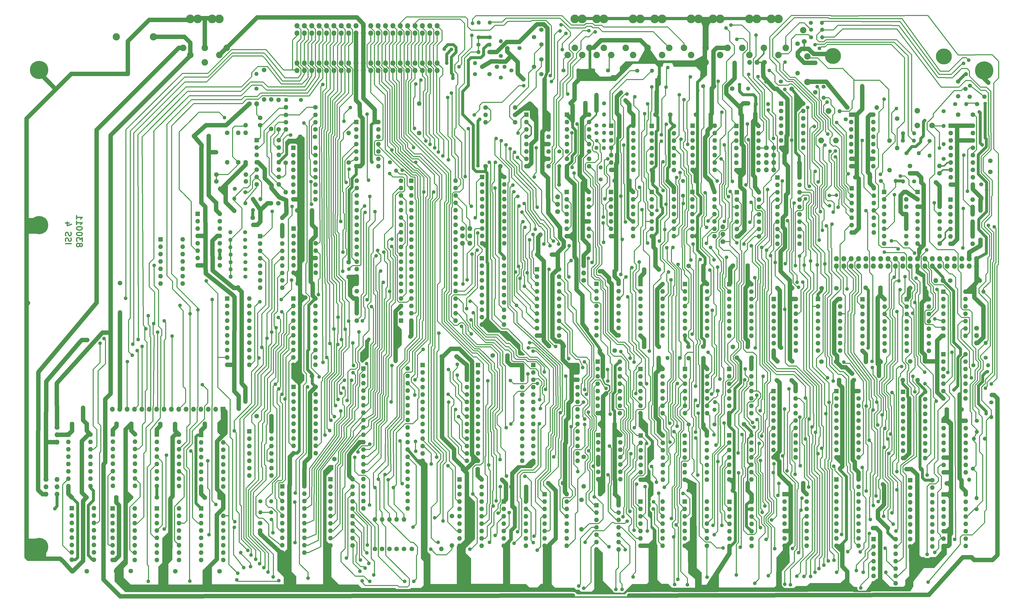
<source format=gbr>
%TF.GenerationSoftware,KiCad,Pcbnew,7.0.7*%
%TF.CreationDate,2023-11-21T20:32:32+00:00*%
%TF.ProjectId,lynx96,6c796e78-3936-42e6-9b69-6361645f7063,rev?*%
%TF.SameCoordinates,Original*%
%TF.FileFunction,Copper,L2,Bot*%
%TF.FilePolarity,Positive*%
%FSLAX46Y46*%
G04 Gerber Fmt 4.6, Leading zero omitted, Abs format (unit mm)*
G04 Created by KiCad (PCBNEW 7.0.7) date 2023-11-21 20:32:32*
%MOMM*%
%LPD*%
G01*
G04 APERTURE LIST*
%ADD10C,0.400000*%
%TA.AperFunction,NonConductor*%
%ADD11C,0.400000*%
%TD*%
%TA.AperFunction,ComponentPad*%
%ADD12R,1.600000X1.600000*%
%TD*%
%TA.AperFunction,ComponentPad*%
%ADD13O,1.600000X1.600000*%
%TD*%
%TA.AperFunction,ComponentPad*%
%ADD14C,1.400000*%
%TD*%
%TA.AperFunction,ComponentPad*%
%ADD15O,1.400000X1.400000*%
%TD*%
%TA.AperFunction,ComponentPad*%
%ADD16C,1.600000*%
%TD*%
%TA.AperFunction,ComponentPad*%
%ADD17C,1.700000*%
%TD*%
%TA.AperFunction,ComponentPad*%
%ADD18O,1.700000X1.700000*%
%TD*%
%TA.AperFunction,ComponentPad*%
%ADD19O,1.800000X1.800000*%
%TD*%
%TA.AperFunction,ComponentPad*%
%ADD20C,6.300000*%
%TD*%
%TA.AperFunction,ComponentPad*%
%ADD21C,1.500000*%
%TD*%
%TA.AperFunction,ComponentPad*%
%ADD22O,1.900000X1.900000*%
%TD*%
%TA.AperFunction,ComponentPad*%
%ADD23C,1.900000*%
%TD*%
%TA.AperFunction,ComponentPad*%
%ADD24R,1.700000X1.700000*%
%TD*%
%TA.AperFunction,ComponentPad*%
%ADD25C,2.500000*%
%TD*%
%TA.AperFunction,ComponentPad*%
%ADD26C,2.250000*%
%TD*%
%TA.AperFunction,ComponentPad*%
%ADD27C,3.000000*%
%TD*%
%TA.AperFunction,ComponentPad*%
%ADD28O,2.000000X2.000000*%
%TD*%
%TA.AperFunction,ComponentPad*%
%ADD29C,2.200000*%
%TD*%
%TA.AperFunction,ComponentPad*%
%ADD30C,5.500000*%
%TD*%
%TA.AperFunction,ViaPad*%
%ADD31C,1.300000*%
%TD*%
%TA.AperFunction,Conductor*%
%ADD32C,1.500000*%
%TD*%
%TA.AperFunction,Conductor*%
%ADD33C,1.000000*%
%TD*%
%TA.AperFunction,Conductor*%
%ADD34C,0.300000*%
%TD*%
%TA.AperFunction,Conductor*%
%ADD35C,0.500000*%
%TD*%
G04 APERTURE END LIST*
D10*
D11*
X55165561Y-111920652D02*
X57165561Y-111920652D01*
X55260800Y-111063509D02*
X55165561Y-110777795D01*
X55165561Y-110777795D02*
X55165561Y-110301604D01*
X55165561Y-110301604D02*
X55260800Y-110111128D01*
X55260800Y-110111128D02*
X55356038Y-110015890D01*
X55356038Y-110015890D02*
X55546514Y-109920652D01*
X55546514Y-109920652D02*
X55736990Y-109920652D01*
X55736990Y-109920652D02*
X55927466Y-110015890D01*
X55927466Y-110015890D02*
X56022704Y-110111128D01*
X56022704Y-110111128D02*
X56117942Y-110301604D01*
X56117942Y-110301604D02*
X56213180Y-110682557D01*
X56213180Y-110682557D02*
X56308419Y-110873033D01*
X56308419Y-110873033D02*
X56403657Y-110968271D01*
X56403657Y-110968271D02*
X56594133Y-111063509D01*
X56594133Y-111063509D02*
X56784609Y-111063509D01*
X56784609Y-111063509D02*
X56975085Y-110968271D01*
X56975085Y-110968271D02*
X57070323Y-110873033D01*
X57070323Y-110873033D02*
X57165561Y-110682557D01*
X57165561Y-110682557D02*
X57165561Y-110206366D01*
X57165561Y-110206366D02*
X57070323Y-109920652D01*
X55260800Y-109158747D02*
X55165561Y-108873033D01*
X55165561Y-108873033D02*
X55165561Y-108396842D01*
X55165561Y-108396842D02*
X55260800Y-108206366D01*
X55260800Y-108206366D02*
X55356038Y-108111128D01*
X55356038Y-108111128D02*
X55546514Y-108015890D01*
X55546514Y-108015890D02*
X55736990Y-108015890D01*
X55736990Y-108015890D02*
X55927466Y-108111128D01*
X55927466Y-108111128D02*
X56022704Y-108206366D01*
X56022704Y-108206366D02*
X56117942Y-108396842D01*
X56117942Y-108396842D02*
X56213180Y-108777795D01*
X56213180Y-108777795D02*
X56308419Y-108968271D01*
X56308419Y-108968271D02*
X56403657Y-109063509D01*
X56403657Y-109063509D02*
X56594133Y-109158747D01*
X56594133Y-109158747D02*
X56784609Y-109158747D01*
X56784609Y-109158747D02*
X56975085Y-109063509D01*
X56975085Y-109063509D02*
X57070323Y-108968271D01*
X57070323Y-108968271D02*
X57165561Y-108777795D01*
X57165561Y-108777795D02*
X57165561Y-108301604D01*
X57165561Y-108301604D02*
X57070323Y-108015890D01*
X56498895Y-104777794D02*
X55165561Y-104777794D01*
X57260800Y-105253985D02*
X55832228Y-105730175D01*
X55832228Y-105730175D02*
X55832228Y-104492080D01*
D10*
D11*
X60138419Y-112544938D02*
X60233657Y-112735414D01*
X60233657Y-112735414D02*
X60328895Y-112830652D01*
X60328895Y-112830652D02*
X60519371Y-112925890D01*
X60519371Y-112925890D02*
X60614609Y-112925890D01*
X60614609Y-112925890D02*
X60805085Y-112830652D01*
X60805085Y-112830652D02*
X60900323Y-112735414D01*
X60900323Y-112735414D02*
X60995561Y-112544938D01*
X60995561Y-112544938D02*
X60995561Y-112163985D01*
X60995561Y-112163985D02*
X60900323Y-111973509D01*
X60900323Y-111973509D02*
X60805085Y-111878271D01*
X60805085Y-111878271D02*
X60614609Y-111783033D01*
X60614609Y-111783033D02*
X60519371Y-111783033D01*
X60519371Y-111783033D02*
X60328895Y-111878271D01*
X60328895Y-111878271D02*
X60233657Y-111973509D01*
X60233657Y-111973509D02*
X60138419Y-112163985D01*
X60138419Y-112163985D02*
X60138419Y-112544938D01*
X60138419Y-112544938D02*
X60043180Y-112735414D01*
X60043180Y-112735414D02*
X59947942Y-112830652D01*
X59947942Y-112830652D02*
X59757466Y-112925890D01*
X59757466Y-112925890D02*
X59376514Y-112925890D01*
X59376514Y-112925890D02*
X59186038Y-112830652D01*
X59186038Y-112830652D02*
X59090800Y-112735414D01*
X59090800Y-112735414D02*
X58995561Y-112544938D01*
X58995561Y-112544938D02*
X58995561Y-112163985D01*
X58995561Y-112163985D02*
X59090800Y-111973509D01*
X59090800Y-111973509D02*
X59186038Y-111878271D01*
X59186038Y-111878271D02*
X59376514Y-111783033D01*
X59376514Y-111783033D02*
X59757466Y-111783033D01*
X59757466Y-111783033D02*
X59947942Y-111878271D01*
X59947942Y-111878271D02*
X60043180Y-111973509D01*
X60043180Y-111973509D02*
X60138419Y-112163985D01*
X60995561Y-111116366D02*
X60995561Y-109878271D01*
X60995561Y-109878271D02*
X60233657Y-110544938D01*
X60233657Y-110544938D02*
X60233657Y-110259223D01*
X60233657Y-110259223D02*
X60138419Y-110068747D01*
X60138419Y-110068747D02*
X60043180Y-109973509D01*
X60043180Y-109973509D02*
X59852704Y-109878271D01*
X59852704Y-109878271D02*
X59376514Y-109878271D01*
X59376514Y-109878271D02*
X59186038Y-109973509D01*
X59186038Y-109973509D02*
X59090800Y-110068747D01*
X59090800Y-110068747D02*
X58995561Y-110259223D01*
X58995561Y-110259223D02*
X58995561Y-110830652D01*
X58995561Y-110830652D02*
X59090800Y-111021128D01*
X59090800Y-111021128D02*
X59186038Y-111116366D01*
X60995561Y-108640176D02*
X60995561Y-108449699D01*
X60995561Y-108449699D02*
X60900323Y-108259223D01*
X60900323Y-108259223D02*
X60805085Y-108163985D01*
X60805085Y-108163985D02*
X60614609Y-108068747D01*
X60614609Y-108068747D02*
X60233657Y-107973509D01*
X60233657Y-107973509D02*
X59757466Y-107973509D01*
X59757466Y-107973509D02*
X59376514Y-108068747D01*
X59376514Y-108068747D02*
X59186038Y-108163985D01*
X59186038Y-108163985D02*
X59090800Y-108259223D01*
X59090800Y-108259223D02*
X58995561Y-108449699D01*
X58995561Y-108449699D02*
X58995561Y-108640176D01*
X58995561Y-108640176D02*
X59090800Y-108830652D01*
X59090800Y-108830652D02*
X59186038Y-108925890D01*
X59186038Y-108925890D02*
X59376514Y-109021128D01*
X59376514Y-109021128D02*
X59757466Y-109116366D01*
X59757466Y-109116366D02*
X60233657Y-109116366D01*
X60233657Y-109116366D02*
X60614609Y-109021128D01*
X60614609Y-109021128D02*
X60805085Y-108925890D01*
X60805085Y-108925890D02*
X60900323Y-108830652D01*
X60900323Y-108830652D02*
X60995561Y-108640176D01*
X60995561Y-106735414D02*
X60995561Y-106544937D01*
X60995561Y-106544937D02*
X60900323Y-106354461D01*
X60900323Y-106354461D02*
X60805085Y-106259223D01*
X60805085Y-106259223D02*
X60614609Y-106163985D01*
X60614609Y-106163985D02*
X60233657Y-106068747D01*
X60233657Y-106068747D02*
X59757466Y-106068747D01*
X59757466Y-106068747D02*
X59376514Y-106163985D01*
X59376514Y-106163985D02*
X59186038Y-106259223D01*
X59186038Y-106259223D02*
X59090800Y-106354461D01*
X59090800Y-106354461D02*
X58995561Y-106544937D01*
X58995561Y-106544937D02*
X58995561Y-106735414D01*
X58995561Y-106735414D02*
X59090800Y-106925890D01*
X59090800Y-106925890D02*
X59186038Y-107021128D01*
X59186038Y-107021128D02*
X59376514Y-107116366D01*
X59376514Y-107116366D02*
X59757466Y-107211604D01*
X59757466Y-107211604D02*
X60233657Y-107211604D01*
X60233657Y-107211604D02*
X60614609Y-107116366D01*
X60614609Y-107116366D02*
X60805085Y-107021128D01*
X60805085Y-107021128D02*
X60900323Y-106925890D01*
X60900323Y-106925890D02*
X60995561Y-106735414D01*
X58995561Y-104163985D02*
X58995561Y-105306842D01*
X58995561Y-104735414D02*
X60995561Y-104735414D01*
X60995561Y-104735414D02*
X60709847Y-104925890D01*
X60709847Y-104925890D02*
X60519371Y-105116366D01*
X60519371Y-105116366D02*
X60424133Y-105306842D01*
X58995561Y-102259223D02*
X58995561Y-103402080D01*
X58995561Y-102830652D02*
X60995561Y-102830652D01*
X60995561Y-102830652D02*
X60709847Y-103021128D01*
X60709847Y-103021128D02*
X60519371Y-103211604D01*
X60519371Y-103211604D02*
X60424133Y-103402080D01*
D12*
%TO.P,IC35,1,VBB*%
%TO.N,BANK2P1*%
X268550000Y-125890000D03*
D13*
%TO.P,IC35,2,Din*%
%TO.N,/Bank Switching Decoding/RD5*%
X268550000Y-128430000D03*
%TO.P,IC35,3,~{WRITE}*%
%TO.N,~{WR2}*%
X268550000Y-130970000D03*
%TO.P,IC35,4,~{RAS}*%
%TO.N,~{VRAS}*%
X268550000Y-133510000D03*
%TO.P,IC35,5,A0*%
%TO.N,/CRTC\u002C Buffers and Shift Registers/VA5*%
X268550000Y-136050000D03*
%TO.P,IC35,6,A2*%
%TO.N,/CRTC\u002C Buffers and Shift Registers/VA2*%
X268550000Y-138590000D03*
%TO.P,IC35,7,A1*%
%TO.N,/CRTC\u002C Buffers and Shift Registers/VA0*%
X268550000Y-141130000D03*
%TO.P,IC35,8,VCC*%
%TO.N,BANK2P8*%
X268550000Y-143670000D03*
%TO.P,IC35,9,A7*%
%TO.N,BANK2P9*%
X276170000Y-143670000D03*
%TO.P,IC35,10,A5*%
%TO.N,/CRTC\u002C Buffers and Shift Registers/VA1*%
X276170000Y-141130000D03*
%TO.P,IC35,11,A4*%
%TO.N,/CRTC\u002C Buffers and Shift Registers/VA4*%
X276170000Y-138590000D03*
%TO.P,IC35,12,A3*%
%TO.N,/CRTC\u002C Buffers and Shift Registers/VA3*%
X276170000Y-136050000D03*
%TO.P,IC35,13,A6*%
%TO.N,/CRTC\u002C Buffers and Shift Registers/VA6*%
X276170000Y-133510000D03*
%TO.P,IC35,14,Dout*%
%TO.N,/CRTC\u002C Buffers and Shift Registers/VOD5*%
X276170000Y-130970000D03*
%TO.P,IC35,15,~{CAS}*%
%TO.N,~{BANK2CAS}*%
X276170000Y-128430000D03*
%TO.P,IC35,16,GND*%
%TO.N,GND*%
X276170000Y-125890000D03*
%TD*%
D14*
%TO.P,R10,1*%
%TO.N,Net-(TR1-B)*%
X196230000Y-53450000D03*
D15*
%TO.P,R10,2*%
%TO.N,+12V*%
X196230000Y-49640000D03*
%TD*%
D16*
%TO.P,D6,1,K*%
%TO.N,Net-(D6-K)*%
X210060000Y-70040000D03*
D13*
%TO.P,D6,2,A*%
%TO.N,Net-(D6-A)*%
X199900000Y-70040000D03*
%TD*%
D12*
%TO.P,IC38,1,VBB*%
%TO.N,BANK2P1*%
X314360000Y-131030000D03*
D13*
%TO.P,IC38,2,Din*%
%TO.N,/Bank Switching Decoding/RD0*%
X314360000Y-133570000D03*
%TO.P,IC38,3,~{WRITE}*%
%TO.N,~{WR2}*%
X314360000Y-136110000D03*
%TO.P,IC38,4,~{RAS}*%
%TO.N,~{VRAS}*%
X314360000Y-138650000D03*
%TO.P,IC38,5,A0*%
%TO.N,/CRTC\u002C Buffers and Shift Registers/VA5*%
X314360000Y-141190000D03*
%TO.P,IC38,6,A2*%
%TO.N,/CRTC\u002C Buffers and Shift Registers/VA2*%
X314360000Y-143730000D03*
%TO.P,IC38,7,A1*%
%TO.N,/CRTC\u002C Buffers and Shift Registers/VA0*%
X314360000Y-146270000D03*
%TO.P,IC38,8,VCC*%
%TO.N,BANK2P8*%
X314360000Y-148810000D03*
%TO.P,IC38,9,A7*%
%TO.N,BANK2P9*%
X321980000Y-148810000D03*
%TO.P,IC38,10,A5*%
%TO.N,/CRTC\u002C Buffers and Shift Registers/VA1*%
X321980000Y-146270000D03*
%TO.P,IC38,11,A4*%
%TO.N,/CRTC\u002C Buffers and Shift Registers/VA4*%
X321980000Y-143730000D03*
%TO.P,IC38,12,A3*%
%TO.N,/CRTC\u002C Buffers and Shift Registers/VA3*%
X321980000Y-141190000D03*
%TO.P,IC38,13,A6*%
%TO.N,/CRTC\u002C Buffers and Shift Registers/VA6*%
X321980000Y-138650000D03*
%TO.P,IC38,14,Dout*%
%TO.N,/CRTC\u002C Buffers and Shift Registers/VOD0*%
X321980000Y-136110000D03*
%TO.P,IC38,15,~{CAS}*%
%TO.N,~{BANK2CAS}*%
X321980000Y-133570000D03*
%TO.P,IC38,16,GND*%
%TO.N,GND*%
X321980000Y-131030000D03*
%TD*%
D16*
%TO.P,R35,1*%
%TO.N,Net-(MOD1-Video_In)*%
X339050000Y-76450000D03*
D13*
%TO.P,R35,2*%
%TO.N,Net-(IC12-COMP)*%
X339050000Y-86610000D03*
%TD*%
D16*
%TO.P,R95,1*%
%TO.N,GND*%
X107110000Y-71100000D03*
D13*
%TO.P,R95,2*%
%TO.N,Net-(IC1A-+)*%
X117270000Y-71100000D03*
%TD*%
D17*
%TO.P,LS1,1,1*%
%TO.N,GND*%
X118495000Y-63740000D03*
D18*
%TO.P,LS1,2,2*%
%TO.N,Net-(C1-Pad2)*%
X121035000Y-63740000D03*
%TD*%
D19*
%TO.P,PL4,1,Pin_1*%
%TO.N,/CRTC\u002C Buffers and Shift Registers/VOD0*%
X320700000Y-119690000D03*
%TO.P,PL4,2,Pin_2*%
%TO.N,/Bank Switching Decoding/RD0*%
X320700000Y-117150000D03*
%TO.P,PL4,3,Pin_3*%
%TO.N,/CRTC\u002C Buffers and Shift Registers/VOD5*%
X323240000Y-119690000D03*
%TO.P,PL4,4,Pin_4*%
%TO.N,unconnected-(PL4-Pin_4-Pad4)*%
X323240000Y-117150000D03*
%TO.P,PL4,5,Pin_5*%
%TO.N,/CRTC\u002C Buffers and Shift Registers/VOD7*%
X325780000Y-119690000D03*
%TO.P,PL4,6,Pin_6*%
%TO.N,/CRTC\u002C Buffers and Shift Registers/VOD6*%
X325780000Y-117150000D03*
%TO.P,PL4,7,Pin_7*%
%TO.N,/Bank Switching Decoding/RD2*%
X328320000Y-119690000D03*
%TO.P,PL4,8,Pin_8*%
%TO.N,/Bank Switching Decoding/RD1*%
X328320000Y-117150000D03*
%TO.P,PL4,9,Pin_9*%
%TO.N,/Bank Switching Decoding/RD4*%
X330860000Y-119690000D03*
%TO.P,PL4,10,Pin_10*%
%TO.N,/Bank Switching Decoding/RD3*%
X330860000Y-117150000D03*
%TO.P,PL4,11,Pin_11*%
%TO.N,/Bank Switching Decoding/RD5*%
X333400000Y-119690000D03*
%TO.P,PL4,12,Pin_12*%
%TO.N,/Bank Switching Decoding/RD6*%
X333400000Y-117150000D03*
%TO.P,PL4,13,Pin_13*%
%TO.N,unconnected-(PL4-Pin_13-Pad13)*%
X335940000Y-119690000D03*
%TO.P,PL4,14,Pin_14*%
%TO.N,/Bank Switching Decoding/RD7*%
X335940000Y-117150000D03*
%TO.P,PL4,15,Pin_15*%
%TO.N,unconnected-(PL4-Pin_15-Pad15)*%
X338480000Y-119690000D03*
%TO.P,PL4,16,Pin_16*%
%TO.N,/CRTC\u002C Buffers and Shift Registers/VOD1*%
X338480000Y-117150000D03*
%TO.P,PL4,17,Pin_17*%
%TO.N,/CRTC\u002C Buffers and Shift Registers/VOD3*%
X341020000Y-119690000D03*
%TO.P,PL4,18,Pin_18*%
%TO.N,/CRTC\u002C Buffers and Shift Registers/VOD4*%
X341020000Y-117150000D03*
%TO.P,PL4,19,Pin_19*%
%TO.N,unconnected-(PL4-Pin_19-Pad19)*%
X343560000Y-119690000D03*
%TO.P,PL4,20,Pin_20*%
%TO.N,unconnected-(PL4-Pin_20-Pad20)*%
X343560000Y-117150000D03*
%TO.P,PL4,21,Pin_21*%
%TO.N,~{VCASII}*%
X346100000Y-119690000D03*
%TO.P,PL4,22,Pin_22*%
%TO.N,unconnected-(PL4-Pin_22-Pad22)*%
X346100000Y-117150000D03*
%TO.P,PL4,23,Pin_23*%
%TO.N,GND*%
X348640000Y-119690000D03*
%TO.P,PL4,24,Pin_24*%
X348640000Y-117150000D03*
%TO.P,PL4,25,Pin_25*%
%TO.N,/CRTC\u002C Buffers and Shift Registers/VOD2*%
X351180000Y-119690000D03*
%TO.P,PL4,26,Pin_26*%
%TO.N,~{WR3}*%
X351180000Y-117150000D03*
%TO.P,PL4,27,Pin_27*%
%TO.N,-5V*%
X353720000Y-119690000D03*
%TO.P,PL4,28,Pin_28*%
%TO.N,/CRTC\u002C Buffers and Shift Registers/VA6*%
X353720000Y-117150000D03*
%TO.P,PL4,29,Pin_29*%
%TO.N,~{VRAS}*%
X356260000Y-119690000D03*
%TO.P,PL4,30,Pin_30*%
%TO.N,~{BANK3CAS}*%
X356260000Y-117150000D03*
%TO.P,PL4,31,Pin_31*%
%TO.N,/CRTC\u002C Buffers and Shift Registers/VA3*%
X358800000Y-119690000D03*
%TO.P,PL4,32,Pin_32*%
%TO.N,/CRTC\u002C Buffers and Shift Registers/VA5*%
X358800000Y-117150000D03*
%TO.P,PL4,33,Pin_33*%
%TO.N,/CRTC\u002C Buffers and Shift Registers/VA4*%
X361340000Y-119690000D03*
%TO.P,PL4,34,Pin_34*%
%TO.N,/CRTC\u002C Buffers and Shift Registers/VA2*%
X361340000Y-117150000D03*
%TO.P,PL4,35,Pin_35*%
%TO.N,/CRTC\u002C Buffers and Shift Registers/VA1*%
X363880000Y-119690000D03*
%TO.P,PL4,36,Pin_36*%
%TO.N,/CRTC\u002C Buffers and Shift Registers/VA0*%
X363880000Y-117150000D03*
%TO.P,PL4,37,Pin_37*%
%TO.N,+12V*%
X366420000Y-119690000D03*
%TO.P,PL4,38,Pin_38*%
X366420000Y-117150000D03*
%TO.P,PL4,39,Pin_39*%
%TO.N,+5V*%
X368960000Y-119690000D03*
%TO.P,PL4,40,Pin_40*%
X368960000Y-117150000D03*
%TD*%
D12*
%TO.P,IC31,1,OEa*%
%TO.N,~{VMUX}*%
X198610000Y-116960000D03*
D13*
%TO.P,IC31,2,I0a*%
%TO.N,Net-(IC17-MA7)*%
X198610000Y-119500000D03*
%TO.P,IC31,3,O3b*%
%TO.N,/CRTC\u002C Buffers and Shift Registers/VA1*%
X198610000Y-122040000D03*
%TO.P,IC31,4,I1a*%
%TO.N,Net-(IC17-MA9)*%
X198610000Y-124580000D03*
%TO.P,IC31,5,O2b*%
%TO.N,/CRTC\u002C Buffers and Shift Registers/VA3*%
X198610000Y-127120000D03*
%TO.P,IC31,6,I2a*%
%TO.N,Net-(IC17-MA10)*%
X198610000Y-129660000D03*
%TO.P,IC31,7,O1b*%
%TO.N,/CRTC\u002C Buffers and Shift Registers/VA7*%
X198610000Y-132200000D03*
%TO.P,IC31,8,I3a*%
%TO.N,Net-(IC31-I3a)*%
X198610000Y-134740000D03*
%TO.P,IC31,9,O0b*%
%TO.N,/CRTC\u002C Buffers and Shift Registers/VA6*%
X198610000Y-137280000D03*
%TO.P,IC31,10,GND*%
%TO.N,GND*%
X198610000Y-139820000D03*
%TO.P,IC31,11,I0b*%
%TO.N,COLA*%
X206230000Y-139820000D03*
%TO.P,IC31,12,O3a*%
%TO.N,/CRTC\u002C Buffers and Shift Registers/VA0*%
X206230000Y-137280000D03*
%TO.P,IC31,13,I1b*%
%TO.N,COLB*%
X206230000Y-134740000D03*
%TO.P,IC31,14,O2a*%
%TO.N,/CRTC\u002C Buffers and Shift Registers/VA5*%
X206230000Y-132200000D03*
%TO.P,IC31,15,I2b*%
%TO.N,Net-(IC17-MA8)*%
X206230000Y-129660000D03*
%TO.P,IC31,16,O1a*%
%TO.N,/CRTC\u002C Buffers and Shift Registers/VA4*%
X206230000Y-127120000D03*
%TO.P,IC31,17,I3b*%
%TO.N,Net-(IC17-MA6)*%
X206230000Y-124580000D03*
%TO.P,IC31,18,O0a*%
%TO.N,/CRTC\u002C Buffers and Shift Registers/VA2*%
X206230000Y-122040000D03*
%TO.P,IC31,19,OEb*%
%TO.N,~{VMUX}*%
X206230000Y-119500000D03*
%TO.P,IC31,20,VCC*%
%TO.N,+5V*%
X206230000Y-116960000D03*
%TD*%
D16*
%TO.P,R16,1*%
%TO.N,GND*%
X210070000Y-67520000D03*
D13*
%TO.P,R16,2*%
%TO.N,Net-(SKT2-Pin_6)*%
X199910000Y-67520000D03*
%TD*%
D17*
%TO.P,LK10,1,Pin_1*%
%TO.N,GND*%
X309590000Y-42215000D03*
D18*
%TO.P,LK10,2,Pin_2*%
X309590000Y-44755000D03*
%TD*%
D12*
%TO.P,IC20,1,~{R}*%
%TO.N,~{LOAD}*%
X243110000Y-94138507D03*
D13*
%TO.P,IC20,2,D*%
%TO.N,Net-(IC20A-D)*%
X243110000Y-96678507D03*
%TO.P,IC20,3,C*%
%TO.N,Net-(IC20A-C)*%
X243110000Y-99218507D03*
%TO.P,IC20,4,~{S}*%
%TO.N,+5V*%
X243110000Y-101758507D03*
%TO.P,IC20,5,Q*%
%TO.N,/Video Timing/P*%
X243110000Y-104298507D03*
%TO.P,IC20,6,~{Q}*%
%TO.N,Net-(IC20A-D)*%
X243110000Y-106838507D03*
%TO.P,IC20,7,GND*%
%TO.N,GND*%
X243110000Y-109378507D03*
%TO.P,IC20,8,~{Q}*%
%TO.N,Net-(IC20B-D)*%
X250730000Y-109378507D03*
%TO.P,IC20,9,Q*%
%TO.N,COLB*%
X250730000Y-106838507D03*
%TO.P,IC20,10,~{S}*%
%TO.N,+5V*%
X250730000Y-104298507D03*
%TO.P,IC20,11,C*%
%TO.N,/Video Timing/P*%
X250730000Y-101758507D03*
%TO.P,IC20,12,D*%
%TO.N,Net-(IC20B-D)*%
X250730000Y-99218507D03*
%TO.P,IC20,13,~{R}*%
%TO.N,~{LOAD}*%
X250730000Y-96678507D03*
%TO.P,IC20,14,VCC*%
%TO.N,+5V*%
X250730000Y-94138507D03*
%TD*%
D16*
%TO.P,A15,1*%
%TO.N,+5V*%
X244310000Y-148790000D03*
%TO.P,A15,2*%
%TO.N,GND*%
X239230000Y-148790000D03*
%TD*%
%TO.P,A25,1*%
%TO.N,+5V*%
X274890000Y-151400000D03*
%TO.P,A25,2*%
%TO.N,GND*%
X269810000Y-151400000D03*
%TD*%
D14*
%TO.P,R30,1*%
%TO.N,+5V*%
X343630000Y-73860000D03*
D15*
%TO.P,R30,2*%
%TO.N,RED*%
X347440000Y-73860000D03*
%TD*%
D16*
%TO.P,R7,1*%
%TO.N,Net-(IC3-Pad6)*%
X152700000Y-84000000D03*
D13*
%TO.P,R7,2*%
%TO.N,Net-(TR1-B)*%
X152700000Y-73840000D03*
%TD*%
D14*
%TO.P,R42,1*%
%TO.N,Net-(IC1B--)*%
X117150000Y-94210000D03*
D15*
%TO.P,R42,2*%
%TO.N,Net-(IC1A-+)*%
X117150000Y-98020000D03*
%TD*%
D12*
%TO.P,IC68,1*%
%TO.N,GND*%
X129920000Y-195620000D03*
D13*
%TO.P,IC68,2*%
%TO.N,/System Timing/L4MHZ*%
X129920000Y-198160000D03*
%TO.P,IC68,3*%
%TO.N,/CPU and ROM/KBA0*%
X129920000Y-200700000D03*
%TO.P,IC68,4*%
%TO.N,Net-(D7-A)*%
X129920000Y-203240000D03*
%TO.P,IC68,5*%
%TO.N,/CPU and ROM/KBA1*%
X129920000Y-205780000D03*
%TO.P,IC68,6*%
%TO.N,8MHZ*%
X129920000Y-208320000D03*
%TO.P,IC68,7*%
%TO.N,/CPU and ROM/KBA2*%
X129920000Y-210860000D03*
%TO.P,IC68,8*%
%TO.N,Net-(IC43-~{BUSACK})*%
X129920000Y-213400000D03*
%TO.P,IC68,9*%
%TO.N,/CPU and ROM/KBA3*%
X129920000Y-215940000D03*
%TO.P,IC68,10,GND*%
%TO.N,GND*%
X129920000Y-218480000D03*
%TO.P,IC68,11*%
%TO.N,/Bank Switching Decoding/A11*%
X137540000Y-218480000D03*
%TO.P,IC68,12*%
%TO.N,~{BUSAK}*%
X137540000Y-215940000D03*
%TO.P,IC68,13*%
%TO.N,/Bank Switching Decoding/A10*%
X137540000Y-213400000D03*
%TO.P,IC68,14*%
%TO.N,BUS8MHZ*%
X137540000Y-210860000D03*
%TO.P,IC68,15*%
%TO.N,/Bank Switching Decoding/A9*%
X137540000Y-208320000D03*
%TO.P,IC68,16*%
%TO.N,~{RESET}*%
X137540000Y-205780000D03*
%TO.P,IC68,17*%
%TO.N,/Bank Switching Decoding/A8*%
X137540000Y-203240000D03*
%TO.P,IC68,18*%
%TO.N,4MHZ*%
X137540000Y-200700000D03*
%TO.P,IC68,19*%
%TO.N,GND*%
X137540000Y-198160000D03*
%TO.P,IC68,20,VCC*%
%TO.N,+5V*%
X137540000Y-195620000D03*
%TD*%
D16*
%TO.P,XTL2,1,1*%
%TO.N,Net-(IC12-Cout)*%
X367750000Y-67480000D03*
%TO.P,XTL2,2,2*%
%TO.N,Net-(C18-Pad1)*%
X362670000Y-67480000D03*
%TD*%
%TO.P,A76,1*%
%TO.N,BANK1P1*%
X72780000Y-174040000D03*
%TO.P,A76,2*%
%TO.N,GND*%
X77860000Y-174040000D03*
%TD*%
D14*
%TO.P,R18,1*%
%TO.N,Net-(IC6-Pad1)*%
X240670000Y-71210000D03*
D15*
%TO.P,R18,2*%
%TO.N,Net-(C8-Pad1)*%
X240670000Y-73750000D03*
%TD*%
D14*
%TO.P,C19,1*%
%TO.N,+5V*%
X374100000Y-166705000D03*
D15*
%TO.P,C19,2*%
%TO.N,BLUE*%
X374100000Y-171785000D03*
%TD*%
D12*
%TO.P,IC49,1*%
%TO.N,~{CSII}*%
X253260000Y-155198507D03*
D13*
%TO.P,IC49,2*%
%TO.N,~{CSIII}*%
X253260000Y-157738507D03*
%TO.P,IC49,3*%
%TO.N,Net-(IC48-Pad2)*%
X253260000Y-160278507D03*
%TO.P,IC49,4*%
%TO.N,Net-(IC47-O3)*%
X253260000Y-162818507D03*
%TO.P,IC49,5*%
%TO.N,Net-(IC47-O7)*%
X253260000Y-165358507D03*
%TO.P,IC49,6*%
%TO.N,~{CRTCSEL}*%
X253260000Y-167898507D03*
%TO.P,IC49,7,GND*%
%TO.N,GND*%
X253260000Y-170438507D03*
%TO.P,IC49,8*%
%TO.N,Net-(IC53A-~{S})*%
X260880000Y-170438507D03*
%TO.P,IC49,9*%
%TO.N,Net-(IC10-Pad10)*%
X260880000Y-167898507D03*
%TO.P,IC49,10*%
%TO.N,~{RFSH}*%
X260880000Y-165358507D03*
%TO.P,IC49,11*%
%TO.N,Net-(IC32-CE)*%
X260880000Y-162818507D03*
%TO.P,IC49,12*%
%TO.N,~{DATAX}*%
X260880000Y-160278507D03*
%TO.P,IC49,13*%
%TO.N,VRESET*%
X260880000Y-157738507D03*
%TO.P,IC49,14,VCC*%
%TO.N,+5V*%
X260880000Y-155198507D03*
%TD*%
D20*
%TO.P,H2,1,1*%
%TO.N,GND*%
X46120000Y-105540000D03*
%TD*%
D16*
%TO.P,A36,1*%
%TO.N,+5V*%
X140270000Y-125690000D03*
%TO.P,A36,2*%
%TO.N,GND*%
X135190000Y-125690000D03*
%TD*%
D12*
%TO.P,IC61,1,VBB*%
%TO.N,BANK1P1*%
X86710000Y-177760000D03*
D13*
%TO.P,IC61,2,Din*%
%TO.N,/Bank Switching Decoding/RD6*%
X86710000Y-180300000D03*
%TO.P,IC61,3,~{WRITE}*%
%TO.N,~{BANK1WR}*%
X86710000Y-182840000D03*
%TO.P,IC61,4,~{RAS}*%
%TO.N,~{RAS}*%
X86710000Y-185380000D03*
%TO.P,IC61,5,A0*%
%TO.N,/Bank Switching Decoding/RA4*%
X86710000Y-187920000D03*
%TO.P,IC61,6,A2*%
%TO.N,/Bank Switching Decoding/RA2*%
X86710000Y-190460000D03*
%TO.P,IC61,7,A1*%
%TO.N,/Bank Switching Decoding/RA0*%
X86710000Y-193000000D03*
%TO.P,IC61,8,VCC*%
%TO.N,BANK1P8*%
X86710000Y-195540000D03*
%TO.P,IC61,9,A7*%
%TO.N,BANK1P9*%
X94330000Y-195540000D03*
%TO.P,IC61,10,A5*%
%TO.N,/Bank Switching Decoding/RA1*%
X94330000Y-193000000D03*
%TO.P,IC61,11,A4*%
%TO.N,/Bank Switching Decoding/RA3*%
X94330000Y-190460000D03*
%TO.P,IC61,12,A3*%
%TO.N,/Bank Switching Decoding/RA5*%
X94330000Y-187920000D03*
%TO.P,IC61,13,A6*%
%TO.N,/Bank Switching Decoding/RA6*%
X94330000Y-185380000D03*
%TO.P,IC61,14,Dout*%
%TO.N,/Bank Switching Decoding/RD6*%
X94330000Y-182840000D03*
%TO.P,IC61,15,~{CAS}*%
%TO.N,~{BANK1CAS}*%
X94330000Y-180300000D03*
%TO.P,IC61,16,GND*%
%TO.N,GND*%
X94330000Y-177760000D03*
%TD*%
D17*
%TO.P,LK1,1,Pin_1*%
%TO.N,-5V*%
X52330000Y-175350000D03*
D18*
%TO.P,LK1,2,Pin_2*%
%TO.N,BANK1P1*%
X52330000Y-177890000D03*
%TO.P,LK1,3,Pin_3*%
%TO.N,+5V*%
X52330000Y-180430000D03*
%TD*%
D12*
%TO.P,IC51,1,OEa*%
%TO.N,VCLR*%
X268570000Y-155128507D03*
D13*
%TO.P,IC51,2*%
%TO.N,N/C*%
X268570000Y-157668507D03*
%TO.P,IC51,3,A0*%
%TO.N,~{RAS}*%
X268570000Y-160208507D03*
%TO.P,IC51,4,A1*%
%TO.N,BUNGLE*%
X268570000Y-162748507D03*
%TO.P,IC51,5,A2*%
%TO.N,~{TCAS}*%
X268570000Y-165288507D03*
%TO.P,IC51,6,A3*%
X268570000Y-167828507D03*
%TO.P,IC51,7,GND*%
%TO.N,GND*%
X268570000Y-170368507D03*
%TO.P,IC51,8,B3*%
%TO.N,~{VCASI}*%
X276190000Y-170368507D03*
%TO.P,IC51,9,B2*%
%TO.N,~{VCASII}*%
X276190000Y-167828507D03*
%TO.P,IC51,10,B1*%
%TO.N,GEORGE*%
X276190000Y-165288507D03*
%TO.P,IC51,11,B0*%
%TO.N,~{VRAS}*%
X276190000Y-162748507D03*
%TO.P,IC51,12*%
%TO.N,N/C*%
X276190000Y-160208507D03*
%TO.P,IC51,13,OEb*%
%TO.N,DATAX*%
X276190000Y-157668507D03*
%TO.P,IC51,14,VCC*%
%TO.N,+5V*%
X276190000Y-155128507D03*
%TD*%
D12*
%TO.P,IC15,1,~{R}*%
%TO.N,unconnected-(IC15A-~{R}-Pad1)*%
X133800000Y-106760000D03*
D13*
%TO.P,IC15,2,D*%
%TO.N,unconnected-(IC15A-D-Pad2)*%
X133800000Y-109300000D03*
%TO.P,IC15,3,C*%
%TO.N,unconnected-(IC15A-C-Pad3)*%
X133800000Y-111840000D03*
%TO.P,IC15,4,~{S}*%
%TO.N,unconnected-(IC15A-~{S}-Pad4)*%
X133800000Y-114380000D03*
%TO.P,IC15,5,Q*%
%TO.N,unconnected-(IC15A-Q-Pad5)*%
X133800000Y-116920000D03*
%TO.P,IC15,6,~{Q}*%
%TO.N,unconnected-(IC15A-~{Q}-Pad6)*%
X133800000Y-119460000D03*
%TO.P,IC15,7,GND*%
%TO.N,GND*%
X133800000Y-122000000D03*
%TO.P,IC15,8,~{Q}*%
%TO.N,unconnected-(IC15B-~{Q}-Pad8)*%
X141420000Y-122000000D03*
%TO.P,IC15,9,Q*%
%TO.N,LPSTB*%
X141420000Y-119460000D03*
%TO.P,IC15,10,~{S}*%
%TO.N,+5V*%
X141420000Y-116920000D03*
%TO.P,IC15,11,C*%
%TO.N,CCLK*%
X141420000Y-114380000D03*
%TO.P,IC15,12,D*%
%TO.N,Net-(IC15B-D)*%
X141420000Y-111840000D03*
%TO.P,IC15,13,~{R}*%
%TO.N,+5V*%
X141420000Y-109300000D03*
%TO.P,IC15,14,VCC*%
X141420000Y-106760000D03*
%TD*%
D16*
%TO.P,R66,1*%
%TO.N,+5V*%
X166800000Y-217260000D03*
D13*
%TO.P,R66,2*%
%TO.N,~{RESET}*%
X166800000Y-207100000D03*
%TD*%
D14*
%TO.P,R41,1*%
%TO.N,GND*%
X113350000Y-100625000D03*
D15*
%TO.P,R41,2*%
%TO.N,Net-(IC1B-+)*%
X113350000Y-96425000D03*
%TD*%
D17*
%TO.P,LK11,1,Pin_1*%
%TO.N,GND*%
X295875000Y-49440000D03*
D18*
%TO.P,LK11,2,Pin_2*%
X293335000Y-49440000D03*
%TO.P,LK11,3,Pin_3*%
%TO.N,+12V*%
X290795000Y-49440000D03*
%TD*%
D17*
%TO.P,LK5,1,Pin_1*%
%TO.N,/CRTC\u002C Buffers and Shift Registers/VA7*%
X233670000Y-124565000D03*
D18*
%TO.P,LK5,2,Pin_2*%
%TO.N,BANK2P9*%
X233670000Y-122025000D03*
%TO.P,LK5,3,Pin_3*%
%TO.N,+5V*%
X233670000Y-119485000D03*
%TD*%
D12*
%TO.P,IC19,1,~{R}*%
%TO.N,+5V*%
X227880000Y-94148507D03*
D13*
%TO.P,IC19,2,D*%
%TO.N,VCLK*%
X227880000Y-96688507D03*
%TO.P,IC19,3,C*%
%TO.N,Net-(IC19A-C)*%
X227880000Y-99228507D03*
%TO.P,IC19,4,~{S}*%
%TO.N,Net-(IC19A-~{S})*%
X227880000Y-101768507D03*
%TO.P,IC19,5,Q*%
%TO.N,unconnected-(IC19A-Q-Pad5)*%
X227880000Y-104308507D03*
%TO.P,IC19,6,~{Q}*%
%TO.N,VCLK*%
X227880000Y-106848507D03*
%TO.P,IC19,7,GND*%
%TO.N,GND*%
X227880000Y-109388507D03*
%TO.P,IC19,8,~{Q}*%
%TO.N,unconnected-(IC19B-~{Q}-Pad8)*%
X235500000Y-109388507D03*
%TO.P,IC19,9,Q*%
%TO.N,DELDE*%
X235500000Y-106848507D03*
%TO.P,IC19,10,~{S}*%
%TO.N,+5V*%
X235500000Y-104308507D03*
%TO.P,IC19,11,C*%
%TO.N,~{CCLK}*%
X235500000Y-101768507D03*
%TO.P,IC19,12,D*%
%TO.N,DE*%
X235500000Y-99228507D03*
%TO.P,IC19,13,~{R}*%
%TO.N,VRESET*%
X235500000Y-96688507D03*
%TO.P,IC19,14,VCC*%
%TO.N,+5V*%
X235500000Y-94148507D03*
%TD*%
D17*
%TO.P,LK9,1,Pin_1*%
%TO.N,+12V*%
X369020000Y-141105000D03*
D18*
%TO.P,LK9,2,Pin_2*%
%TO.N,BANK2P8*%
X369020000Y-143645000D03*
%TO.P,LK9,3,Pin_3*%
%TO.N,+5V*%
X369020000Y-146185000D03*
%TD*%
D16*
%TO.P,C15,1*%
%TO.N,Net-(D7-A)*%
X122260000Y-208340000D03*
%TO.P,C15,2*%
%TO.N,GND*%
X122260000Y-210880000D03*
%TD*%
D12*
%TO.P,IC74,1*%
%TO.N,Net-(IC74-Pad1)*%
X253230000Y-200890000D03*
D13*
%TO.P,IC74,2*%
%TO.N,~{CPUCASINHIBIT}*%
X253230000Y-203430000D03*
%TO.P,IC74,3*%
%TO.N,~{CAS}*%
X253230000Y-205970000D03*
%TO.P,IC74,4*%
%TO.N,DATAX*%
X253230000Y-208510000D03*
%TO.P,IC74,5*%
%TO.N,ENVDMA*%
X253230000Y-211050000D03*
%TO.P,IC74,6*%
%TO.N,ESEL*%
X253230000Y-213590000D03*
%TO.P,IC74,7,GND*%
%TO.N,GND*%
X253230000Y-216130000D03*
%TO.P,IC74,8*%
%TO.N,Net-(IC50-Pad2)*%
X260850000Y-216130000D03*
%TO.P,IC74,9*%
%TO.N,~{MREQ}*%
X260850000Y-213590000D03*
%TO.P,IC74,10*%
%TO.N,Net-(IC74-Pad10)*%
X260850000Y-211050000D03*
%TO.P,IC74,11*%
%TO.N,Net-(IC63-Pad8)*%
X260850000Y-208510000D03*
%TO.P,IC74,12*%
%TO.N,~{IORQ}*%
X260850000Y-205970000D03*
%TO.P,IC74,13*%
%TO.N,Net-(IC54-Cp)*%
X260850000Y-203430000D03*
%TO.P,IC74,14,VCC*%
%TO.N,+5V*%
X260850000Y-200890000D03*
%TD*%
D14*
%TO.P,R11,1*%
%TO.N,Net-(D4-K)*%
X201350000Y-40805000D03*
D15*
%TO.P,R11,2*%
%TO.N,Net-(SKT3-Pin_3)*%
X201350000Y-35725000D03*
%TD*%
D12*
%TO.P,IC23,1*%
%TO.N,COLB*%
X286400000Y-94188507D03*
D13*
%TO.P,IC23,2*%
%TO.N,/Video Timing/BRIAN*%
X286400000Y-96728507D03*
%TO.P,IC23,3*%
%TO.N,Net-(LK6-Pin_1)*%
X286400000Y-99268507D03*
%TO.P,IC23,4*%
%TO.N,VMUX*%
X286400000Y-101808507D03*
%TO.P,IC23,5*%
%TO.N,/Video Timing/M*%
X286400000Y-104348507D03*
%TO.P,IC23,6*%
%TO.N,/Video Timing/BRIAN*%
X286400000Y-106888507D03*
%TO.P,IC23,7,GND*%
%TO.N,GND*%
X286400000Y-109428507D03*
%TO.P,IC23,8*%
%TO.N,VCASI*%
X294020000Y-109428507D03*
%TO.P,IC23,9*%
%TO.N,Net-(IC20B-D)*%
X294020000Y-106888507D03*
%TO.P,IC23,10*%
%TO.N,/Video Timing/BRIAN*%
X294020000Y-104348507D03*
%TO.P,IC23,11*%
%TO.N,Net-(IC23-Pad11)*%
X294020000Y-101808507D03*
%TO.P,IC23,12*%
%TO.N,DATAX*%
X294020000Y-99268507D03*
%TO.P,IC23,13*%
%TO.N,Net-(IC22B-~{R})*%
X294020000Y-96728507D03*
%TO.P,IC23,14,VCC*%
%TO.N,+5V*%
X294020000Y-94188507D03*
%TD*%
D12*
%TO.P,IC52,1*%
%TO.N,Net-(IC10-Pad2)*%
X283810000Y-155128507D03*
D13*
%TO.P,IC52,2*%
%TO.N,Net-(IC5A-~{Q})*%
X283810000Y-157668507D03*
%TO.P,IC52,3*%
%TO.N,Net-(LK6-Pin_1)*%
X283810000Y-160208507D03*
%TO.P,IC52,4*%
%TO.N,Net-(IC23-Pad11)*%
X283810000Y-162748507D03*
%TO.P,IC52,5*%
%TO.N,~{WREN2}*%
X283810000Y-165288507D03*
%TO.P,IC52,6*%
%TO.N,GEORGE*%
X283810000Y-167828507D03*
%TO.P,IC52,7,GND*%
%TO.N,GND*%
X283810000Y-170368507D03*
%TO.P,IC52,8*%
%TO.N,GEORGE*%
X291430000Y-170368507D03*
%TO.P,IC52,9*%
%TO.N,~{WREN3}*%
X291430000Y-167828507D03*
%TO.P,IC52,10*%
%TO.N,Net-(IC23-Pad11)*%
X291430000Y-165288507D03*
%TO.P,IC52,11*%
%TO.N,VCASI*%
X291430000Y-162748507D03*
%TO.P,IC52,12*%
%TO.N,~{BUSRQ}*%
X291430000Y-160208507D03*
%TO.P,IC52,13*%
%TO.N,Net-(IC5B-~{Q})*%
X291430000Y-157668507D03*
%TO.P,IC52,14,VCC*%
%TO.N,+5V*%
X291430000Y-155128507D03*
%TD*%
D17*
%TO.P,LK8,1,Pin_1*%
%TO.N,-5V*%
X357445000Y-124690000D03*
D18*
%TO.P,LK8,2,Pin_2*%
%TO.N,BANK2P1*%
X354905000Y-124690000D03*
%TD*%
D17*
%TO.P,LK4,1,Pin_1*%
%TO.N,Net-(IC19A-C)*%
X224670000Y-100935000D03*
D18*
%TO.P,LK4,2,Pin_2*%
%TO.N,VCLK*%
X224670000Y-98395000D03*
%TO.P,LK4,3,Pin_3*%
X224670000Y-95855000D03*
%TD*%
D12*
%TO.P,IC64,1,VBB*%
%TO.N,BANK1P1*%
X57420000Y-203200000D03*
D13*
%TO.P,IC64,2,Din*%
%TO.N,/Bank Switching Decoding/RD3*%
X57420000Y-205740000D03*
%TO.P,IC64,3,~{WRITE}*%
%TO.N,~{BANK1WR}*%
X57420000Y-208280000D03*
%TO.P,IC64,4,~{RAS}*%
%TO.N,~{RAS}*%
X57420000Y-210820000D03*
%TO.P,IC64,5,A0*%
%TO.N,/Bank Switching Decoding/RA4*%
X57420000Y-213360000D03*
%TO.P,IC64,6,A2*%
%TO.N,/Bank Switching Decoding/RA2*%
X57420000Y-215900000D03*
%TO.P,IC64,7,A1*%
%TO.N,/Bank Switching Decoding/RA0*%
X57420000Y-218440000D03*
%TO.P,IC64,8,VCC*%
%TO.N,BANK1P8*%
X57420000Y-220980000D03*
%TO.P,IC64,9,A7*%
%TO.N,BANK1P9*%
X65040000Y-220980000D03*
%TO.P,IC64,10,A5*%
%TO.N,/Bank Switching Decoding/RA1*%
X65040000Y-218440000D03*
%TO.P,IC64,11,A4*%
%TO.N,/Bank Switching Decoding/RA3*%
X65040000Y-215900000D03*
%TO.P,IC64,12,A3*%
%TO.N,/Bank Switching Decoding/RA5*%
X65040000Y-213360000D03*
%TO.P,IC64,13,A6*%
%TO.N,/Bank Switching Decoding/RA6*%
X65040000Y-210820000D03*
%TO.P,IC64,14,Dout*%
%TO.N,/Bank Switching Decoding/RD3*%
X65040000Y-208280000D03*
%TO.P,IC64,15,~{CAS}*%
%TO.N,~{BANK1CAS}*%
X65040000Y-205740000D03*
%TO.P,IC64,16,GND*%
%TO.N,GND*%
X65040000Y-203200000D03*
%TD*%
D14*
%TO.P,XTL1,1,1*%
%TO.N,Net-(IC6-Pad1)*%
X252120000Y-52320000D03*
D15*
%TO.P,XTL1,2,2*%
%TO.N,Net-(IC6-Pad4)*%
X257200000Y-52320000D03*
%TD*%
D12*
%TO.P,IC67,1,VBB*%
%TO.N,BANK1P1*%
X101950000Y-203260000D03*
D13*
%TO.P,IC67,2,Din*%
%TO.N,/Bank Switching Decoding/RD0*%
X101950000Y-205800000D03*
%TO.P,IC67,3,~{WRITE}*%
%TO.N,~{BANK1WR}*%
X101950000Y-208340000D03*
%TO.P,IC67,4,~{RAS}*%
%TO.N,~{RAS}*%
X101950000Y-210880000D03*
%TO.P,IC67,5,A0*%
%TO.N,/Bank Switching Decoding/RA4*%
X101950000Y-213420000D03*
%TO.P,IC67,6,A2*%
%TO.N,/Bank Switching Decoding/RA2*%
X101950000Y-215960000D03*
%TO.P,IC67,7,A1*%
%TO.N,/Bank Switching Decoding/RA0*%
X101950000Y-218500000D03*
%TO.P,IC67,8,VCC*%
%TO.N,BANK1P8*%
X101950000Y-221040000D03*
%TO.P,IC67,9,A7*%
%TO.N,BANK1P9*%
X109570000Y-221040000D03*
%TO.P,IC67,10,A5*%
%TO.N,/Bank Switching Decoding/RA1*%
X109570000Y-218500000D03*
%TO.P,IC67,11,A4*%
%TO.N,/Bank Switching Decoding/RA3*%
X109570000Y-215960000D03*
%TO.P,IC67,12,A3*%
%TO.N,/Bank Switching Decoding/RA5*%
X109570000Y-213420000D03*
%TO.P,IC67,13,A6*%
%TO.N,/Bank Switching Decoding/RA6*%
X109570000Y-210880000D03*
%TO.P,IC67,14,Dout*%
%TO.N,/Bank Switching Decoding/RD0*%
X109570000Y-208340000D03*
%TO.P,IC67,15,~{CAS}*%
%TO.N,~{BANK1CAS}*%
X109570000Y-205800000D03*
%TO.P,IC67,16,GND*%
%TO.N,GND*%
X109570000Y-203260000D03*
%TD*%
D16*
%TO.P,A86,1*%
%TO.N,+5V*%
X62540000Y-224900000D03*
%TO.P,A86,2*%
%TO.N,GND*%
X57460000Y-224900000D03*
%TD*%
D12*
%TO.P,IC66,1,VBB*%
%TO.N,BANK1P1*%
X86740000Y-203230000D03*
D13*
%TO.P,IC66,2,Din*%
%TO.N,/Bank Switching Decoding/RD7*%
X86740000Y-205770000D03*
%TO.P,IC66,3,~{WRITE}*%
%TO.N,~{BANK1WR}*%
X86740000Y-208310000D03*
%TO.P,IC66,4,~{RAS}*%
%TO.N,~{RAS}*%
X86740000Y-210850000D03*
%TO.P,IC66,5,A0*%
%TO.N,/Bank Switching Decoding/RA4*%
X86740000Y-213390000D03*
%TO.P,IC66,6,A2*%
%TO.N,/Bank Switching Decoding/RA2*%
X86740000Y-215930000D03*
%TO.P,IC66,7,A1*%
%TO.N,/Bank Switching Decoding/RA0*%
X86740000Y-218470000D03*
%TO.P,IC66,8,VCC*%
%TO.N,BANK1P8*%
X86740000Y-221010000D03*
%TO.P,IC66,9,A7*%
%TO.N,BANK1P9*%
X94360000Y-221010000D03*
%TO.P,IC66,10,A5*%
%TO.N,/Bank Switching Decoding/RA1*%
X94360000Y-218470000D03*
%TO.P,IC66,11,A4*%
%TO.N,/Bank Switching Decoding/RA3*%
X94360000Y-215930000D03*
%TO.P,IC66,12,A3*%
%TO.N,/Bank Switching Decoding/RA5*%
X94360000Y-213390000D03*
%TO.P,IC66,13,A6*%
%TO.N,/Bank Switching Decoding/RA6*%
X94360000Y-210850000D03*
%TO.P,IC66,14,Dout*%
%TO.N,/Bank Switching Decoding/RD7*%
X94360000Y-208310000D03*
%TO.P,IC66,15,~{CAS}*%
%TO.N,~{BANK1CAS}*%
X94360000Y-205770000D03*
%TO.P,IC66,16,GND*%
%TO.N,GND*%
X94360000Y-203230000D03*
%TD*%
D16*
%TO.P,A31,1*%
%TO.N,+5V*%
X107080000Y-97810000D03*
%TO.P,A31,2*%
%TO.N,GND*%
X102000000Y-97810000D03*
%TD*%
%TO.P,A91,1*%
%TO.N,+5V*%
X207450000Y-150550000D03*
%TO.P,A91,2*%
%TO.N,GND*%
X202370000Y-150550000D03*
%TD*%
%TO.P,A94,1*%
%TO.N,+5V*%
X305340000Y-58550000D03*
%TO.P,A94,2*%
%TO.N,GND*%
X300260000Y-58550000D03*
%TD*%
D14*
%TO.P,C7,1*%
%TO.N,GND*%
X238050000Y-66135000D03*
D15*
%TO.P,C7,2*%
%TO.N,Net-(IC5B-RxCx)*%
X238050000Y-71215000D03*
%TD*%
D14*
%TO.P,C23,1*%
%TO.N,Net-(SKT2-Pin_1)*%
X121030000Y-58485000D03*
D15*
%TO.P,C23,2*%
%TO.N,GND*%
X121030000Y-53405000D03*
%TD*%
D14*
%TO.P,R48,1*%
%TO.N,Net-(IC14-Q4)*%
X117185000Y-115680000D03*
D15*
%TO.P,R48,2*%
%TO.N,Net-(IC1B-+)*%
X112105000Y-115680000D03*
%TD*%
D12*
%TO.P,IC10,1*%
%TO.N,Net-(IC10-Pad1)*%
X301680000Y-63670000D03*
D13*
%TO.P,IC10,2*%
%TO.N,Net-(IC10-Pad2)*%
X301680000Y-66210000D03*
%TO.P,IC10,3*%
%TO.N,VCNT*%
X301680000Y-68750000D03*
%TO.P,IC10,4*%
%TO.N,IC9P5*%
X301680000Y-71290000D03*
%TO.P,IC10,5*%
%TO.N,Net-(IC9A-Q3)*%
X301680000Y-73830000D03*
%TO.P,IC10,6*%
%TO.N,~{LOAD}*%
X301680000Y-76370000D03*
%TO.P,IC10,7,GND*%
%TO.N,GND*%
X301680000Y-78910000D03*
%TO.P,IC10,8*%
%TO.N,Net-(IC10-Pad8)*%
X309300000Y-78910000D03*
%TO.P,IC10,9*%
%TO.N,~{RFSH}*%
X309300000Y-76370000D03*
%TO.P,IC10,10*%
%TO.N,Net-(IC10-Pad10)*%
X309300000Y-73830000D03*
%TO.P,IC10,11*%
%TO.N,~{RD}*%
X309300000Y-71290000D03*
%TO.P,IC10,12*%
%TO.N,ENVDMA*%
X309300000Y-68750000D03*
%TO.P,IC10,13*%
%TO.N,BUSAK*%
X309300000Y-66210000D03*
%TO.P,IC10,14,VCC*%
%TO.N,+5V*%
X309300000Y-63670000D03*
%TD*%
D16*
%TO.P,A84,1*%
%TO.N,+5V*%
X152880000Y-186200000D03*
%TO.P,A84,2*%
%TO.N,GND*%
X147800000Y-186200000D03*
%TD*%
D14*
%TO.P,C17,1*%
%TO.N,Net-(IC12-CHROMA)*%
X357640000Y-82665000D03*
D15*
%TO.P,C17,2*%
%TO.N,Net-(C16-Pad1)*%
X357640000Y-77585000D03*
%TD*%
D12*
%TO.P,IC55,1,OE*%
%TO.N,Net-(IC55-OE)*%
X320730000Y-162800000D03*
D13*
%TO.P,IC55,2,O0*%
%TO.N,/Bank Switching Decoding/RD7*%
X320730000Y-165340000D03*
%TO.P,IC55,3,D0*%
%TO.N,/CRTC\u002C Buffers and Shift Registers/VOD7*%
X320730000Y-167880000D03*
%TO.P,IC55,4,D1*%
%TO.N,/CRTC\u002C Buffers and Shift Registers/VOD6*%
X320730000Y-170420000D03*
%TO.P,IC55,5,O1*%
%TO.N,/Bank Switching Decoding/RD6*%
X320730000Y-172960000D03*
%TO.P,IC55,6,O2*%
%TO.N,/Bank Switching Decoding/RD5*%
X320730000Y-175500000D03*
%TO.P,IC55,7,D2*%
%TO.N,/CRTC\u002C Buffers and Shift Registers/VOD5*%
X320730000Y-178040000D03*
%TO.P,IC55,8,D3*%
%TO.N,/CRTC\u002C Buffers and Shift Registers/VOD2*%
X320730000Y-180580000D03*
%TO.P,IC55,9,O3*%
%TO.N,/Bank Switching Decoding/RD2*%
X320730000Y-183120000D03*
%TO.P,IC55,10,GND*%
%TO.N,GND*%
X320730000Y-185660000D03*
%TO.P,IC55,11,LE*%
%TO.N,Net-(IC55-LE)*%
X328350000Y-185660000D03*
%TO.P,IC55,12,O4*%
%TO.N,/Bank Switching Decoding/RD3*%
X328350000Y-183120000D03*
%TO.P,IC55,13,D4*%
%TO.N,/CRTC\u002C Buffers and Shift Registers/VOD3*%
X328350000Y-180580000D03*
%TO.P,IC55,14,D5*%
%TO.N,/CRTC\u002C Buffers and Shift Registers/VOD4*%
X328350000Y-178040000D03*
%TO.P,IC55,15,O5*%
%TO.N,/Bank Switching Decoding/RD4*%
X328350000Y-175500000D03*
%TO.P,IC55,16,O6*%
%TO.N,/Bank Switching Decoding/RD1*%
X328350000Y-172960000D03*
%TO.P,IC55,17,D6*%
%TO.N,/CRTC\u002C Buffers and Shift Registers/VOD1*%
X328350000Y-170420000D03*
%TO.P,IC55,18,D7*%
%TO.N,/CRTC\u002C Buffers and Shift Registers/VOD0*%
X328350000Y-167880000D03*
%TO.P,IC55,19,O7*%
%TO.N,/Bank Switching Decoding/RD0*%
X328350000Y-165340000D03*
%TO.P,IC55,20,VCC*%
%TO.N,+5V*%
X328350000Y-162800000D03*
%TD*%
D16*
%TO.P,A16,1*%
%TO.N,+5V*%
X244370000Y-174200000D03*
%TO.P,A16,2*%
%TO.N,GND*%
X239290000Y-174200000D03*
%TD*%
%TO.P,A33,1*%
%TO.N,+5V*%
X307900000Y-84050000D03*
%TO.P,A33,2*%
%TO.N,GND*%
X302820000Y-84050000D03*
%TD*%
%TO.P,R67,1*%
%TO.N,+5V*%
X169270000Y-217260000D03*
D13*
%TO.P,R67,2*%
%TO.N,~{BUSRQ}*%
X169270000Y-207100000D03*
%TD*%
D16*
%TO.P,A4,1*%
%TO.N,+5V*%
X291480000Y-151310000D03*
%TO.P,A4,2*%
%TO.N,GND*%
X286400000Y-151310000D03*
%TD*%
D14*
%TO.P,R31,1*%
%TO.N,+5V*%
X343590000Y-76440000D03*
D15*
%TO.P,R31,2*%
%TO.N,GREEN*%
X347400000Y-76440000D03*
%TD*%
D14*
%TO.P,R72,1*%
%TO.N,RED*%
X368950000Y-203510000D03*
D15*
%TO.P,R72,2*%
%TO.N,Net-(TR5-B)*%
X368950000Y-199700000D03*
%TD*%
D12*
%TO.P,IC65,1,VBB*%
%TO.N,BANK1P1*%
X71430000Y-203260000D03*
D13*
%TO.P,IC65,2,Din*%
%TO.N,/Bank Switching Decoding/RD5*%
X71430000Y-205800000D03*
%TO.P,IC65,3,~{WRITE}*%
%TO.N,~{BANK1WR}*%
X71430000Y-208340000D03*
%TO.P,IC65,4,~{RAS}*%
%TO.N,~{RAS}*%
X71430000Y-210880000D03*
%TO.P,IC65,5,A0*%
%TO.N,/Bank Switching Decoding/RA4*%
X71430000Y-213420000D03*
%TO.P,IC65,6,A2*%
%TO.N,/Bank Switching Decoding/RA2*%
X71430000Y-215960000D03*
%TO.P,IC65,7,A1*%
%TO.N,/Bank Switching Decoding/RA0*%
X71430000Y-218500000D03*
%TO.P,IC65,8,VCC*%
%TO.N,BANK1P8*%
X71430000Y-221040000D03*
%TO.P,IC65,9,A7*%
%TO.N,BANK1P9*%
X79050000Y-221040000D03*
%TO.P,IC65,10,A5*%
%TO.N,/Bank Switching Decoding/RA1*%
X79050000Y-218500000D03*
%TO.P,IC65,11,A4*%
%TO.N,/Bank Switching Decoding/RA3*%
X79050000Y-215960000D03*
%TO.P,IC65,12,A3*%
%TO.N,/Bank Switching Decoding/RA5*%
X79050000Y-213420000D03*
%TO.P,IC65,13,A6*%
%TO.N,/Bank Switching Decoding/RA6*%
X79050000Y-210880000D03*
%TO.P,IC65,14,Dout*%
%TO.N,/Bank Switching Decoding/RD5*%
X79050000Y-208340000D03*
%TO.P,IC65,15,~{CAS}*%
%TO.N,~{BANK1CAS}*%
X79050000Y-205800000D03*
%TO.P,IC65,16,GND*%
%TO.N,GND*%
X79050000Y-203260000D03*
%TD*%
D14*
%TO.P,R19,1*%
%TO.N,Net-(C8-Pad2)*%
X240630000Y-76410000D03*
D15*
%TO.P,R19,2*%
%TO.N,Net-(IC6-Pad4)*%
X240630000Y-78950000D03*
%TD*%
D16*
%TO.P,A34,1*%
%TO.N,+5V*%
X277470000Y-67410000D03*
%TO.P,A34,2*%
%TO.N,GND*%
X272390000Y-67410000D03*
%TD*%
D12*
%TO.P,IC4,1,C*%
%TO.N,Net-(IC19A-C)*%
X213930000Y-67458583D03*
D13*
%TO.P,IC4,2,K*%
%TO.N,+5V*%
X213930000Y-69998583D03*
%TO.P,IC4,3,J*%
%TO.N,Net-(IC4A-J)*%
X213930000Y-72538583D03*
%TO.P,IC4,4,~{S}*%
%TO.N,+5V*%
X213930000Y-75078583D03*
%TO.P,IC4,5,Q*%
%TO.N,8MHZ*%
X213930000Y-77618583D03*
%TO.P,IC4,6,~{Q}*%
%TO.N,unconnected-(IC4A-~{Q}-Pad6)*%
X213930000Y-80158583D03*
%TO.P,IC4,7,~{Q}*%
%TO.N,Net-(IC4A-J)*%
X213930000Y-82698583D03*
%TO.P,IC4,8,GND*%
%TO.N,GND*%
X213930000Y-85238583D03*
%TO.P,IC4,9,Q*%
%TO.N,Net-(IC4B-Q)*%
X221550000Y-85238583D03*
%TO.P,IC4,10,~{S}*%
%TO.N,+5V*%
X221550000Y-82698583D03*
%TO.P,IC4,11,J*%
%TO.N,8MHZ*%
X221550000Y-80158583D03*
%TO.P,IC4,12,K*%
%TO.N,+5V*%
X221550000Y-77618583D03*
%TO.P,IC4,13,C*%
%TO.N,Net-(IC19A-C)*%
X221550000Y-75078583D03*
%TO.P,IC4,14,~{R}*%
%TO.N,+5V*%
X221550000Y-72538583D03*
%TO.P,IC4,15,~{R}*%
X221550000Y-69998583D03*
%TO.P,IC4,16,VCC*%
X221550000Y-67458583D03*
%TD*%
D16*
%TO.P,C12,1*%
%TO.N,Net-(IC12-Vp)*%
X373697172Y-87140000D03*
%TO.P,C12,2*%
%TO.N,GND*%
X373697172Y-83330000D03*
%TD*%
D12*
%TO.P,IC76,1,~{R}*%
%TO.N,+5V*%
X283850000Y-200938507D03*
D13*
%TO.P,IC76,2,D*%
%TO.N,~{RMUX}*%
X283850000Y-203478507D03*
%TO.P,IC76,3,C*%
%TO.N,BUS8MHZ*%
X283850000Y-206018507D03*
%TO.P,IC76,4,~{S}*%
%TO.N,Net-(IC53A-~{S})*%
X283850000Y-208558507D03*
%TO.P,IC76,5,Q*%
%TO.N,~{CAS}*%
X283850000Y-211098507D03*
%TO.P,IC76,6,~{Q}*%
%TO.N,unconnected-(IC76A-~{Q}-Pad6)*%
X283850000Y-213638507D03*
%TO.P,IC76,7,GND*%
%TO.N,GND*%
X283850000Y-216178507D03*
%TO.P,IC76,8,~{Q}*%
%TO.N,unconnected-(IC76B-~{Q}-Pad8)*%
X291470000Y-216178507D03*
%TO.P,IC76,9,Q*%
%TO.N,VCLR*%
X291470000Y-213638507D03*
%TO.P,IC76,10,~{S}*%
%TO.N,+5V*%
X291470000Y-211098507D03*
%TO.P,IC76,11,C*%
%TO.N,IC9P5*%
X291470000Y-208558507D03*
%TO.P,IC76,12,D*%
%TO.N,VRESET*%
X291470000Y-206018507D03*
%TO.P,IC76,13,~{R}*%
%TO.N,+5V*%
X291470000Y-203478507D03*
%TO.P,IC76,14,VCC*%
X291470000Y-200938507D03*
%TD*%
D14*
%TO.P,R39,1*%
%TO.N,Net-(IC25-Pad1)*%
X361590000Y-63850000D03*
D15*
%TO.P,R39,2*%
%TO.N,Net-(TR6-B)*%
X365400000Y-63850000D03*
%TD*%
D16*
%TO.P,R5,1*%
%TO.N,Net-(D3-K)*%
X131100000Y-84050000D03*
D13*
%TO.P,R5,2*%
%TO.N,Net-(IC1-Pad8)*%
X131100000Y-94210000D03*
%TD*%
D12*
%TO.P,IC73,1*%
%TO.N,~{RD}*%
X238110000Y-202138507D03*
D13*
%TO.P,IC73,2*%
%TO.N,~{RDEN0}*%
X238110000Y-204678507D03*
%TO.P,IC73,3*%
%TO.N,Net-(IC72-E2)*%
X238110000Y-207218507D03*
%TO.P,IC73,4*%
%TO.N,~{EWR}*%
X238110000Y-209758507D03*
%TO.P,IC73,5*%
%TO.N,~{WREN1}*%
X238110000Y-212298507D03*
%TO.P,IC73,6*%
%TO.N,~{BANK1WR}*%
X238110000Y-214838507D03*
%TO.P,IC73,7,GND*%
%TO.N,GND*%
X238110000Y-217378507D03*
%TO.P,IC73,8*%
%TO.N,~{BANK1CAS}*%
X245730000Y-217378507D03*
%TO.P,IC73,9*%
%TO.N,~{RDEN1}*%
X245730000Y-214838507D03*
%TO.P,IC73,10*%
%TO.N,~{TCAS}*%
X245730000Y-212298507D03*
%TO.P,IC73,11*%
%TO.N,~{ENCPUDB}*%
X245730000Y-209758507D03*
%TO.P,IC73,12*%
%TO.N,Net-(IC48-Pad8)*%
X245730000Y-207218507D03*
%TO.P,IC73,13*%
%TO.N,Net-(IC48-Pad12)*%
X245730000Y-204678507D03*
%TO.P,IC73,14,VCC*%
%TO.N,+5V*%
X245730000Y-202138507D03*
%TD*%
D16*
%TO.P,R32,1*%
%TO.N,+5V*%
X341620000Y-68770000D03*
D13*
%TO.P,R32,2*%
%TO.N,BLUE*%
X341620000Y-78930000D03*
%TD*%
D12*
%TO.P,IC32,1,A->B*%
%TO.N,VRESET*%
X217580000Y-120760000D03*
D13*
%TO.P,IC32,2,A0*%
%TO.N,/CRTC\u002C Buffers and Shift Registers/VA7*%
X217580000Y-123300000D03*
%TO.P,IC32,3,A1*%
%TO.N,/CRTC\u002C Buffers and Shift Registers/VA6*%
X217580000Y-125840000D03*
%TO.P,IC32,4,A2*%
%TO.N,/CRTC\u002C Buffers and Shift Registers/VA3*%
X217580000Y-128380000D03*
%TO.P,IC32,5,A3*%
%TO.N,/CRTC\u002C Buffers and Shift Registers/VA5*%
X217580000Y-130920000D03*
%TO.P,IC32,6,A4*%
%TO.N,/CRTC\u002C Buffers and Shift Registers/VA4*%
X217580000Y-133460000D03*
%TO.P,IC32,7,A5*%
%TO.N,/CRTC\u002C Buffers and Shift Registers/VA2*%
X217580000Y-136000000D03*
%TO.P,IC32,8,A6*%
%TO.N,/CRTC\u002C Buffers and Shift Registers/VA1*%
X217580000Y-138540000D03*
%TO.P,IC32,9,A7*%
%TO.N,/CRTC\u002C Buffers and Shift Registers/VA0*%
X217580000Y-141080000D03*
%TO.P,IC32,10,GND*%
%TO.N,GND*%
X217580000Y-143620000D03*
%TO.P,IC32,11,B7*%
%TO.N,/Bank Switching Decoding/RA0*%
X225200000Y-143620000D03*
%TO.P,IC32,12,B6*%
%TO.N,/Bank Switching Decoding/RA1*%
X225200000Y-141080000D03*
%TO.P,IC32,13,B5*%
%TO.N,/Bank Switching Decoding/RA2*%
X225200000Y-138540000D03*
%TO.P,IC32,14,B4*%
%TO.N,/Bank Switching Decoding/RA4*%
X225200000Y-136000000D03*
%TO.P,IC32,15,B3*%
%TO.N,/Bank Switching Decoding/RA5*%
X225200000Y-133460000D03*
%TO.P,IC32,16,B2*%
%TO.N,/Bank Switching Decoding/RA3*%
X225200000Y-130920000D03*
%TO.P,IC32,17,B1*%
%TO.N,/Bank Switching Decoding/RA6*%
X225200000Y-128380000D03*
%TO.P,IC32,18,B0*%
%TO.N,/Bank Switching Decoding/RA7*%
X225200000Y-125840000D03*
%TO.P,IC32,19,CE*%
%TO.N,Net-(IC32-CE)*%
X225200000Y-123300000D03*
%TO.P,IC32,20,VCC*%
%TO.N,+5V*%
X225200000Y-120760000D03*
%TD*%
D12*
%TO.P,IC9,1,CP*%
%TO.N,VCLK*%
X286290000Y-71310000D03*
D13*
%TO.P,IC9,2,MR*%
%TO.N,Net-(IC9A-MR)*%
X286290000Y-73850000D03*
%TO.P,IC9,3,Q0*%
%TO.N,DOTCLK*%
X286290000Y-76390000D03*
%TO.P,IC9,4,Q1*%
%TO.N,VCNT*%
X286290000Y-78930000D03*
%TO.P,IC9,5,Q2*%
%TO.N,IC9P5*%
X286290000Y-81470000D03*
%TO.P,IC9,6,Q3*%
%TO.N,Net-(IC9A-Q3)*%
X286290000Y-84010000D03*
%TO.P,IC9,7,GND*%
%TO.N,GND*%
X286290000Y-86550000D03*
%TO.P,IC9,8,Q3*%
%TO.N,Net-(IC9B-Q3)*%
X293910000Y-86550000D03*
%TO.P,IC9,9,Q2*%
%TO.N,1MHZ*%
X293910000Y-84010000D03*
%TO.P,IC9,10,Q1*%
%TO.N,Net-(IC9B-Q1)*%
X293910000Y-81470000D03*
%TO.P,IC9,11,Q0*%
%TO.N,/System Timing/L4MHZ*%
X293910000Y-78930000D03*
%TO.P,IC9,12,MR*%
%TO.N,GND*%
X293910000Y-76390000D03*
%TO.P,IC9,13,CP*%
%TO.N,Net-(IC4B-Q)*%
X293910000Y-73850000D03*
%TO.P,IC9,14,VCC*%
%TO.N,+5V*%
X293910000Y-71310000D03*
%TD*%
D16*
%TO.P,R87,1*%
%TO.N,+5V*%
X232880000Y-200290000D03*
D13*
%TO.P,R87,2*%
%TO.N,~{IORQ}*%
X232880000Y-210450000D03*
%TD*%
D16*
%TO.P,A87,1*%
%TO.N,+5V*%
X93020000Y-224950000D03*
%TO.P,A87,2*%
%TO.N,GND*%
X87940000Y-224950000D03*
%TD*%
D14*
%TO.P,R57,1*%
%TO.N,~{VCASII}*%
X279855000Y-162725000D03*
D15*
%TO.P,R57,2*%
%TO.N,+5V*%
X278905000Y-166605000D03*
%TD*%
D14*
%TO.P,R20,1*%
%TO.N,~{EWR}*%
X274790000Y-57590000D03*
D15*
%TO.P,R20,2*%
%TO.N,+5V*%
X278600000Y-57590000D03*
%TD*%
D16*
%TO.P,D2,1,K*%
%TO.N,Net-(D2-K)*%
X131170000Y-67520000D03*
D13*
%TO.P,D2,2,A*%
%TO.N,Net-(D2-A)*%
X141330000Y-67520000D03*
%TD*%
D16*
%TO.P,D3,1,K*%
%TO.N,Net-(D3-K)*%
X131170000Y-70080000D03*
D13*
%TO.P,D3,2,A*%
%TO.N,Net-(D3-A)*%
X141330000Y-70080000D03*
%TD*%
D16*
%TO.P,A3,1*%
%TO.N,+5V*%
X363850000Y-169130000D03*
%TO.P,A3,2*%
%TO.N,GND*%
X358770000Y-169130000D03*
%TD*%
D14*
%TO.P,R21,1*%
%TO.N,+5V*%
X292965000Y-63800000D03*
D15*
%TO.P,R21,2*%
%TO.N,Net-(IC10-Pad1)*%
X297165000Y-63800000D03*
%TD*%
D14*
%TO.P,R62,1*%
%TO.N,BLUE*%
X371820000Y-179220000D03*
D15*
%TO.P,R62,2*%
%TO.N,Net-(TR5-B)*%
X368010000Y-179220000D03*
%TD*%
D12*
%TO.P,IC33,1,VBB*%
%TO.N,BANK2P1*%
X238050000Y-125810000D03*
D13*
%TO.P,IC33,2,Din*%
%TO.N,/Bank Switching Decoding/RD7*%
X238050000Y-128350000D03*
%TO.P,IC33,3,~{WRITE}*%
%TO.N,~{WR2}*%
X238050000Y-130890000D03*
%TO.P,IC33,4,~{RAS}*%
%TO.N,~{VRAS}*%
X238050000Y-133430000D03*
%TO.P,IC33,5,A0*%
%TO.N,/CRTC\u002C Buffers and Shift Registers/VA5*%
X238050000Y-135970000D03*
%TO.P,IC33,6,A2*%
%TO.N,/CRTC\u002C Buffers and Shift Registers/VA2*%
X238050000Y-138510000D03*
%TO.P,IC33,7,A1*%
%TO.N,/CRTC\u002C Buffers and Shift Registers/VA0*%
X238050000Y-141050000D03*
%TO.P,IC33,8,VCC*%
%TO.N,BANK2P8*%
X238050000Y-143590000D03*
%TO.P,IC33,9,A7*%
%TO.N,BANK2P9*%
X245670000Y-143590000D03*
%TO.P,IC33,10,A5*%
%TO.N,/CRTC\u002C Buffers and Shift Registers/VA1*%
X245670000Y-141050000D03*
%TO.P,IC33,11,A4*%
%TO.N,/CRTC\u002C Buffers and Shift Registers/VA4*%
X245670000Y-138510000D03*
%TO.P,IC33,12,A3*%
%TO.N,/CRTC\u002C Buffers and Shift Registers/VA3*%
X245670000Y-135970000D03*
%TO.P,IC33,13,A6*%
%TO.N,/CRTC\u002C Buffers and Shift Registers/VA6*%
X245670000Y-133430000D03*
%TO.P,IC33,14,Dout*%
%TO.N,/CRTC\u002C Buffers and Shift Registers/VOD7*%
X245670000Y-130890000D03*
%TO.P,IC33,15,~{CAS}*%
%TO.N,~{BANK2CAS}*%
X245670000Y-128350000D03*
%TO.P,IC33,16,GND*%
%TO.N,GND*%
X245670000Y-125810000D03*
%TD*%
D16*
%TO.P,R4,1*%
%TO.N,Net-(D1-K)*%
X128620000Y-72540000D03*
D13*
%TO.P,R4,2*%
%TO.N,A{slash}D I{slash}P*%
X128620000Y-62380000D03*
%TD*%
D17*
%TO.P,LK7,1,Pin_1*%
%TO.N,/System Timing/L4MHZ*%
X296560000Y-78890000D03*
D18*
%TO.P,LK7,2,Pin_2*%
%TO.N,Bx13*%
X299100000Y-78890000D03*
%TO.P,LK7,3,Pin_3*%
%TO.N,Net-(IC9B-Q1)*%
X296560000Y-81430000D03*
%TO.P,LK7,4,Pin_4*%
%TO.N,Bx13*%
X299100000Y-81430000D03*
%TO.P,LK7,5,Pin_5*%
%TO.N,1MHZ*%
X296560000Y-83970000D03*
%TO.P,LK7,6,Pin_6*%
%TO.N,Bx13*%
X299100000Y-83970000D03*
%TO.P,LK7,7,Pin_7*%
%TO.N,Net-(IC9B-Q3)*%
X296560000Y-86510000D03*
%TO.P,LK7,8,Pin_8*%
%TO.N,Bx13*%
X299100000Y-86510000D03*
%TD*%
D14*
%TO.P,R52,1*%
%TO.N,+5V*%
X221420000Y-91560000D03*
D15*
%TO.P,R52,2*%
%TO.N,Net-(IC5A-RxCx)*%
X225230000Y-91560000D03*
%TD*%
D12*
%TO.P,IC8,1*%
%TO.N,unconnected-(IC8-Pad1)*%
X271150000Y-71268507D03*
D13*
%TO.P,IC8,2*%
%TO.N,unconnected-(IC8-Pad2)*%
X271150000Y-73808507D03*
%TO.P,IC8,3*%
%TO.N,unconnected-(IC8-Pad3)*%
X271150000Y-76348507D03*
%TO.P,IC8,4*%
%TO.N,/Video Timing/P*%
X271150000Y-78888507D03*
%TO.P,IC8,5*%
%TO.N,Net-(IC20B-D)*%
X271150000Y-81428507D03*
%TO.P,IC8,6*%
%TO.N,Net-(IC7-Pad9)*%
X271150000Y-83968507D03*
%TO.P,IC8,7,GND*%
%TO.N,GND*%
X271150000Y-86508507D03*
%TO.P,IC8,8*%
%TO.N,Net-(IC55-LE)*%
X278770000Y-86508507D03*
%TO.P,IC8,9*%
%TO.N,Net-(IC25-Pad4)*%
X278770000Y-83968507D03*
%TO.P,IC8,10*%
%TO.N,VCASI*%
X278770000Y-81428507D03*
%TO.P,IC8,11*%
%TO.N,Net-(IC10-Pad2)*%
X278770000Y-78888507D03*
%TO.P,IC8,12*%
%TO.N,DSEL*%
X278770000Y-76348507D03*
%TO.P,IC8,13*%
%TO.N,ESEL*%
X278770000Y-73808507D03*
%TO.P,IC8,14,VCC*%
%TO.N,+5V*%
X278770000Y-71268507D03*
%TD*%
D16*
%TO.P,A6,1*%
%TO.N,+5V*%
X326770000Y-158940000D03*
%TO.P,A6,2*%
%TO.N,GND*%
X321690000Y-158940000D03*
%TD*%
%TO.P,R84,1*%
%TO.N,GND*%
X141330000Y-72550000D03*
D13*
%TO.P,R84,2*%
%TO.N,Net-(IC1-Pad14)*%
X131170000Y-72550000D03*
%TD*%
D12*
%TO.P,IC16,1,Vcc*%
%TO.N,+5V*%
X170740000Y-138510000D03*
D13*
%TO.P,IC16,2,N/C*%
%TO.N,unconnected-(IC16-N{slash}C-Pad2)*%
X170740000Y-135970000D03*
%TO.P,IC16,3,GND*%
%TO.N,GND*%
X170740000Y-133430000D03*
%TO.P,IC16,4,RRD*%
%TO.N,RU1*%
X170740000Y-130890000D03*
%TO.P,IC16,5,RBR8*%
%TO.N,/CPU and ROM/D7*%
X170740000Y-128350000D03*
%TO.P,IC16,6,RBR7*%
%TO.N,/CPU and ROM/D6*%
X170740000Y-125810000D03*
%TO.P,IC16,7,RBR6*%
%TO.N,/CPU and ROM/D5*%
X170740000Y-123270000D03*
%TO.P,IC16,8,RBR5*%
%TO.N,/CPU and ROM/D4*%
X170740000Y-120730000D03*
%TO.P,IC16,9,RBR4*%
%TO.N,/CPU and ROM/D3*%
X170740000Y-118190000D03*
%TO.P,IC16,10,RBR3*%
%TO.N,/CPU and ROM/D2*%
X170740000Y-115650000D03*
%TO.P,IC16,11,RBR2*%
%TO.N,/CPU and ROM/D1*%
X170740000Y-113110000D03*
%TO.P,IC16,12,RBR1*%
%TO.N,/CPU and ROM/D0*%
X170740000Y-110570000D03*
%TO.P,IC16,13,PE*%
%TO.N,/CPU and ROM/D2*%
X170740000Y-108030000D03*
%TO.P,IC16,14,FE*%
%TO.N,unconnected-(IC16-FE-Pad14)*%
X170740000Y-105490000D03*
%TO.P,IC16,15,OE*%
%TO.N,/CPU and ROM/D1*%
X170740000Y-102950000D03*
%TO.P,IC16,16,SFD*%
%TO.N,RU2*%
X170740000Y-100410000D03*
%TO.P,IC16,17,RRC*%
%TO.N,Net-(IC13-Q3)*%
X170740000Y-97870000D03*
%TO.P,IC16,18,~{DRR}*%
%TO.N,RU1*%
X170740000Y-95330000D03*
%TO.P,IC16,19,DR*%
%TO.N,/CPU and ROM/D7*%
X170740000Y-92790000D03*
%TO.P,IC16,20,RRI*%
%TO.N,Net-(IC16-RRI)*%
X170740000Y-90250000D03*
%TO.P,IC16,21,MR*%
%TO.N,Net-(IC16-MR)*%
X155500000Y-90250000D03*
%TO.P,IC16,22,TBRE*%
%TO.N,/CPU and ROM/D6*%
X155500000Y-92790000D03*
%TO.P,IC16,23,~{TBRL}*%
%TO.N,WU1*%
X155500000Y-95330000D03*
%TO.P,IC16,24,TRE*%
%TO.N,unconnected-(IC16-TRE-Pad24)*%
X155500000Y-97870000D03*
%TO.P,IC16,25,TRO*%
%TO.N,Net-(IC16-TRO)*%
X155500000Y-100410000D03*
%TO.P,IC16,26,TBR1*%
%TO.N,/CPU and ROM/D0*%
X155500000Y-102950000D03*
%TO.P,IC16,27,TBR2*%
%TO.N,/CPU and ROM/D1*%
X155500000Y-105490000D03*
%TO.P,IC16,28,TBR3*%
%TO.N,/CPU and ROM/D2*%
X155500000Y-108030000D03*
%TO.P,IC16,29,TBR4*%
%TO.N,/CPU and ROM/D3*%
X155500000Y-110570000D03*
%TO.P,IC16,30,TBR5*%
%TO.N,/CPU and ROM/D4*%
X155500000Y-113110000D03*
%TO.P,IC16,31,TBR6*%
%TO.N,/CPU and ROM/D5*%
X155500000Y-115650000D03*
%TO.P,IC16,32,TBR7*%
%TO.N,/CPU and ROM/D6*%
X155500000Y-118190000D03*
%TO.P,IC16,33,TBR8*%
%TO.N,/CPU and ROM/D7*%
X155500000Y-120730000D03*
%TO.P,IC16,34,CRL*%
%TO.N,+5V*%
X155500000Y-123270000D03*
%TO.P,IC16,35,PI*%
X155500000Y-125810000D03*
%TO.P,IC16,36,SBS*%
%TO.N,GND*%
X155500000Y-128350000D03*
%TO.P,IC16,37,CLS2*%
%TO.N,+5V*%
X155500000Y-130890000D03*
%TO.P,IC16,38,CLS1*%
X155500000Y-133430000D03*
%TO.P,IC16,39,EPE*%
X155500000Y-135970000D03*
%TO.P,IC16,40,TRC*%
%TO.N,Net-(IC13-Q3)*%
X155500000Y-138510000D03*
%TD*%
D16*
%TO.P,A18,1*%
%TO.N,+5V*%
X197230000Y-189720000D03*
%TO.P,A18,2*%
%TO.N,GND*%
X192150000Y-189720000D03*
%TD*%
%TO.P,A72,1*%
%TO.N,BANK1P8*%
X72690000Y-199480000D03*
%TO.P,A72,2*%
%TO.N,GND*%
X77770000Y-199480000D03*
%TD*%
D14*
%TO.P,C16,1*%
%TO.N,Net-(C16-Pad1)*%
X352770000Y-76535000D03*
D15*
%TO.P,C16,2*%
%TO.N,Net-(IC12-Vp)*%
X352770000Y-81615000D03*
%TD*%
D16*
%TO.P,A1,1*%
%TO.N,+5V*%
X141140000Y-75060000D03*
%TO.P,A1,2*%
%TO.N,GND*%
X136060000Y-75060000D03*
%TD*%
D21*
%TO.P,TR1,1,C*%
%TO.N,Net-(SKT3-Pin_1)*%
X203760000Y-50950000D03*
%TO.P,TR1,2,B*%
%TO.N,Net-(TR1-B)*%
X201220000Y-53490000D03*
%TO.P,TR1,3,E*%
%TO.N,+12V*%
X198680000Y-50950000D03*
%TD*%
D12*
%TO.P,IC82,1*%
%TO.N,HSYNC*%
X87950000Y-110460000D03*
D13*
%TO.P,IC82,2*%
%TO.N,VSYNC*%
X87950000Y-113000000D03*
%TO.P,IC82,3*%
%TO.N,Net-(IC25-Pad1)*%
X87950000Y-115540000D03*
%TO.P,IC82,4*%
%TO.N,unconnected-(IC82-Pad4)*%
X87950000Y-118080000D03*
%TO.P,IC82,5*%
%TO.N,unconnected-(IC82-Pad5)*%
X87950000Y-120620000D03*
%TO.P,IC82,6*%
%TO.N,unconnected-(IC82-Pad6)*%
X87950000Y-123160000D03*
%TO.P,IC82,7,GND*%
%TO.N,GND*%
X87950000Y-125700000D03*
%TO.P,IC82,8*%
%TO.N,unconnected-(IC82-Pad8)*%
X95570000Y-125700000D03*
%TO.P,IC82,9*%
%TO.N,unconnected-(IC82-Pad9)*%
X95570000Y-123160000D03*
%TO.P,IC82,10*%
%TO.N,unconnected-(IC82-Pad10)*%
X95570000Y-120620000D03*
%TO.P,IC82,11*%
%TO.N,Net-(IC3-Pad1)*%
X95570000Y-118080000D03*
%TO.P,IC82,12*%
%TO.N,BUNGLE*%
X95570000Y-115540000D03*
%TO.P,IC82,13*%
%TO.N,+5V*%
X95570000Y-113000000D03*
%TO.P,IC82,14,VCC*%
X95570000Y-110460000D03*
%TD*%
D14*
%TO.P,R27,1*%
%TO.N,Net-(SKT5-Pin_1)*%
X316330000Y-57830000D03*
D15*
%TO.P,R27,2*%
%TO.N,CSYNC*%
X316330000Y-61640000D03*
%TD*%
D16*
%TO.P,R93,1*%
%TO.N,Net-(IC1A-+)*%
X107190000Y-90460000D03*
D13*
%TO.P,R93,2*%
%TO.N,Net-(D3-K)*%
X117350000Y-90460000D03*
%TD*%
D16*
%TO.P,A17,1*%
%TO.N,+5V*%
X355030000Y-90840000D03*
%TO.P,A17,2*%
%TO.N,GND*%
X349950000Y-90840000D03*
%TD*%
%TO.P,R94,1*%
%TO.N,Net-(IC1A-+)*%
X107190000Y-88080000D03*
D13*
%TO.P,R94,2*%
%TO.N,Net-(IC1C-+)*%
X117350000Y-88080000D03*
%TD*%
D12*
%TO.P,IC25,1*%
%TO.N,Net-(IC25-Pad1)*%
X326000000Y-92888507D03*
D13*
%TO.P,IC25,2*%
%TO.N,CSYNC*%
X326000000Y-95428507D03*
%TO.P,IC25,3*%
%TO.N,VRESET*%
X326000000Y-97968507D03*
%TO.P,IC25,4*%
%TO.N,Net-(IC25-Pad4)*%
X326000000Y-100508507D03*
%TO.P,IC25,5*%
%TO.N,Net-(IC10-Pad8)*%
X326000000Y-103048507D03*
%TO.P,IC25,6*%
%TO.N,Net-(IC25-Pad6)*%
X326000000Y-105588507D03*
%TO.P,IC25,7,GND*%
%TO.N,GND*%
X326000000Y-108128507D03*
%TO.P,IC25,8*%
%TO.N,/Video Timing/M*%
X333620000Y-108128507D03*
%TO.P,IC25,9*%
%TO.N,Net-(IC22B-Q)*%
X333620000Y-105588507D03*
%TO.P,IC25,10*%
%TO.N,Net-(IC9A-MR)*%
X333620000Y-103048507D03*
%TO.P,IC25,11*%
%TO.N,Net-(IC19A-~{S})*%
X333620000Y-100508507D03*
%TO.P,IC25,12*%
%TO.N,Net-(IC22B-~{R})*%
X333620000Y-97968507D03*
%TO.P,IC25,13*%
%TO.N,VCNT*%
X333620000Y-95428507D03*
%TO.P,IC25,14,VCC*%
%TO.N,+5V*%
X333620000Y-92888507D03*
%TD*%
D14*
%TO.P,R12,1*%
%TO.N,-5V*%
X205175000Y-54705000D03*
D15*
%TO.P,R12,2*%
%TO.N,Net-(SKT3-Pin_1)*%
X206435000Y-50905000D03*
%TD*%
D14*
%TO.P,C24,1*%
%TO.N,Net-(IC1C-+)*%
X113535000Y-93050000D03*
D15*
%TO.P,C24,2*%
%TO.N,GND*%
X108455000Y-93050000D03*
%TD*%
D16*
%TO.P,A59,1*%
%TO.N,BANK2P8*%
X285050000Y-147540000D03*
%TO.P,A59,2*%
%TO.N,GND*%
X290130000Y-147540000D03*
%TD*%
D22*
%TO.P,VC1,1*%
%TO.N,Net-(IC12-Cin)*%
X353667500Y-71167500D03*
%TO.P,VC1,2*%
%TO.N,Net-(C18-Pad1)*%
X348587500Y-71167500D03*
D23*
%TO.P,VC1,3*%
%TO.N,unconnected-(VC1-Pad3)*%
X348587500Y-66087500D03*
%TD*%
D16*
%TO.P,A24,1*%
%TO.N,+5V*%
X288870000Y-174250000D03*
%TO.P,A24,2*%
%TO.N,GND*%
X283790000Y-174250000D03*
%TD*%
D24*
%TO.P,PL1,1,Pin_1*%
%TO.N,GND*%
X109450000Y-169080000D03*
D18*
%TO.P,PL1,2,Pin_2*%
%TO.N,/CPU and ROM/KBA0*%
X106910000Y-169080000D03*
%TO.P,PL1,3,Pin_3*%
%TO.N,/CPU and ROM/KBA1*%
X104370000Y-169080000D03*
%TO.P,PL1,4,Pin_4*%
%TO.N,/CPU and ROM/KBA2*%
X101830000Y-169080000D03*
%TO.P,PL1,5,Pin_5*%
%TO.N,/CPU and ROM/KBA3*%
X99290000Y-169080000D03*
%TO.P,PL1,6,Pin_6*%
%TO.N,~{INT}*%
X96750000Y-169080000D03*
%TO.P,PL1,7,Pin_7*%
%TO.N,/INPUT OUTPUT/KBD7*%
X94210000Y-169080000D03*
%TO.P,PL1,8,Pin_8*%
%TO.N,/INPUT OUTPUT/KBD3*%
X91670000Y-169080000D03*
%TO.P,PL1,9,Pin_9*%
%TO.N,/INPUT OUTPUT/KBD5*%
X89130000Y-169080000D03*
%TO.P,PL1,10,Pin_10*%
%TO.N,/INPUT OUTPUT/KBD4*%
X86590000Y-169080000D03*
%TO.P,PL1,11,Pin_11*%
%TO.N,/INPUT OUTPUT/KBD6*%
X84050000Y-169080000D03*
%TO.P,PL1,12,Pin_12*%
%TO.N,/INPUT OUTPUT/KBD2*%
X81510000Y-169080000D03*
%TO.P,PL1,13,Pin_13*%
%TO.N,/INPUT OUTPUT/KBD1*%
X78970000Y-169080000D03*
%TO.P,PL1,14,Pin_14*%
%TO.N,/INPUT OUTPUT/KBD0*%
X76430000Y-169080000D03*
%TO.P,PL1,15,Pin_15*%
%TO.N,+5V*%
X73890000Y-169080000D03*
%TO.P,PL1,16,Pin_16*%
%TO.N,unconnected-(PL1-Pin_16-Pad16)*%
X71350000Y-169080000D03*
%TD*%
D12*
%TO.P,IC3,1*%
%TO.N,Net-(IC3-Pad1)*%
X155360000Y-69968507D03*
D13*
%TO.P,IC3,2*%
%TO.N,~{EWR}*%
X155360000Y-72508507D03*
%TO.P,IC3,3*%
%TO.N,Net-(IC1-Pad14)*%
X155360000Y-75048507D03*
%TO.P,IC3,4*%
%TO.N,/INPUT OUTPUT/KBD0*%
X155360000Y-77588507D03*
%TO.P,IC3,5*%
%TO.N,Net-(IC2-Pad10)*%
X155360000Y-80128507D03*
%TO.P,IC3,6*%
%TO.N,Net-(IC3-Pad6)*%
X155360000Y-82668507D03*
%TO.P,IC3,7,GND*%
%TO.N,GND*%
X155360000Y-85208507D03*
%TO.P,IC3,8*%
%TO.N,~{WAIT}*%
X162980000Y-85208507D03*
%TO.P,IC3,9*%
%TO.N,Net-(IC71A-~{Q})*%
X162980000Y-82668507D03*
%TO.P,IC3,10*%
%TO.N,~{INT}*%
X162980000Y-80128507D03*
%TO.P,IC3,11*%
%TO.N,CURSOR*%
X162980000Y-77588507D03*
%TO.P,IC3,12*%
%TO.N,Net-(IC3-Pad12)*%
X162980000Y-75048507D03*
%TO.P,IC3,13*%
%TO.N,Net-(IC24-Q6)*%
X162980000Y-72508507D03*
%TO.P,IC3,14,VCC*%
%TO.N,+5V*%
X162980000Y-69968507D03*
%TD*%
D12*
%TO.P,IC48,1*%
%TO.N,~{CSI}*%
X238640000Y-177938507D03*
D13*
%TO.P,IC48,2*%
%TO.N,Net-(IC48-Pad2)*%
X238640000Y-180478507D03*
%TO.P,IC48,3*%
%TO.N,Net-(IC48-Pad3)*%
X238640000Y-183018507D03*
%TO.P,IC48,4*%
%TO.N,~{XPRES}*%
X238640000Y-185558507D03*
%TO.P,IC48,5*%
X238640000Y-188098507D03*
%TO.P,IC48,6*%
%TO.N,~{CPUCASINHIBIT}*%
X238640000Y-190638507D03*
%TO.P,IC48,7,GND*%
%TO.N,GND*%
X238640000Y-193178507D03*
%TO.P,IC48,8*%
%TO.N,Net-(IC48-Pad8)*%
X246260000Y-193178507D03*
%TO.P,IC48,9*%
%TO.N,RU1*%
X246260000Y-190638507D03*
%TO.P,IC48,10*%
%TO.N,RU2*%
X246260000Y-188098507D03*
%TO.P,IC48,11*%
%TO.N,Net-(IC47-O3)*%
X246260000Y-185558507D03*
%TO.P,IC48,12*%
%TO.N,Net-(IC48-Pad12)*%
X246260000Y-183018507D03*
%TO.P,IC48,13*%
%TO.N,ENVDMA*%
X246260000Y-180478507D03*
%TO.P,IC48,14,VCC*%
%TO.N,+5V*%
X246260000Y-177938507D03*
%TD*%
D16*
%TO.P,A8,1*%
%TO.N,+5V*%
X348630000Y-158980000D03*
%TO.P,A8,2*%
%TO.N,GND*%
X343550000Y-158980000D03*
%TD*%
D17*
%TO.P,LK3,1,1*%
%TO.N,Net-(IC18-I1b)*%
X191930000Y-106730000D03*
D18*
%TO.P,LK3,2,2*%
%TO.N,Net-(IC17-MA5)*%
X191930000Y-109270000D03*
%TO.P,LK3,3,3*%
%TO.N,Net-(IC31-I3a)*%
X191930000Y-111810000D03*
%TO.P,LK3,4,4*%
%TO.N,Net-(IC17-RA0)*%
X194470000Y-106730000D03*
%TO.P,LK3,5,5*%
%TO.N,Net-(IC18-I0b)*%
X194470000Y-109270000D03*
%TO.P,LK3,6,6*%
%TO.N,Net-(IC17-RA1)*%
X194470000Y-111810000D03*
%TD*%
D16*
%TO.P,A79,1*%
%TO.N,BANK2P8*%
X330920000Y-152690000D03*
%TO.P,A79,2*%
%TO.N,GND*%
X336000000Y-152690000D03*
%TD*%
%TO.P,A56,1*%
%TO.N,BANK2P9*%
X239290000Y-121440000D03*
%TO.P,A56,2*%
%TO.N,GND*%
X244370000Y-121440000D03*
%TD*%
%TO.P,A77,1*%
%TO.N,BANK1P1*%
X87910000Y-174120000D03*
%TO.P,A77,2*%
%TO.N,GND*%
X92990000Y-174120000D03*
%TD*%
D12*
%TO.P,IC62,1,VBB*%
%TO.N,BANK1P1*%
X101980000Y-177960000D03*
D13*
%TO.P,IC62,2,Din*%
%TO.N,/Bank Switching Decoding/RD1*%
X101980000Y-180500000D03*
%TO.P,IC62,3,~{WRITE}*%
%TO.N,~{BANK1WR}*%
X101980000Y-183040000D03*
%TO.P,IC62,4,~{RAS}*%
%TO.N,~{RAS}*%
X101980000Y-185580000D03*
%TO.P,IC62,5,A0*%
%TO.N,/Bank Switching Decoding/RA4*%
X101980000Y-188120000D03*
%TO.P,IC62,6,A2*%
%TO.N,/Bank Switching Decoding/RA2*%
X101980000Y-190660000D03*
%TO.P,IC62,7,A1*%
%TO.N,/Bank Switching Decoding/RA0*%
X101980000Y-193200000D03*
%TO.P,IC62,8,VCC*%
%TO.N,BANK1P8*%
X101980000Y-195740000D03*
%TO.P,IC62,9,A7*%
%TO.N,BANK1P9*%
X109600000Y-195740000D03*
%TO.P,IC62,10,A5*%
%TO.N,/Bank Switching Decoding/RA1*%
X109600000Y-193200000D03*
%TO.P,IC62,11,A4*%
%TO.N,/Bank Switching Decoding/RA3*%
X109600000Y-190660000D03*
%TO.P,IC62,12,A3*%
%TO.N,/Bank Switching Decoding/RA5*%
X109600000Y-188120000D03*
%TO.P,IC62,13,A6*%
%TO.N,/Bank Switching Decoding/RA6*%
X109600000Y-185580000D03*
%TO.P,IC62,14,Dout*%
%TO.N,/Bank Switching Decoding/RD1*%
X109600000Y-183040000D03*
%TO.P,IC62,15,~{CAS}*%
%TO.N,~{BANK1CAS}*%
X109600000Y-180500000D03*
%TO.P,IC62,16,GND*%
%TO.N,GND*%
X109600000Y-177960000D03*
%TD*%
D25*
%TO.P,D8,1,K*%
%TO.N,GND*%
X72755000Y-40650000D03*
%TO.P,D8,2,A*%
%TO.N,-5V*%
X85505000Y-40650000D03*
%TD*%
D14*
%TO.P,R9,1*%
%TO.N,Net-(D4-K)*%
X197510000Y-40815000D03*
D15*
%TO.P,R9,2*%
%TO.N,+5V*%
X197510000Y-35735000D03*
%TD*%
D16*
%TO.P,A83,1*%
%TO.N,+5V*%
X137590000Y-189450000D03*
%TO.P,A83,2*%
%TO.N,GND*%
X132510000Y-189450000D03*
%TD*%
%TO.P,IC99,1*%
%TO.N,unconnected-(IC99-Pad1)*%
X268520000Y-178070000D03*
D13*
%TO.P,IC99,2*%
%TO.N,unconnected-(IC99-Pad2)*%
X268520000Y-180610000D03*
%TO.P,IC99,3*%
%TO.N,unconnected-(IC99-Pad3)*%
X268520000Y-183150000D03*
%TO.P,IC99,4*%
%TO.N,unconnected-(IC99-Pad4)*%
X268520000Y-185690000D03*
%TO.P,IC99,5*%
%TO.N,unconnected-(IC99-Pad5)*%
X268520000Y-188230000D03*
%TO.P,IC99,6*%
%TO.N,unconnected-(IC99-Pad6)*%
X268520000Y-190770000D03*
%TO.P,IC99,7,GND*%
%TO.N,GND*%
X268520000Y-193310000D03*
%TO.P,IC99,8*%
%TO.N,unconnected-(IC99-Pad8)*%
X276140000Y-193310000D03*
%TO.P,IC99,9*%
%TO.N,unconnected-(IC99-Pad9)*%
X276140000Y-190770000D03*
%TO.P,IC99,10*%
%TO.N,unconnected-(IC99-Pad10)*%
X276140000Y-188230000D03*
%TO.P,IC99,11*%
%TO.N,unconnected-(IC99-Pad11)*%
X276140000Y-185690000D03*
%TO.P,IC99,12*%
%TO.N,unconnected-(IC99-Pad12)*%
X276140000Y-183150000D03*
%TO.P,IC99,13*%
%TO.N,unconnected-(IC99-Pad13)*%
X276140000Y-180610000D03*
%TO.P,IC99,14,VCC*%
%TO.N,+5V*%
X276140000Y-178070000D03*
%TD*%
D14*
%TO.P,R25,1*%
%TO.N,Net-(SKT5-Pin_5)*%
X311970000Y-38190000D03*
D15*
%TO.P,R25,2*%
%TO.N,RED*%
X315780000Y-38190000D03*
%TD*%
D20*
%TO.P,H3,1,1*%
%TO.N,GND*%
X46180000Y-216570000D03*
%TD*%
D14*
%TO.P,D4,1,K*%
%TO.N,Net-(D4-K)*%
X197420000Y-43280000D03*
D15*
%TO.P,D4,2,A*%
%TO.N,GND*%
X201230000Y-43280000D03*
%TD*%
D12*
%TO.P,IC7,1*%
%TO.N,DATAX*%
X257170000Y-71308507D03*
D13*
%TO.P,IC7,2*%
%TO.N,/Video Timing/BRIAN*%
X257170000Y-73848507D03*
%TO.P,IC7,3*%
%TO.N,~{EWR}*%
X257170000Y-76388507D03*
%TO.P,IC7,4*%
%TO.N,/Video Timing/P*%
X257170000Y-78928507D03*
%TO.P,IC7,5*%
%TO.N,Net-(IC6-Pad8)*%
X257170000Y-81468507D03*
%TO.P,IC7,6*%
%TO.N,COLA*%
X257170000Y-84008507D03*
%TO.P,IC7,7,GND*%
%TO.N,GND*%
X257170000Y-86548507D03*
%TO.P,IC7,8*%
%TO.N,COLA*%
X264790000Y-86548507D03*
%TO.P,IC7,9*%
%TO.N,Net-(IC7-Pad9)*%
X264790000Y-84008507D03*
%TO.P,IC7,10*%
%TO.N,KSEL*%
X264790000Y-81468507D03*
%TO.P,IC7,11*%
%TO.N,~{VRAS}*%
X264790000Y-78928507D03*
%TO.P,IC7,12*%
%TO.N,~{LOAD}*%
X264790000Y-76388507D03*
%TO.P,IC7,13*%
%TO.N,VCLR*%
X264790000Y-73848507D03*
%TO.P,IC7,14,VCC*%
%TO.N,+5V*%
X264790000Y-71308507D03*
%TD*%
D12*
%TO.P,IC78,1,~{Mr}*%
%TO.N,VCLR*%
X320750000Y-193267319D03*
D13*
%TO.P,IC78,2,Q0*%
%TO.N,Net-(IC77-A)*%
X320750000Y-195807319D03*
%TO.P,IC78,3,D0*%
%TO.N,/CRTC\u002C Buffers and Shift Registers/VOD0*%
X320750000Y-198347319D03*
%TO.P,IC78,4,D1*%
%TO.N,/CRTC\u002C Buffers and Shift Registers/VOD1*%
X320750000Y-200887319D03*
%TO.P,IC78,5,Q1*%
%TO.N,Net-(IC77-B)*%
X320750000Y-203427319D03*
%TO.P,IC78,6,Q2*%
%TO.N,Net-(IC77-C)*%
X320750000Y-205967319D03*
%TO.P,IC78,7,D2*%
%TO.N,/CRTC\u002C Buffers and Shift Registers/VOD2*%
X320750000Y-208507319D03*
%TO.P,IC78,8,D3*%
%TO.N,/CRTC\u002C Buffers and Shift Registers/VOD5*%
X320750000Y-211047319D03*
%TO.P,IC78,9,Q3*%
%TO.N,Net-(IC77-F)*%
X320750000Y-213587319D03*
%TO.P,IC78,10,GND*%
%TO.N,GND*%
X320750000Y-216127319D03*
%TO.P,IC78,11,Cp*%
%TO.N,LATCHB*%
X328370000Y-216127319D03*
%TO.P,IC78,12,Q4*%
%TO.N,Net-(IC77-E)*%
X328370000Y-213587319D03*
%TO.P,IC78,13,D4*%
%TO.N,/CRTC\u002C Buffers and Shift Registers/VOD4*%
X328370000Y-211047319D03*
%TO.P,IC78,14,D5*%
%TO.N,/CRTC\u002C Buffers and Shift Registers/VOD3*%
X328370000Y-208507319D03*
%TO.P,IC78,15,Q5*%
%TO.N,Net-(IC77-D)*%
X328370000Y-205967319D03*
%TO.P,IC78,16,Q6*%
%TO.N,Net-(IC77-G)*%
X328370000Y-203427319D03*
%TO.P,IC78,17,D6*%
%TO.N,/CRTC\u002C Buffers and Shift Registers/VOD6*%
X328370000Y-200887319D03*
%TO.P,IC78,18,D7*%
%TO.N,/CRTC\u002C Buffers and Shift Registers/VOD7*%
X328370000Y-198347319D03*
%TO.P,IC78,19,Q7*%
%TO.N,Net-(IC77-H)*%
X328370000Y-195807319D03*
%TO.P,IC78,20,VCC*%
%TO.N,+5V*%
X328370000Y-193267319D03*
%TD*%
D12*
%TO.P,IC11,1,CK*%
%TO.N,GND*%
X325760000Y-67420000D03*
D13*
%TO.P,IC11,2,Enable*%
%TO.N,HSYNC*%
X325760000Y-69960000D03*
%TO.P,IC11,3,Q1*%
%TO.N,Net-(IC11A-Q1)*%
X325760000Y-72500000D03*
%TO.P,IC11,4,Q2*%
%TO.N,unconnected-(IC11A-Q2-Pad4)*%
X325760000Y-75040000D03*
%TO.P,IC11,5,Q3*%
%TO.N,unconnected-(IC11A-Q3-Pad5)*%
X325760000Y-77580000D03*
%TO.P,IC11,6,Q4*%
%TO.N,unconnected-(IC11A-Q4-Pad6)*%
X325760000Y-80120000D03*
%TO.P,IC11,7,Reset*%
%TO.N,GND*%
X325760000Y-82660000D03*
%TO.P,IC11,8,VSS*%
X325760000Y-85200000D03*
%TO.P,IC11,9,CK*%
%TO.N,1MHZ*%
X333380000Y-85200000D03*
%TO.P,IC11,10,Enable*%
%TO.N,+5V*%
X333380000Y-82660000D03*
%TO.P,IC11,11,Q1*%
%TO.N,unconnected-(IC11B-Q1-Pad11)*%
X333380000Y-80120000D03*
%TO.P,IC11,12,Q2*%
%TO.N,unconnected-(IC11B-Q2-Pad12)*%
X333380000Y-77580000D03*
%TO.P,IC11,13,Q3*%
%TO.N,unconnected-(IC11B-Q3-Pad13)*%
X333380000Y-75040000D03*
%TO.P,IC11,14,Q4*%
%TO.N,unconnected-(IC11B-Q4-Pad14)*%
X333380000Y-72500000D03*
%TO.P,IC11,15,Reset*%
%TO.N,GND*%
X333380000Y-69960000D03*
%TO.P,IC11,16,VDD*%
%TO.N,+5V*%
X333380000Y-67420000D03*
%TD*%
D16*
%TO.P,R64,1*%
%TO.N,+5V*%
X161790000Y-217260000D03*
D13*
%TO.P,R64,2*%
%TO.N,~{NMI}*%
X161790000Y-207100000D03*
%TD*%
D12*
%TO.P,IC41,1*%
%TO.N,BANK2SEL*%
X357530000Y-128468507D03*
D13*
%TO.P,IC41,2*%
%TO.N,~{VCASII}*%
X357530000Y-131008507D03*
%TO.P,IC41,3*%
%TO.N,~{BANK2CAS}*%
X357530000Y-133548507D03*
%TO.P,IC41,4*%
%TO.N,/System Timing/L4MHZ*%
X357530000Y-136088507D03*
%TO.P,IC41,5*%
%TO.N,~{RESET}*%
X357530000Y-138628507D03*
%TO.P,IC41,6*%
%TO.N,Net-(IC19A-~{S})*%
X357530000Y-141168507D03*
%TO.P,IC41,7,GND*%
%TO.N,GND*%
X357530000Y-143708507D03*
%TO.P,IC41,8*%
%TO.N,~{BANK3CAS}*%
X365150000Y-143708507D03*
%TO.P,IC41,9*%
%TO.N,~{VCASI}*%
X365150000Y-141168507D03*
%TO.P,IC41,10*%
%TO.N,BANK3SEL*%
X365150000Y-138628507D03*
%TO.P,IC41,11*%
%TO.N,unconnected-(IC41-Pad11)*%
X365150000Y-136088507D03*
%TO.P,IC41,12*%
%TO.N,unconnected-(IC41-Pad12)*%
X365150000Y-133548507D03*
%TO.P,IC41,13*%
%TO.N,unconnected-(IC41-Pad13)*%
X365150000Y-131008507D03*
%TO.P,IC41,14,VCC*%
%TO.N,+5V*%
X365150000Y-128468507D03*
%TD*%
D12*
%TO.P,IC50,1*%
%TO.N,ENVDMA*%
X253300000Y-178108507D03*
D13*
%TO.P,IC50,2*%
%TO.N,Net-(IC50-Pad2)*%
X253300000Y-180648507D03*
%TO.P,IC50,3*%
%TO.N,Net-(IC48-Pad12)*%
X253300000Y-183188507D03*
%TO.P,IC50,4*%
%TO.N,Net-(IC48-Pad3)*%
X253300000Y-185728507D03*
%TO.P,IC50,5*%
%TO.N,~{RDEN0}*%
X253300000Y-188268507D03*
%TO.P,IC50,6*%
%TO.N,Net-(IC71B-~{R})*%
X253300000Y-190808507D03*
%TO.P,IC50,7,GND*%
%TO.N,GND*%
X253300000Y-193348507D03*
%TO.P,IC50,8*%
%TO.N,BUSAK*%
X260920000Y-193348507D03*
%TO.P,IC50,9*%
%TO.N,~{BUSAK}*%
X260920000Y-190808507D03*
%TO.P,IC50,10*%
%TO.N,Net-(IC10-Pad10)*%
X260920000Y-188268507D03*
%TO.P,IC50,11*%
%TO.N,~{MREQ}*%
X260920000Y-185728507D03*
%TO.P,IC50,12*%
%TO.N,Net-(IC20A-C)*%
X260920000Y-183188507D03*
%TO.P,IC50,13*%
%TO.N,/Video Timing/BRIAN*%
X260920000Y-180648507D03*
%TO.P,IC50,14,VCC*%
%TO.N,+5V*%
X260920000Y-178108507D03*
%TD*%
D12*
%TO.P,IC17,1,Vss*%
%TO.N,GND*%
X174360000Y-90240000D03*
D13*
%TO.P,IC17,2,~{RESET}*%
%TO.N,Net-(IC17-~{RESET})*%
X174360000Y-92780000D03*
%TO.P,IC17,3,LPSTB*%
%TO.N,LPSTB*%
X174360000Y-95320000D03*
%TO.P,IC17,4,MA0*%
%TO.N,Net-(IC17-MA0)*%
X174360000Y-97860000D03*
%TO.P,IC17,5,MA1*%
%TO.N,Net-(IC17-MA1)*%
X174360000Y-100400000D03*
%TO.P,IC17,6,MA2*%
%TO.N,Net-(IC17-MA2)*%
X174360000Y-102940000D03*
%TO.P,IC17,7,MA3*%
%TO.N,Net-(IC17-MA3)*%
X174360000Y-105480000D03*
%TO.P,IC17,8,MA4*%
%TO.N,Net-(IC17-MA4)*%
X174360000Y-108020000D03*
%TO.P,IC17,9,MA5*%
%TO.N,Net-(IC17-MA5)*%
X174360000Y-110560000D03*
%TO.P,IC17,10,MA6*%
%TO.N,Net-(IC17-MA6)*%
X174360000Y-113100000D03*
%TO.P,IC17,11,MA7*%
%TO.N,Net-(IC17-MA7)*%
X174360000Y-115640000D03*
%TO.P,IC17,12,MA8*%
%TO.N,Net-(IC17-MA8)*%
X174360000Y-118180000D03*
%TO.P,IC17,13,MA9*%
%TO.N,Net-(IC17-MA9)*%
X174360000Y-120720000D03*
%TO.P,IC17,14,MA10*%
%TO.N,Net-(IC17-MA10)*%
X174360000Y-123260000D03*
%TO.P,IC17,15,MA11*%
%TO.N,Net-(IC17-MA11)*%
X174360000Y-125800000D03*
%TO.P,IC17,16,MA12*%
%TO.N,IC2P14*%
X174360000Y-128340000D03*
%TO.P,IC17,17,MA13*%
%TO.N,IC2P3*%
X174360000Y-130880000D03*
%TO.P,IC17,18,DISPEN*%
%TO.N,DE*%
X174360000Y-133420000D03*
%TO.P,IC17,19,CURSOR*%
%TO.N,CURSOR*%
X174360000Y-135960000D03*
%TO.P,IC17,20,Vcc*%
%TO.N,+5V*%
X174360000Y-138500000D03*
%TO.P,IC17,21,CLK*%
%TO.N,CCLK*%
X189600000Y-138500000D03*
%TO.P,IC17,22,R/~{W}*%
%TO.N,~{WR}*%
X189600000Y-135960000D03*
%TO.P,IC17,23,E*%
%TO.N,4MHZ*%
X189600000Y-133420000D03*
%TO.P,IC17,24,RS*%
%TO.N,/Bank Switching Decoding/A0*%
X189600000Y-130880000D03*
%TO.P,IC17,25,~{CS}*%
%TO.N,~{CRTCSEL}*%
X189600000Y-128340000D03*
%TO.P,IC17,26,D7*%
%TO.N,/CPU and ROM/D7*%
X189600000Y-125800000D03*
%TO.P,IC17,27,D6*%
%TO.N,/CPU and ROM/D6*%
X189600000Y-123260000D03*
%TO.P,IC17,28,D5*%
%TO.N,/CPU and ROM/D5*%
X189600000Y-120720000D03*
%TO.P,IC17,29,D4*%
%TO.N,/CPU and ROM/D4*%
X189600000Y-118180000D03*
%TO.P,IC17,30,D3*%
%TO.N,/CPU and ROM/D3*%
X189600000Y-115640000D03*
%TO.P,IC17,31,D2*%
%TO.N,/CPU and ROM/D2*%
X189600000Y-113100000D03*
%TO.P,IC17,32,D1*%
%TO.N,/CPU and ROM/D1*%
X189600000Y-110560000D03*
%TO.P,IC17,33,D0*%
%TO.N,/CPU and ROM/D0*%
X189600000Y-108020000D03*
%TO.P,IC17,34,RA4*%
%TO.N,unconnected-(IC17-RA4-Pad34)*%
X189600000Y-105480000D03*
%TO.P,IC17,35,RA3*%
%TO.N,unconnected-(IC17-RA3-Pad35)*%
X189600000Y-102940000D03*
%TO.P,IC17,36,RA2*%
%TO.N,unconnected-(IC17-RA2-Pad36)*%
X189600000Y-100400000D03*
%TO.P,IC17,37,RA1*%
%TO.N,Net-(IC17-RA1)*%
X189600000Y-97860000D03*
%TO.P,IC17,38,RA0*%
%TO.N,Net-(IC17-RA0)*%
X189600000Y-95320000D03*
%TO.P,IC17,39,HSYNC*%
%TO.N,HSYNC*%
X189600000Y-92780000D03*
%TO.P,IC17,40,VSYNC*%
%TO.N,VSYNC*%
X189600000Y-90240000D03*
%TD*%
D16*
%TO.P,R38,1*%
%TO.N,Net-(IC12-LUMin)*%
X356220000Y-87670000D03*
D13*
%TO.P,R38,2*%
%TO.N,GND*%
X346060000Y-87670000D03*
%TD*%
D26*
%TO.P,SKT3,1,Pin_1*%
%TO.N,Net-(SKT3-Pin_1)*%
X248170000Y-44410000D03*
%TO.P,SKT3,2,Pin_2*%
%TO.N,GND*%
X255670000Y-44410000D03*
%TO.P,SKT3,3,Pin_3*%
%TO.N,Net-(SKT3-Pin_3)*%
X263170000Y-44410000D03*
%TO.P,SKT3,4,Pin_4*%
%TO.N,unconnected-(SKT3-Pin_4-Pad4)*%
X250670000Y-46910000D03*
%TO.P,SKT3,5,Pin_5*%
%TO.N,unconnected-(SKT3-Pin_5-Pad5)*%
X260670000Y-46910000D03*
D27*
%TO.P,SKT3,S,SHIELD*%
%TO.N,GND*%
X250670000Y-34410000D03*
X253170000Y-34410000D03*
X258170000Y-34410000D03*
X260670000Y-34410000D03*
%TD*%
D12*
%TO.P,IC60,1,VBB*%
%TO.N,BANK1P1*%
X71550000Y-177700000D03*
D13*
%TO.P,IC60,2,Din*%
%TO.N,/Bank Switching Decoding/RD4*%
X71550000Y-180240000D03*
%TO.P,IC60,3,~{WRITE}*%
%TO.N,~{BANK1WR}*%
X71550000Y-182780000D03*
%TO.P,IC60,4,~{RAS}*%
%TO.N,~{RAS}*%
X71550000Y-185320000D03*
%TO.P,IC60,5,A0*%
%TO.N,/Bank Switching Decoding/RA4*%
X71550000Y-187860000D03*
%TO.P,IC60,6,A2*%
%TO.N,/Bank Switching Decoding/RA2*%
X71550000Y-190400000D03*
%TO.P,IC60,7,A1*%
%TO.N,/Bank Switching Decoding/RA0*%
X71550000Y-192940000D03*
%TO.P,IC60,8,VCC*%
%TO.N,BANK1P8*%
X71550000Y-195480000D03*
%TO.P,IC60,9,A7*%
%TO.N,BANK1P9*%
X79170000Y-195480000D03*
%TO.P,IC60,10,A5*%
%TO.N,/Bank Switching Decoding/RA1*%
X79170000Y-192940000D03*
%TO.P,IC60,11,A4*%
%TO.N,/Bank Switching Decoding/RA3*%
X79170000Y-190400000D03*
%TO.P,IC60,12,A3*%
%TO.N,/Bank Switching Decoding/RA5*%
X79170000Y-187860000D03*
%TO.P,IC60,13,A6*%
%TO.N,/Bank Switching Decoding/RA6*%
X79170000Y-185320000D03*
%TO.P,IC60,14,Dout*%
%TO.N,/Bank Switching Decoding/RD4*%
X79170000Y-182780000D03*
%TO.P,IC60,15,~{CAS}*%
%TO.N,~{BANK1CAS}*%
X79170000Y-180240000D03*
%TO.P,IC60,16,GND*%
%TO.N,GND*%
X79170000Y-177700000D03*
%TD*%
D16*
%TO.P,A22,1*%
%TO.N,+5V*%
X244460000Y-198340000D03*
%TO.P,A22,2*%
%TO.N,GND*%
X239380000Y-198340000D03*
%TD*%
D12*
%TO.P,IC42,1,OEa*%
%TO.N,~{CMUX}*%
X133780000Y-161350000D03*
D13*
%TO.P,IC42,2,I0a*%
%TO.N,/Bank Switching Decoding/A13*%
X133780000Y-163890000D03*
%TO.P,IC42,3,O3b*%
%TO.N,/Bank Switching Decoding/RA6*%
X133780000Y-166430000D03*
%TO.P,IC42,4,I1a*%
%TO.N,/Bank Switching Decoding/A5*%
X133780000Y-168970000D03*
%TO.P,IC42,5,O2b*%
%TO.N,/Bank Switching Decoding/RA4*%
X133780000Y-171510000D03*
%TO.P,IC42,6,I2a*%
%TO.N,/Bank Switching Decoding/A3*%
X133780000Y-174050000D03*
%TO.P,IC42,7,O1b*%
%TO.N,/Bank Switching Decoding/RA2*%
X133780000Y-176590000D03*
%TO.P,IC42,8,I3a*%
%TO.N,/Bank Switching Decoding/A1*%
X133780000Y-179130000D03*
%TO.P,IC42,9,O0b*%
%TO.N,/Bank Switching Decoding/RA0*%
X133780000Y-181670000D03*
%TO.P,IC42,10,GND*%
%TO.N,GND*%
X133780000Y-184210000D03*
%TO.P,IC42,11,I0b*%
%TO.N,/Bank Switching Decoding/A0*%
X141400000Y-184210000D03*
%TO.P,IC42,12,O3a*%
%TO.N,/Bank Switching Decoding/RA1*%
X141400000Y-181670000D03*
%TO.P,IC42,13,I1b*%
%TO.N,/Bank Switching Decoding/A2*%
X141400000Y-179130000D03*
%TO.P,IC42,14,O2a*%
%TO.N,/Bank Switching Decoding/RA3*%
X141400000Y-176590000D03*
%TO.P,IC42,15,I2b*%
%TO.N,/Bank Switching Decoding/A4*%
X141400000Y-174050000D03*
%TO.P,IC42,16,O1a*%
%TO.N,/Bank Switching Decoding/RA5*%
X141400000Y-171510000D03*
%TO.P,IC42,17,I3b*%
%TO.N,/Bank Switching Decoding/A6*%
X141400000Y-168970000D03*
%TO.P,IC42,18,O0a*%
%TO.N,/Bank Switching Decoding/RA7*%
X141400000Y-166430000D03*
%TO.P,IC42,19,OEb*%
%TO.N,~{CMUX}*%
X141400000Y-163890000D03*
%TO.P,IC42,20,VCC*%
%TO.N,+5V*%
X141400000Y-161350000D03*
%TD*%
D20*
%TO.P,H1,1,1*%
%TO.N,GND*%
X46120000Y-52050000D03*
%TD*%
D12*
%TO.P,IC39,1,VBB*%
%TO.N,BANK2P1*%
X329720000Y-131130000D03*
D13*
%TO.P,IC39,2,Din*%
%TO.N,/Bank Switching Decoding/RD1*%
X329720000Y-133670000D03*
%TO.P,IC39,3,~{WRITE}*%
%TO.N,~{WR2}*%
X329720000Y-136210000D03*
%TO.P,IC39,4,~{RAS}*%
%TO.N,~{VRAS}*%
X329720000Y-138750000D03*
%TO.P,IC39,5,A0*%
%TO.N,/CRTC\u002C Buffers and Shift Registers/VA5*%
X329720000Y-141290000D03*
%TO.P,IC39,6,A2*%
%TO.N,/CRTC\u002C Buffers and Shift Registers/VA2*%
X329720000Y-143830000D03*
%TO.P,IC39,7,A1*%
%TO.N,/CRTC\u002C Buffers and Shift Registers/VA0*%
X329720000Y-146370000D03*
%TO.P,IC39,8,VCC*%
%TO.N,BANK2P8*%
X329720000Y-148910000D03*
%TO.P,IC39,9,A7*%
%TO.N,BANK2P9*%
X337340000Y-148910000D03*
%TO.P,IC39,10,A5*%
%TO.N,/CRTC\u002C Buffers and Shift Registers/VA1*%
X337340000Y-146370000D03*
%TO.P,IC39,11,A4*%
%TO.N,/CRTC\u002C Buffers and Shift Registers/VA4*%
X337340000Y-143830000D03*
%TO.P,IC39,12,A3*%
%TO.N,/CRTC\u002C Buffers and Shift Registers/VA3*%
X337340000Y-141290000D03*
%TO.P,IC39,13,A6*%
%TO.N,/CRTC\u002C Buffers and Shift Registers/VA6*%
X337340000Y-138750000D03*
%TO.P,IC39,14,Dout*%
%TO.N,/CRTC\u002C Buffers and Shift Registers/VOD1*%
X337340000Y-136210000D03*
%TO.P,IC39,15,~{CAS}*%
%TO.N,~{BANK2CAS}*%
X337340000Y-133670000D03*
%TO.P,IC39,16,GND*%
%TO.N,GND*%
X337340000Y-131130000D03*
%TD*%
D12*
%TO.P,IC69,1,A->B*%
%TO.N,~{RD}*%
X146440000Y-193170000D03*
D13*
%TO.P,IC69,2,A0*%
%TO.N,/CPU and ROM/D2*%
X146440000Y-195710000D03*
%TO.P,IC69,3,A1*%
%TO.N,/CPU and ROM/D7*%
X146440000Y-198250000D03*
%TO.P,IC69,4,A2*%
%TO.N,/CPU and ROM/D0*%
X146440000Y-200790000D03*
%TO.P,IC69,5,A3*%
%TO.N,/CPU and ROM/D1*%
X146440000Y-203330000D03*
%TO.P,IC69,6,A4*%
%TO.N,/CPU and ROM/D4*%
X146440000Y-205870000D03*
%TO.P,IC69,7,A5*%
%TO.N,/CPU and ROM/D3*%
X146440000Y-208410000D03*
%TO.P,IC69,8,A6*%
%TO.N,/CPU and ROM/D5*%
X146440000Y-210950000D03*
%TO.P,IC69,9,A7*%
%TO.N,/CPU and ROM/D6*%
X146440000Y-213490000D03*
%TO.P,IC69,10,GND*%
%TO.N,GND*%
X146440000Y-216030000D03*
%TO.P,IC69,11,B7*%
%TO.N,/Bank Switching Decoding/RD6*%
X154060000Y-216030000D03*
%TO.P,IC69,12,B6*%
%TO.N,/Bank Switching Decoding/RD5*%
X154060000Y-213490000D03*
%TO.P,IC69,13,B5*%
%TO.N,/Bank Switching Decoding/RD3*%
X154060000Y-210950000D03*
%TO.P,IC69,14,B4*%
%TO.N,/Bank Switching Decoding/RD4*%
X154060000Y-208410000D03*
%TO.P,IC69,15,B3*%
%TO.N,/Bank Switching Decoding/RD1*%
X154060000Y-205870000D03*
%TO.P,IC69,16,B2*%
%TO.N,/Bank Switching Decoding/RD0*%
X154060000Y-203330000D03*
%TO.P,IC69,17,B1*%
%TO.N,/Bank Switching Decoding/RD7*%
X154060000Y-200790000D03*
%TO.P,IC69,18,B0*%
%TO.N,/Bank Switching Decoding/RD2*%
X154060000Y-198250000D03*
%TO.P,IC69,19,CE*%
%TO.N,~{ENCPUDB}*%
X154060000Y-195710000D03*
%TO.P,IC69,20,VCC*%
%TO.N,+5V*%
X154060000Y-193170000D03*
%TD*%
D16*
%TO.P,A26,1*%
%TO.N,+5V*%
X309260000Y-194550000D03*
%TO.P,A26,2*%
%TO.N,GND*%
X304180000Y-194550000D03*
%TD*%
D14*
%TO.P,C18,1*%
%TO.N,Net-(C18-Pad1)*%
X357640000Y-66225000D03*
D15*
%TO.P,C18,2*%
%TO.N,Net-(IC12-Cin)*%
X357640000Y-71305000D03*
%TD*%
D12*
%TO.P,IC72,1,A0*%
%TO.N,/Bank Switching Decoding/A13*%
X220240000Y-198318583D03*
D13*
%TO.P,IC72,2,A1*%
%TO.N,/Bank Switching Decoding/A14*%
X220240000Y-200858583D03*
%TO.P,IC72,3,A2*%
%TO.N,/Bank Switching Decoding/A15*%
X220240000Y-203398583D03*
%TO.P,IC72,4,E1*%
%TO.N,~{MREQ}*%
X220240000Y-205938583D03*
%TO.P,IC72,5,E2*%
%TO.N,Net-(IC72-E2)*%
X220240000Y-208478583D03*
%TO.P,IC72,6,E3*%
%TO.N,~{RFSH}*%
X220240000Y-211018583D03*
%TO.P,IC72,7,O7*%
%TO.N,XROMII*%
X220240000Y-213558583D03*
%TO.P,IC72,8,GND*%
%TO.N,GND*%
X220240000Y-216098583D03*
%TO.P,IC72,9,O6*%
%TO.N,XROMI*%
X227860000Y-216098583D03*
%TO.P,IC72,10,O5*%
%TO.N,unconnected-(IC72-O5-Pad10)*%
X227860000Y-213558583D03*
%TO.P,IC72,11,O4*%
%TO.N,unconnected-(IC72-O4-Pad11)*%
X227860000Y-211018583D03*
%TO.P,IC72,12,O3*%
%TO.N,unconnected-(IC72-O3-Pad12)*%
X227860000Y-208478583D03*
%TO.P,IC72,13,O2*%
%TO.N,~{CSIII}*%
X227860000Y-205938583D03*
%TO.P,IC72,14,O1*%
%TO.N,~{CSII}*%
X227860000Y-203398583D03*
%TO.P,IC72,15,O0*%
%TO.N,~{CSI}*%
X227860000Y-200858583D03*
%TO.P,IC72,16,VCC*%
%TO.N,+5V*%
X227860000Y-198318583D03*
%TD*%
D16*
%TO.P,A37,1*%
%TO.N,+5V*%
X126190000Y-171420000D03*
%TO.P,A37,2*%
%TO.N,GND*%
X121110000Y-171420000D03*
%TD*%
D12*
%TO.P,IC26,1,Cx*%
%TO.N,Net-(IC26A-Cx)*%
X337180000Y-94088583D03*
D13*
%TO.P,IC26,2,RxCx*%
%TO.N,Net-(IC26A-RxCx)*%
X337180000Y-96628583D03*
%TO.P,IC26,3,R*%
%TO.N,+5V*%
X337180000Y-99168583D03*
%TO.P,IC26,4,Clk+*%
%TO.N,Net-(IC26A-Clk+)*%
X337180000Y-101708583D03*
%TO.P,IC26,5,Clk-*%
%TO.N,1MHZ*%
X337180000Y-104248583D03*
%TO.P,IC26,6,Q*%
%TO.N,Net-(IC12-CBF)*%
X337180000Y-106788583D03*
%TO.P,IC26,7,~{Q}*%
%TO.N,unconnected-(IC26A-~{Q}-Pad7)*%
X337180000Y-109328583D03*
%TO.P,IC26,8,VSS*%
%TO.N,GND*%
X337180000Y-111868583D03*
%TO.P,IC26,9,~{Q}*%
%TO.N,unconnected-(IC26B-~{Q}-Pad9)*%
X344800000Y-111868583D03*
%TO.P,IC26,10,Q*%
%TO.N,unconnected-(IC26B-Q-Pad10)*%
X344800000Y-109328583D03*
%TO.P,IC26,11,Clk-*%
%TO.N,+5V*%
X344800000Y-106788583D03*
%TO.P,IC26,12,Clk+*%
X344800000Y-104248583D03*
%TO.P,IC26,13,R*%
X344800000Y-101708583D03*
%TO.P,IC26,14,RxCx*%
%TO.N,unconnected-(IC26B-RxCx-Pad14)*%
X344800000Y-99168583D03*
%TO.P,IC26,15,Cx*%
%TO.N,unconnected-(IC26B-Cx-Pad15)*%
X344800000Y-96628583D03*
%TO.P,IC26,16,VDD*%
%TO.N,+5V*%
X344800000Y-94088583D03*
%TD*%
D12*
%TO.P,IC54,1,~{Mr}*%
%TO.N,~{RESET}*%
X299040000Y-162800000D03*
D13*
%TO.P,IC54,2,Q0*%
%TO.N,~{RDEN4}*%
X299040000Y-165340000D03*
%TO.P,IC54,3,D0*%
%TO.N,/Bank Switching Decoding/RD7*%
X299040000Y-167880000D03*
%TO.P,IC54,4,D1*%
%TO.N,/Bank Switching Decoding/RD1*%
X299040000Y-170420000D03*
%TO.P,IC54,5,Q1*%
%TO.N,~{WREN2}*%
X299040000Y-172960000D03*
%TO.P,IC54,6,Q2*%
%TO.N,~{RDEN1}*%
X299040000Y-175500000D03*
%TO.P,IC54,7,D2*%
%TO.N,/Bank Switching Decoding/RD5*%
X299040000Y-178040000D03*
%TO.P,IC54,8,D3*%
%TO.N,/Bank Switching Decoding/RD3*%
X299040000Y-180580000D03*
%TO.P,IC54,9,Q3*%
%TO.N,~{WREN4}*%
X299040000Y-183120000D03*
%TO.P,IC54,10,GND*%
%TO.N,GND*%
X299040000Y-185660000D03*
%TO.P,IC54,11,Cp*%
%TO.N,Net-(IC54-Cp)*%
X306660000Y-185660000D03*
%TO.P,IC54,12,Q4*%
%TO.N,~{WREN3}*%
X306660000Y-183120000D03*
%TO.P,IC54,13,D4*%
%TO.N,/Bank Switching Decoding/RD2*%
X306660000Y-180580000D03*
%TO.P,IC54,14,D5*%
%TO.N,/Bank Switching Decoding/RD4*%
X306660000Y-178040000D03*
%TO.P,IC54,15,Q5*%
%TO.N,~{RDEN0}*%
X306660000Y-175500000D03*
%TO.P,IC54,16,Q6*%
%TO.N,~{RDEN2}*%
X306660000Y-172960000D03*
%TO.P,IC54,17,D6*%
%TO.N,/Bank Switching Decoding/RD6*%
X306660000Y-170420000D03*
%TO.P,IC54,18,D7*%
%TO.N,/Bank Switching Decoding/RD0*%
X306660000Y-167880000D03*
%TO.P,IC54,19,Q7*%
%TO.N,~{WREN1}*%
X306660000Y-165340000D03*
%TO.P,IC54,20,VCC*%
%TO.N,+5V*%
X306660000Y-162800000D03*
%TD*%
D21*
%TO.P,TR5,1,C*%
%TO.N,+5V*%
X362652500Y-56040000D03*
%TO.P,TR5,2,B*%
%TO.N,Net-(TR5-B)*%
X365192500Y-58580000D03*
%TO.P,TR5,3,E*%
%TO.N,Net-(TR5-E)*%
X362652500Y-61120000D03*
%TD*%
D12*
%TO.P,IC80,1,~{Mr}*%
%TO.N,VCLR*%
X346110000Y-193520000D03*
D13*
%TO.P,IC80,2,Q0*%
%TO.N,Net-(IC80-Q0)*%
X346110000Y-196060000D03*
%TO.P,IC80,3,D0*%
%TO.N,/CRTC\u002C Buffers and Shift Registers/VOD0*%
X346110000Y-198600000D03*
%TO.P,IC80,4,D1*%
%TO.N,/CRTC\u002C Buffers and Shift Registers/VOD1*%
X346110000Y-201140000D03*
%TO.P,IC80,5,Q1*%
%TO.N,Net-(IC80-Q1)*%
X346110000Y-203680000D03*
%TO.P,IC80,6,Q2*%
%TO.N,Net-(IC80-Q2)*%
X346110000Y-206220000D03*
%TO.P,IC80,7,D2*%
%TO.N,/CRTC\u002C Buffers and Shift Registers/VOD2*%
X346110000Y-208760000D03*
%TO.P,IC80,8,D3*%
%TO.N,/CRTC\u002C Buffers and Shift Registers/VOD5*%
X346110000Y-211300000D03*
%TO.P,IC80,9,Q3*%
%TO.N,Net-(IC80-Q3)*%
X346110000Y-213840000D03*
%TO.P,IC80,10,GND*%
%TO.N,GND*%
X346110000Y-216380000D03*
%TO.P,IC80,11,Cp*%
%TO.N,LATCHR*%
X353730000Y-216380000D03*
%TO.P,IC80,12,Q4*%
%TO.N,Net-(IC80-Q4)*%
X353730000Y-213840000D03*
%TO.P,IC80,13,D4*%
%TO.N,/CRTC\u002C Buffers and Shift Registers/VOD4*%
X353730000Y-211300000D03*
%TO.P,IC80,14,D5*%
%TO.N,/CRTC\u002C Buffers and Shift Registers/VOD3*%
X353730000Y-208760000D03*
%TO.P,IC80,15,Q5*%
%TO.N,Net-(IC80-Q5)*%
X353730000Y-206220000D03*
%TO.P,IC80,16,Q6*%
%TO.N,Net-(IC80-Q6)*%
X353730000Y-203680000D03*
%TO.P,IC80,17,D6*%
%TO.N,/CRTC\u002C Buffers and Shift Registers/VOD6*%
X353730000Y-201140000D03*
%TO.P,IC80,18,D7*%
%TO.N,/CRTC\u002C Buffers and Shift Registers/VOD7*%
X353730000Y-198600000D03*
%TO.P,IC80,19,Q7*%
%TO.N,Net-(IC80-Q7)*%
X353730000Y-196060000D03*
%TO.P,IC80,20,VCC*%
%TO.N,+5V*%
X353730000Y-193520000D03*
%TD*%
D16*
%TO.P,A21,1*%
%TO.N,+5V*%
X213910000Y-195820000D03*
%TO.P,A21,2*%
%TO.N,GND*%
X208830000Y-195820000D03*
%TD*%
D12*
%TO.P,IC34,1,VBB*%
%TO.N,BANK2P1*%
X253230000Y-125880000D03*
D13*
%TO.P,IC34,2,Din*%
%TO.N,/Bank Switching Decoding/RD6*%
X253230000Y-128420000D03*
%TO.P,IC34,3,~{WRITE}*%
%TO.N,~{WR2}*%
X253230000Y-130960000D03*
%TO.P,IC34,4,~{RAS}*%
%TO.N,~{VRAS}*%
X253230000Y-133500000D03*
%TO.P,IC34,5,A0*%
%TO.N,/CRTC\u002C Buffers and Shift Registers/VA5*%
X253230000Y-136040000D03*
%TO.P,IC34,6,A2*%
%TO.N,/CRTC\u002C Buffers and Shift Registers/VA2*%
X253230000Y-138580000D03*
%TO.P,IC34,7,A1*%
%TO.N,/CRTC\u002C Buffers and Shift Registers/VA0*%
X253230000Y-141120000D03*
%TO.P,IC34,8,VCC*%
%TO.N,BANK2P8*%
X253230000Y-143660000D03*
%TO.P,IC34,9,A7*%
%TO.N,BANK2P9*%
X260850000Y-143660000D03*
%TO.P,IC34,10,A5*%
%TO.N,/CRTC\u002C Buffers and Shift Registers/VA1*%
X260850000Y-141120000D03*
%TO.P,IC34,11,A4*%
%TO.N,/CRTC\u002C Buffers and Shift Registers/VA4*%
X260850000Y-138580000D03*
%TO.P,IC34,12,A3*%
%TO.N,/CRTC\u002C Buffers and Shift Registers/VA3*%
X260850000Y-136040000D03*
%TO.P,IC34,13,A6*%
%TO.N,/CRTC\u002C Buffers and Shift Registers/VA6*%
X260850000Y-133500000D03*
%TO.P,IC34,14,Dout*%
%TO.N,/CRTC\u002C Buffers and Shift Registers/VOD6*%
X260850000Y-130960000D03*
%TO.P,IC34,15,~{CAS}*%
%TO.N,~{BANK2CAS}*%
X260850000Y-128420000D03*
%TO.P,IC34,16,GND*%
%TO.N,GND*%
X260850000Y-125880000D03*
%TD*%
D16*
%TO.P,R6,1*%
%TO.N,Net-(D2-K)*%
X141330000Y-64950000D03*
D13*
%TO.P,R6,2*%
%TO.N,Net-(C1-Pad1)*%
X131170000Y-64950000D03*
%TD*%
D14*
%TO.P,D5,1,K*%
%TO.N,+5V*%
X201280000Y-45870000D03*
D15*
%TO.P,D5,2,A*%
%TO.N,Net-(D4-K)*%
X197470000Y-45870000D03*
%TD*%
D12*
%TO.P,IC59,1,VBB*%
%TO.N,BANK1P1*%
X56220000Y-177810000D03*
D13*
%TO.P,IC59,2,Din*%
%TO.N,/Bank Switching Decoding/RD2*%
X56220000Y-180350000D03*
%TO.P,IC59,3,~{WRITE}*%
%TO.N,~{BANK1WR}*%
X56220000Y-182890000D03*
%TO.P,IC59,4,~{RAS}*%
%TO.N,~{RAS}*%
X56220000Y-185430000D03*
%TO.P,IC59,5,A0*%
%TO.N,/Bank Switching Decoding/RA4*%
X56220000Y-187970000D03*
%TO.P,IC59,6,A2*%
%TO.N,/Bank Switching Decoding/RA2*%
X56220000Y-190510000D03*
%TO.P,IC59,7,A1*%
%TO.N,/Bank Switching Decoding/RA0*%
X56220000Y-193050000D03*
%TO.P,IC59,8,VCC*%
%TO.N,BANK1P8*%
X56220000Y-195590000D03*
%TO.P,IC59,9,A7*%
%TO.N,BANK1P9*%
X63840000Y-195590000D03*
%TO.P,IC59,10,A5*%
%TO.N,/Bank Switching Decoding/RA1*%
X63840000Y-193050000D03*
%TO.P,IC59,11,A4*%
%TO.N,/Bank Switching Decoding/RA3*%
X63840000Y-190510000D03*
%TO.P,IC59,12,A3*%
%TO.N,/Bank Switching Decoding/RA5*%
X63840000Y-187970000D03*
%TO.P,IC59,13,A6*%
%TO.N,/Bank Switching Decoding/RA6*%
X63840000Y-185430000D03*
%TO.P,IC59,14,Dout*%
%TO.N,/Bank Switching Decoding/RD2*%
X63840000Y-182890000D03*
%TO.P,IC59,15,~{CAS}*%
%TO.N,~{BANK1CAS}*%
X63840000Y-180350000D03*
%TO.P,IC59,16,GND*%
%TO.N,GND*%
X63840000Y-177810000D03*
%TD*%
D12*
%TO.P,IC43,1,A11*%
%TO.N,/Bank Switching Decoding/A11*%
X157840000Y-155010000D03*
D13*
%TO.P,IC43,2,A12*%
%TO.N,/Bank Switching Decoding/A12*%
X157840000Y-157550000D03*
%TO.P,IC43,3,A13*%
%TO.N,/Bank Switching Decoding/A13*%
X157840000Y-160090000D03*
%TO.P,IC43,4,A14*%
%TO.N,/Bank Switching Decoding/A14*%
X157840000Y-162630000D03*
%TO.P,IC43,5,A15*%
%TO.N,/Bank Switching Decoding/A15*%
X157840000Y-165170000D03*
%TO.P,IC43,6,~{CLK}*%
%TO.N,4MHZ*%
X157840000Y-167710000D03*
%TO.P,IC43,7,D4*%
%TO.N,/CPU and ROM/D4*%
X157840000Y-170250000D03*
%TO.P,IC43,8,D3*%
%TO.N,/CPU and ROM/D3*%
X157840000Y-172790000D03*
%TO.P,IC43,9,D5*%
%TO.N,/CPU and ROM/D5*%
X157840000Y-175330000D03*
%TO.P,IC43,10,D6*%
%TO.N,/CPU and ROM/D6*%
X157840000Y-177870000D03*
%TO.P,IC43,11,VCC*%
%TO.N,+5V*%
X157840000Y-180410000D03*
%TO.P,IC43,12,D2*%
%TO.N,/CPU and ROM/D2*%
X157840000Y-182950000D03*
%TO.P,IC43,13,D7*%
%TO.N,/CPU and ROM/D7*%
X157840000Y-185490000D03*
%TO.P,IC43,14,D0*%
%TO.N,/CPU and ROM/D0*%
X157840000Y-188030000D03*
%TO.P,IC43,15,D1*%
%TO.N,/CPU and ROM/D1*%
X157840000Y-190570000D03*
%TO.P,IC43,16,~{INT}*%
%TO.N,~{INT}*%
X157840000Y-193110000D03*
%TO.P,IC43,17,~{NMI}*%
%TO.N,~{NMI}*%
X157840000Y-195650000D03*
%TO.P,IC43,18,~{HALT}*%
%TO.N,Net-(IC43-~{HALT})*%
X157840000Y-198190000D03*
%TO.P,IC43,19,~{MREQ}*%
%TO.N,~{UMREQ}*%
X157840000Y-200730000D03*
%TO.P,IC43,20,~{IORQ}*%
%TO.N,~{UIORQ}*%
X157840000Y-203270000D03*
%TO.P,IC43,21,~{RD}*%
%TO.N,~{URD}*%
X173080000Y-203270000D03*
%TO.P,IC43,22,~{WR}*%
%TO.N,~{WR}*%
X173080000Y-200730000D03*
%TO.P,IC43,23,~{BUSACK}*%
%TO.N,Net-(IC43-~{BUSACK})*%
X173080000Y-198190000D03*
%TO.P,IC43,24,~{WAIT}*%
%TO.N,~{WAIT}*%
X173080000Y-195650000D03*
%TO.P,IC43,25,~{BUSRQ}*%
%TO.N,~{BUSRQ}*%
X173080000Y-193110000D03*
%TO.P,IC43,26,~{RESET}*%
%TO.N,~{RESET}*%
X173080000Y-190570000D03*
%TO.P,IC43,27,~{M1}*%
%TO.N,Net-(IC43-~{M1})*%
X173080000Y-188030000D03*
%TO.P,IC43,28,~{RFSH}*%
%TO.N,Net-(IC43-~{RFSH})*%
X173080000Y-185490000D03*
%TO.P,IC43,29,GND*%
%TO.N,GND*%
X173080000Y-182950000D03*
%TO.P,IC43,30,A0*%
%TO.N,/Bank Switching Decoding/A0*%
X173080000Y-180410000D03*
%TO.P,IC43,31,A1*%
%TO.N,/Bank Switching Decoding/A1*%
X173080000Y-177870000D03*
%TO.P,IC43,32,A2*%
%TO.N,/Bank Switching Decoding/A2*%
X173080000Y-175330000D03*
%TO.P,IC43,33,A3*%
%TO.N,/Bank Switching Decoding/A3*%
X173080000Y-172790000D03*
%TO.P,IC43,34,A4*%
%TO.N,/Bank Switching Decoding/A4*%
X173080000Y-170250000D03*
%TO.P,IC43,35,A5*%
%TO.N,/Bank Switching Decoding/A5*%
X173080000Y-167710000D03*
%TO.P,IC43,36,A6*%
%TO.N,/Bank Switching Decoding/A6*%
X173080000Y-165170000D03*
%TO.P,IC43,37,A7*%
%TO.N,/Bank Switching Decoding/A7*%
X173080000Y-162630000D03*
%TO.P,IC43,38,A8*%
%TO.N,/Bank Switching Decoding/A8*%
X173080000Y-160090000D03*
%TO.P,IC43,39,A9*%
%TO.N,/Bank Switching Decoding/A9*%
X173080000Y-157550000D03*
%TO.P,IC43,40,A10*%
%TO.N,/Bank Switching Decoding/A10*%
X173080000Y-155010000D03*
%TD*%
D14*
%TO.P,R50,1*%
%TO.N,Net-(IC14-Q3)*%
X117185000Y-120780000D03*
D15*
%TO.P,R50,2*%
%TO.N,Net-(IC1B-+)*%
X112105000Y-120780000D03*
%TD*%
D12*
%TO.P,IC27,1,C*%
%TO.N,1MHZ*%
X348650000Y-94130000D03*
D13*
%TO.P,IC27,2,K*%
%TO.N,+5V*%
X348650000Y-96670000D03*
%TO.P,IC27,3,J*%
%TO.N,GND*%
X348650000Y-99210000D03*
%TO.P,IC27,4,~{S}*%
%TO.N,CSYNC*%
X348650000Y-101750000D03*
%TO.P,IC27,5,Q*%
%TO.N,Net-(IC27A-Q)*%
X348650000Y-104290000D03*
%TO.P,IC27,6,~{Q}*%
%TO.N,Net-(IC27A-~{Q})*%
X348650000Y-106830000D03*
%TO.P,IC27,7,~{Q}*%
%TO.N,unconnected-(IC27B-~{Q}-Pad7)*%
X348650000Y-109370000D03*
%TO.P,IC27,8,GND*%
%TO.N,GND*%
X348650000Y-111910000D03*
%TO.P,IC27,9,Q*%
%TO.N,Net-(IC27B-Q)*%
X356270000Y-111910000D03*
%TO.P,IC27,10,~{S}*%
%TO.N,Net-(IC27B-~{S})*%
X356270000Y-109370000D03*
%TO.P,IC27,11,J*%
%TO.N,Net-(IC27A-Q)*%
X356270000Y-106830000D03*
%TO.P,IC27,12,K*%
%TO.N,Net-(IC27A-~{Q})*%
X356270000Y-104290000D03*
%TO.P,IC27,13,C*%
%TO.N,1MHZ*%
X356270000Y-101750000D03*
%TO.P,IC27,14,~{R}*%
%TO.N,+5V*%
X356270000Y-99210000D03*
%TO.P,IC27,15,~{R}*%
X356270000Y-96670000D03*
%TO.P,IC27,16,VCC*%
X356270000Y-94130000D03*
%TD*%
D16*
%TO.P,A78,1*%
%TO.N,BANK1P1*%
X103210000Y-174070000D03*
%TO.P,A78,2*%
%TO.N,GND*%
X108290000Y-174070000D03*
%TD*%
D12*
%TO.P,IC77,1,Ds*%
%TO.N,GND*%
X302880000Y-198380000D03*
D13*
%TO.P,IC77,2,A*%
%TO.N,Net-(IC77-A)*%
X302880000Y-200920000D03*
%TO.P,IC77,3,B*%
%TO.N,Net-(IC77-B)*%
X302880000Y-203460000D03*
%TO.P,IC77,4,C*%
%TO.N,Net-(IC77-C)*%
X302880000Y-206000000D03*
%TO.P,IC77,5,D*%
%TO.N,Net-(IC77-D)*%
X302880000Y-208540000D03*
%TO.P,IC77,6,CE*%
%TO.N,GND*%
X302880000Y-211080000D03*
%TO.P,IC77,7,Clk*%
%TO.N,DOTCLK*%
X302880000Y-213620000D03*
%TO.P,IC77,8,GND*%
%TO.N,GND*%
X302880000Y-216160000D03*
%TO.P,IC77,9,Clr*%
%TO.N,DELDE*%
X310500000Y-216160000D03*
%TO.P,IC77,10,E*%
%TO.N,Net-(IC77-E)*%
X310500000Y-213620000D03*
%TO.P,IC77,11,F*%
%TO.N,Net-(IC77-F)*%
X310500000Y-211080000D03*
%TO.P,IC77,12,G*%
%TO.N,Net-(IC77-G)*%
X310500000Y-208540000D03*
%TO.P,IC77,13,Qh*%
%TO.N,BLUE*%
X310500000Y-206000000D03*
%TO.P,IC77,14,H*%
%TO.N,Net-(IC77-H)*%
X310500000Y-203460000D03*
%TO.P,IC77,15,PE*%
%TO.N,~{LOAD}*%
X310500000Y-200920000D03*
%TO.P,IC77,16,VCC*%
%TO.N,+5V*%
X310500000Y-198380000D03*
%TD*%
D16*
%TO.P,R91,1*%
%TO.N,~{UIORQ}*%
X188310000Y-205850000D03*
D13*
%TO.P,R91,2*%
%TO.N,+5V*%
X188310000Y-216010000D03*
%TD*%
D14*
%TO.P,R14,1*%
%TO.N,Net-(TR2-E)*%
X211575000Y-44520000D03*
D15*
%TO.P,R14,2*%
%TO.N,+12V*%
X207375000Y-44520000D03*
%TD*%
D16*
%TO.P,R37,1*%
%TO.N,Net-(IC12-LUMin)*%
X346060000Y-85170000D03*
D13*
%TO.P,R37,2*%
%TO.N,Net-(IC12-LUMout)*%
X356220000Y-85170000D03*
%TD*%
D16*
%TO.P,R88,1*%
%TO.N,+5V*%
X174480000Y-217260000D03*
D13*
%TO.P,R88,2*%
%TO.N,~{MREQ}*%
X184640000Y-217260000D03*
%TD*%
D16*
%TO.P,A35,1*%
%TO.N,+5V*%
X114650000Y-127070000D03*
%TO.P,A35,2*%
%TO.N,GND*%
X109570000Y-127070000D03*
%TD*%
D14*
%TO.P,R43,1*%
%TO.N,GND*%
X119790000Y-96610000D03*
D15*
%TO.P,R43,2*%
%TO.N,Net-(IC14-VCC)*%
X119790000Y-100420000D03*
%TD*%
D14*
%TO.P,D9,1,K*%
%TO.N,Net-(D9-K)*%
X290310000Y-58475000D03*
D15*
%TO.P,D9,2,A*%
%TO.N,GND*%
X290310000Y-63555000D03*
%TD*%
D12*
%TO.P,IC45,1,VPP*%
%TO.N,+5V*%
X197310000Y-153850000D03*
D13*
%TO.P,IC45,2,A12*%
%TO.N,/Bank Switching Decoding/A12*%
X197310000Y-156390000D03*
%TO.P,IC45,3,A7*%
%TO.N,/Bank Switching Decoding/A7*%
X197310000Y-158930000D03*
%TO.P,IC45,4,A6*%
%TO.N,/Bank Switching Decoding/A6*%
X197310000Y-161470000D03*
%TO.P,IC45,5,A5*%
%TO.N,/Bank Switching Decoding/A5*%
X197310000Y-164010000D03*
%TO.P,IC45,6,A4*%
%TO.N,/Bank Switching Decoding/A4*%
X197310000Y-166550000D03*
%TO.P,IC45,7,A3*%
%TO.N,/Bank Switching Decoding/A3*%
X197310000Y-169090000D03*
%TO.P,IC45,8,A2*%
%TO.N,/Bank Switching Decoding/A2*%
X197310000Y-171630000D03*
%TO.P,IC45,9,A1*%
%TO.N,/Bank Switching Decoding/A1*%
X197310000Y-174170000D03*
%TO.P,IC45,10,A0*%
%TO.N,/Bank Switching Decoding/A0*%
X197310000Y-176710000D03*
%TO.P,IC45,11,D0*%
%TO.N,/CPU and ROM/D0*%
X197310000Y-179250000D03*
%TO.P,IC45,12,D1*%
%TO.N,/CPU and ROM/D1*%
X197310000Y-181790000D03*
%TO.P,IC45,13,D2*%
%TO.N,/CPU and ROM/D2*%
X197310000Y-184330000D03*
%TO.P,IC45,14,GND*%
%TO.N,GND*%
X197310000Y-186870000D03*
%TO.P,IC45,15,D3*%
%TO.N,/CPU and ROM/D3*%
X212550000Y-186870000D03*
%TO.P,IC45,16,D4*%
%TO.N,/CPU and ROM/D4*%
X212550000Y-184330000D03*
%TO.P,IC45,17,D5*%
%TO.N,/CPU and ROM/D5*%
X212550000Y-181790000D03*
%TO.P,IC45,18,D6*%
%TO.N,/CPU and ROM/D6*%
X212550000Y-179250000D03*
%TO.P,IC45,19,D7*%
%TO.N,/CPU and ROM/D7*%
X212550000Y-176710000D03*
%TO.P,IC45,20,~{CE}*%
%TO.N,~{CSII}*%
X212550000Y-174170000D03*
%TO.P,IC45,21,A10*%
%TO.N,/Bank Switching Decoding/A10*%
X212550000Y-171630000D03*
%TO.P,IC45,22,~{OE}*%
%TO.N,~{RDEN0}*%
X212550000Y-169090000D03*
%TO.P,IC45,23,A11*%
%TO.N,/Bank Switching Decoding/A11*%
X212550000Y-166550000D03*
%TO.P,IC45,24,A9*%
%TO.N,/Bank Switching Decoding/A9*%
X212550000Y-164010000D03*
%TO.P,IC45,25,A8*%
%TO.N,/Bank Switching Decoding/A8*%
X212550000Y-161470000D03*
%TO.P,IC45,26,A13*%
%TO.N,+5V*%
X212550000Y-158930000D03*
%TO.P,IC45,27,~{PGM}*%
X212550000Y-156390000D03*
%TO.P,IC45,28,VCC*%
X212550000Y-153850000D03*
%TD*%
D16*
%TO.P,A62,1*%
%TO.N,BANK2P8*%
X315540000Y-152630000D03*
%TO.P,A62,2*%
%TO.N,GND*%
X320620000Y-152630000D03*
%TD*%
D14*
%TO.P,R47,1*%
%TO.N,Net-(IC14-Q0)*%
X117115000Y-113130000D03*
D15*
%TO.P,R47,2*%
%TO.N,Net-(IC1B-+)*%
X112035000Y-113130000D03*
%TD*%
D14*
%TO.P,C22,1*%
%TO.N,CCLK*%
X267870000Y-95390000D03*
D15*
%TO.P,C22,2*%
%TO.N,GND*%
X267870000Y-90310000D03*
%TD*%
D14*
%TO.P,C4,1*%
%TO.N,GND*%
X225320000Y-80155000D03*
D15*
%TO.P,C4,2*%
%TO.N,Net-(IC5A-RxCx)*%
X225320000Y-85235000D03*
%TD*%
D14*
%TO.P,R53,1*%
%TO.N,+5V*%
X239550000Y-89835000D03*
D15*
%TO.P,R53,2*%
%TO.N,COLA*%
X239550000Y-85635000D03*
%TD*%
D14*
%TO.P,R26,1*%
%TO.N,Net-(SKT5-Pin_4)*%
X312040000Y-40790000D03*
D15*
%TO.P,R26,2*%
%TO.N,GREEN*%
X315850000Y-40790000D03*
%TD*%
D16*
%TO.P,A88,1*%
%TO.N,+5V*%
X152770000Y-123400000D03*
%TO.P,A88,2*%
%TO.N,GND*%
X152770000Y-118320000D03*
%TD*%
%TO.P,R15,1*%
%TO.N,Net-(D6-A)*%
X199910000Y-64980000D03*
D13*
%TO.P,R15,2*%
%TO.N,Net-(SKT2-Pin_6)*%
X210070000Y-64980000D03*
%TD*%
D12*
%TO.P,IC1,1*%
%TO.N,Net-(C1-Pad1)*%
X121060000Y-76270000D03*
D13*
%TO.P,IC1,2,-*%
%TO.N,Net-(D2-K)*%
X121060000Y-78810000D03*
%TO.P,IC1,3,+*%
%TO.N,Net-(IC1A-+)*%
X121060000Y-81350000D03*
%TO.P,IC1,4,V+*%
%TO.N,+5V*%
X121060000Y-83890000D03*
%TO.P,IC1,5,+*%
%TO.N,Net-(IC1B-+)*%
X121060000Y-86430000D03*
%TO.P,IC1,6,-*%
%TO.N,Net-(IC1B--)*%
X121060000Y-88970000D03*
%TO.P,IC1,7*%
%TO.N,Net-(IC1A-+)*%
X121060000Y-91510000D03*
%TO.P,IC1,8*%
%TO.N,Net-(IC1-Pad8)*%
X128680000Y-91510000D03*
%TO.P,IC1,9,-*%
%TO.N,Net-(D3-K)*%
X128680000Y-88970000D03*
%TO.P,IC1,10,+*%
%TO.N,Net-(IC1C-+)*%
X128680000Y-86430000D03*
%TO.P,IC1,11,V-*%
%TO.N,GND*%
X128680000Y-83890000D03*
%TO.P,IC1,12,+*%
%TO.N,Net-(IC1A-+)*%
X128680000Y-81350000D03*
%TO.P,IC1,13,-*%
%TO.N,Net-(D1-K)*%
X128680000Y-78810000D03*
%TO.P,IC1,14*%
%TO.N,Net-(IC1-Pad14)*%
X128680000Y-76270000D03*
%TD*%
D16*
%TO.P,A61,1*%
%TO.N,BANK2P8*%
X346130000Y-152550000D03*
%TO.P,A61,2*%
%TO.N,GND*%
X351210000Y-152550000D03*
%TD*%
D12*
%TO.P,IC5,1,Cx*%
%TO.N,GND*%
X227960000Y-67440000D03*
D13*
%TO.P,IC5,2,RxCx*%
%TO.N,Net-(IC5A-RxCx)*%
X227960000Y-69980000D03*
%TO.P,IC5,3,R*%
%TO.N,DSEL*%
X227960000Y-72520000D03*
%TO.P,IC5,4,Clk+*%
%TO.N,GND*%
X227960000Y-75060000D03*
%TO.P,IC5,5,Clk-*%
%TO.N,CURSOR*%
X227960000Y-77600000D03*
%TO.P,IC5,6,Q*%
%TO.N,unconnected-(IC5A-Q-Pad6)*%
X227960000Y-80140000D03*
%TO.P,IC5,7,~{Q}*%
%TO.N,Net-(IC5A-~{Q})*%
X227960000Y-82680000D03*
%TO.P,IC5,8,VSS*%
%TO.N,GND*%
X227960000Y-85220000D03*
%TO.P,IC5,9,~{Q}*%
%TO.N,Net-(IC5B-~{Q})*%
X235580000Y-85220000D03*
%TO.P,IC5,10,Q*%
%TO.N,unconnected-(IC5B-Q-Pad10)*%
X235580000Y-82680000D03*
%TO.P,IC5,11,Clk-*%
%TO.N,DE*%
X235580000Y-80140000D03*
%TO.P,IC5,12,Clk+*%
%TO.N,GND*%
X235580000Y-77600000D03*
%TO.P,IC5,13,R*%
%TO.N,ESEL*%
X235580000Y-75060000D03*
%TO.P,IC5,14,RxCx*%
%TO.N,Net-(IC5B-RxCx)*%
X235580000Y-72520000D03*
%TO.P,IC5,15,Cx*%
%TO.N,GND*%
X235580000Y-69980000D03*
%TO.P,IC5,16,VDD*%
%TO.N,+5V*%
X235580000Y-67440000D03*
%TD*%
D14*
%TO.P,R85,1*%
%TO.N,+5V*%
X166960000Y-83905000D03*
D15*
%TO.P,R85,2*%
%TO.N,Net-(IC17-~{RESET})*%
X169080000Y-86735000D03*
%TD*%
D14*
%TO.P,R13,1*%
%TO.N,Net-(TR2-B)*%
X208810000Y-52245000D03*
D15*
%TO.P,R13,2*%
%TO.N,+12V*%
X208810000Y-47165000D03*
%TD*%
D12*
%TO.P,IC57,1*%
%TO.N,GEORGE*%
X357550000Y-150090000D03*
D13*
%TO.P,IC57,2*%
%TO.N,Net-(IC57-Pad2)*%
X357550000Y-152630000D03*
%TO.P,IC57,3*%
%TO.N,VIDEOLATCH*%
X357550000Y-155170000D03*
%TO.P,IC57,4*%
%TO.N,Net-(IC24-Cp)*%
X357550000Y-157710000D03*
%TO.P,IC57,5*%
%TO.N,DATAX*%
X357550000Y-160250000D03*
%TO.P,IC57,6*%
%TO.N,~{DATAX}*%
X357550000Y-162790000D03*
%TO.P,IC57,7,GND*%
%TO.N,GND*%
X357550000Y-165330000D03*
%TO.P,IC57,8*%
%TO.N,unconnected-(IC57-Pad8)*%
X365170000Y-165330000D03*
%TO.P,IC57,9*%
%TO.N,unconnected-(IC57-Pad9)*%
X365170000Y-162790000D03*
%TO.P,IC57,10*%
%TO.N,unconnected-(IC57-Pad10)*%
X365170000Y-160250000D03*
%TO.P,IC57,11*%
%TO.N,unconnected-(IC57-Pad11)*%
X365170000Y-157710000D03*
%TO.P,IC57,12*%
%TO.N,unconnected-(IC57-Pad12)*%
X365170000Y-155170000D03*
%TO.P,IC57,13*%
%TO.N,unconnected-(IC57-Pad13)*%
X365170000Y-152630000D03*
%TO.P,IC57,14,VCC*%
%TO.N,+5V*%
X365170000Y-150090000D03*
%TD*%
D14*
%TO.P,R17,1*%
%TO.N,+5V*%
X240680000Y-63580000D03*
D15*
%TO.P,R17,2*%
%TO.N,Net-(IC5B-RxCx)*%
X240680000Y-67390000D03*
%TD*%
D16*
%TO.P,A11,1*%
%TO.N,+5V*%
X363850000Y-194590000D03*
%TO.P,A11,2*%
%TO.N,GND*%
X358770000Y-194590000D03*
%TD*%
%TO.P,A9,1*%
%TO.N,+5V*%
X349960000Y-189680000D03*
%TO.P,A9,2*%
%TO.N,GND*%
X344880000Y-189680000D03*
%TD*%
%TO.P,A2,1*%
%TO.N,+5V*%
X161750000Y-66150000D03*
%TO.P,A2,2*%
%TO.N,GND*%
X156670000Y-66150000D03*
%TD*%
D12*
%TO.P,IC36,1,VBB*%
%TO.N,BANK2P1*%
X283820000Y-125930000D03*
D13*
%TO.P,IC36,2,Din*%
%TO.N,/Bank Switching Decoding/RD3*%
X283820000Y-128470000D03*
%TO.P,IC36,3,~{WRITE}*%
%TO.N,~{WR2}*%
X283820000Y-131010000D03*
%TO.P,IC36,4,~{RAS}*%
%TO.N,~{VRAS}*%
X283820000Y-133550000D03*
%TO.P,IC36,5,A0*%
%TO.N,/CRTC\u002C Buffers and Shift Registers/VA5*%
X283820000Y-136090000D03*
%TO.P,IC36,6,A2*%
%TO.N,/CRTC\u002C Buffers and Shift Registers/VA2*%
X283820000Y-138630000D03*
%TO.P,IC36,7,A1*%
%TO.N,/CRTC\u002C Buffers and Shift Registers/VA0*%
X283820000Y-141170000D03*
%TO.P,IC36,8,VCC*%
%TO.N,BANK2P8*%
X283820000Y-143710000D03*
%TO.P,IC36,9,A7*%
%TO.N,BANK2P9*%
X291440000Y-143710000D03*
%TO.P,IC36,10,A5*%
%TO.N,/CRTC\u002C Buffers and Shift Registers/VA1*%
X291440000Y-141170000D03*
%TO.P,IC36,11,A4*%
%TO.N,/CRTC\u002C Buffers and Shift Registers/VA4*%
X291440000Y-138630000D03*
%TO.P,IC36,12,A3*%
%TO.N,/CRTC\u002C Buffers and Shift Registers/VA3*%
X291440000Y-136090000D03*
%TO.P,IC36,13,A6*%
%TO.N,/CRTC\u002C Buffers and Shift Registers/VA6*%
X291440000Y-133550000D03*
%TO.P,IC36,14,Dout*%
%TO.N,/CRTC\u002C Buffers and Shift Registers/VOD3*%
X291440000Y-131010000D03*
%TO.P,IC36,15,~{CAS}*%
%TO.N,~{BANK2CAS}*%
X291440000Y-128470000D03*
%TO.P,IC36,16,GND*%
%TO.N,GND*%
X291440000Y-125930000D03*
%TD*%
D16*
%TO.P,A12,1*%
%TO.N,+5V*%
X259610000Y-174210000D03*
%TO.P,A12,2*%
%TO.N,GND*%
X254530000Y-174210000D03*
%TD*%
D14*
%TO.P,R44,1*%
%TO.N,GND*%
X122350000Y-100420000D03*
D15*
%TO.P,R44,2*%
%TO.N,Net-(IC1B--)*%
X122350000Y-96610000D03*
%TD*%
D16*
%TO.P,A75,1*%
%TO.N,BANK1P1*%
X57480000Y-174090000D03*
%TO.P,A75,2*%
%TO.N,GND*%
X62560000Y-174090000D03*
%TD*%
D12*
%TO.P,IC30,1,OEa*%
%TO.N,~{RMUX}*%
X133720000Y-130880000D03*
D13*
%TO.P,IC30,2,I0a*%
%TO.N,/CPU and ROM/KBA3*%
X133720000Y-133420000D03*
%TO.P,IC30,3,O3b*%
%TO.N,/Bank Switching Decoding/RA7*%
X133720000Y-135960000D03*
%TO.P,IC30,4,I1a*%
%TO.N,/CPU and ROM/KBA2*%
X133720000Y-138500000D03*
%TO.P,IC30,5,O2b*%
%TO.N,/Bank Switching Decoding/RA6*%
X133720000Y-141040000D03*
%TO.P,IC30,6,I2a*%
%TO.N,/CPU and ROM/KBA1*%
X133720000Y-143580000D03*
%TO.P,IC30,7,O1b*%
%TO.N,/Bank Switching Decoding/RA5*%
X133720000Y-146120000D03*
%TO.P,IC30,8,I3a*%
%TO.N,/CPU and ROM/KBA0*%
X133720000Y-148660000D03*
%TO.P,IC30,9,O0b*%
%TO.N,/Bank Switching Decoding/RA0*%
X133720000Y-151200000D03*
%TO.P,IC30,10,GND*%
%TO.N,GND*%
X133720000Y-153740000D03*
%TO.P,IC30,11,I0b*%
%TO.N,/Bank Switching Decoding/A7*%
X141340000Y-153740000D03*
%TO.P,IC30,12,O3a*%
%TO.N,/Bank Switching Decoding/RA1*%
X141340000Y-151200000D03*
%TO.P,IC30,13,I1b*%
%TO.N,/Bank Switching Decoding/A12*%
X141340000Y-148660000D03*
%TO.P,IC30,14,O2a*%
%TO.N,/Bank Switching Decoding/RA2*%
X141340000Y-146120000D03*
%TO.P,IC30,15,I2b*%
%TO.N,/Bank Switching Decoding/A14*%
X141340000Y-143580000D03*
%TO.P,IC30,16,O1a*%
%TO.N,/Bank Switching Decoding/RA3*%
X141340000Y-141040000D03*
%TO.P,IC30,17,I3b*%
%TO.N,/Bank Switching Decoding/A15*%
X141340000Y-138500000D03*
%TO.P,IC30,18,O0a*%
%TO.N,/Bank Switching Decoding/RA4*%
X141340000Y-135960000D03*
%TO.P,IC30,19,OEb*%
%TO.N,~{RMUX}*%
X141340000Y-133420000D03*
%TO.P,IC30,20,VCC*%
%TO.N,+5V*%
X141340000Y-130880000D03*
%TD*%
D21*
%TO.P,TR3,1,E*%
%TO.N,Net-(SKT2-Pin_6)*%
X219137500Y-48390000D03*
%TO.P,TR3,2,B*%
%TO.N,Net-(D6-K)*%
X216597500Y-50930000D03*
%TO.P,TR3,3,C*%
%TO.N,Net-(SKT2-Pin_7)*%
X219137500Y-53470000D03*
%TD*%
D16*
%TO.P,A99,1*%
%TO.N,BANK1P8*%
X77760000Y-224860000D03*
%TO.P,A99,2*%
%TO.N,GND*%
X72680000Y-224860000D03*
%TD*%
D12*
%TO.P,IC53,1,~{R}*%
%TO.N,ENVDMA*%
X283790000Y-178030000D03*
D13*
%TO.P,IC53,2,D*%
%TO.N,~{MREQ}*%
X283790000Y-180570000D03*
%TO.P,IC53,3,C*%
%TO.N,4MHZ*%
X283790000Y-183110000D03*
%TO.P,IC53,4,~{S}*%
%TO.N,Net-(IC53A-~{S})*%
X283790000Y-185650000D03*
%TO.P,IC53,5,Q*%
%TO.N,~{RMUX}*%
X283790000Y-188190000D03*
%TO.P,IC53,6,~{Q}*%
%TO.N,~{CMUX}*%
X283790000Y-190730000D03*
%TO.P,IC53,7,GND*%
%TO.N,GND*%
X283790000Y-193270000D03*
%TO.P,IC53,8,~{Q}*%
%TO.N,unconnected-(IC53B-~{Q}-Pad8)*%
X291410000Y-193270000D03*
%TO.P,IC53,9,Q*%
%TO.N,Net-(IC53B-Q)*%
X291410000Y-190730000D03*
%TO.P,IC53,10,~{S}*%
%TO.N,+5V*%
X291410000Y-188190000D03*
%TO.P,IC53,11,C*%
%TO.N,DALATCH*%
X291410000Y-185650000D03*
%TO.P,IC53,12,D*%
%TO.N,/Bank Switching Decoding/RD7*%
X291410000Y-183110000D03*
%TO.P,IC53,13,~{R}*%
%TO.N,~{M1}*%
X291410000Y-180570000D03*
%TO.P,IC53,14,VCC*%
%TO.N,+5V*%
X291410000Y-178030000D03*
%TD*%
D16*
%TO.P,R65,1*%
%TO.N,+5V*%
X164240000Y-217260000D03*
D13*
%TO.P,R65,2*%
%TO.N,~{INT}*%
X164240000Y-207100000D03*
%TD*%
D16*
%TO.P,A19,1*%
%TO.N,+5V*%
X189890000Y-150830000D03*
%TO.P,A19,2*%
%TO.N,GND*%
X184810000Y-150830000D03*
%TD*%
D14*
%TO.P,C11,1*%
%TO.N,Net-(IC26A-Cx)*%
X336060000Y-90310000D03*
D15*
%TO.P,C11,2*%
%TO.N,Net-(IC26A-RxCx)*%
X341140000Y-90310000D03*
%TD*%
D16*
%TO.P,A80,1*%
%TO.N,BANK2P8*%
X300370000Y-152550000D03*
%TO.P,A80,2*%
%TO.N,GND*%
X305450000Y-152550000D03*
%TD*%
D14*
%TO.P,C13,1*%
%TO.N,GND*%
X370620000Y-91485000D03*
D15*
%TO.P,C13,2*%
%TO.N,Net-(IC12-Vp)*%
X370620000Y-96565000D03*
%TD*%
D16*
%TO.P,A40,1*%
%TO.N,+5V*%
X292790000Y-67230000D03*
%TO.P,A40,2*%
%TO.N,GND*%
X287710000Y-67230000D03*
%TD*%
D14*
%TO.P,R58,1*%
%TO.N,+5V*%
X278690000Y-174265000D03*
D15*
%TO.P,R58,2*%
%TO.N,GEORGE*%
X278690000Y-169185000D03*
%TD*%
D16*
%TO.P,A39,1*%
%TO.N,+5V*%
X263500000Y-67460000D03*
%TO.P,A39,2*%
%TO.N,GND*%
X258420000Y-67460000D03*
%TD*%
%TO.P,A101,1*%
%TO.N,BANK2P8*%
X254530000Y-147510000D03*
%TO.P,A101,2*%
%TO.N,GND*%
X259610000Y-147510000D03*
%TD*%
D14*
%TO.P,R49,1*%
%TO.N,Net-(IC14-Q1)*%
X117205000Y-118370000D03*
D15*
%TO.P,R49,2*%
%TO.N,Net-(IC1B-+)*%
X112125000Y-118370000D03*
%TD*%
D12*
%TO.P,IC40,1,VBB*%
%TO.N,BANK2P1*%
X344910000Y-131080000D03*
D13*
%TO.P,IC40,2,Din*%
%TO.N,/Bank Switching Decoding/RD2*%
X344910000Y-133620000D03*
%TO.P,IC40,3,~{WRITE}*%
%TO.N,~{WR2}*%
X344910000Y-136160000D03*
%TO.P,IC40,4,~{RAS}*%
%TO.N,~{VRAS}*%
X344910000Y-138700000D03*
%TO.P,IC40,5,A0*%
%TO.N,/CRTC\u002C Buffers and Shift Registers/VA5*%
X344910000Y-141240000D03*
%TO.P,IC40,6,A2*%
%TO.N,/CRTC\u002C Buffers and Shift Registers/VA2*%
X344910000Y-143780000D03*
%TO.P,IC40,7,A1*%
%TO.N,/CRTC\u002C Buffers and Shift Registers/VA0*%
X344910000Y-146320000D03*
%TO.P,IC40,8,VCC*%
%TO.N,BANK2P8*%
X344910000Y-148860000D03*
%TO.P,IC40,9,A7*%
%TO.N,BANK2P9*%
X352530000Y-148860000D03*
%TO.P,IC40,10,A5*%
%TO.N,/CRTC\u002C Buffers and Shift Registers/VA1*%
X352530000Y-146320000D03*
%TO.P,IC40,11,A4*%
%TO.N,/CRTC\u002C Buffers and Shift Registers/VA4*%
X352530000Y-143780000D03*
%TO.P,IC40,12,A3*%
%TO.N,/CRTC\u002C Buffers and Shift Registers/VA3*%
X352530000Y-141240000D03*
%TO.P,IC40,13,A6*%
%TO.N,/CRTC\u002C Buffers and Shift Registers/VA6*%
X352530000Y-138700000D03*
%TO.P,IC40,14,Dout*%
%TO.N,/CRTC\u002C Buffers and Shift Registers/VOD2*%
X352530000Y-136160000D03*
%TO.P,IC40,15,~{CAS}*%
%TO.N,~{BANK2CAS}*%
X352530000Y-133620000D03*
%TO.P,IC40,16,GND*%
%TO.N,GND*%
X352530000Y-131080000D03*
%TD*%
D14*
%TO.P,R55,1*%
%TO.N,~{RAS}*%
X266745000Y-151370000D03*
D15*
%TO.P,R55,2*%
%TO.N,+5V*%
X262545000Y-151370000D03*
%TD*%
D14*
%TO.P,C5,1*%
%TO.N,Net-(SKT2-Pin_6)*%
X226745000Y-52210000D03*
D15*
%TO.P,C5,2*%
%TO.N,GND*%
X231825000Y-52210000D03*
%TD*%
D28*
%TO.P,VR1,1*%
%TO.N,Net-(R28-Pad1)*%
X320530000Y-76360000D03*
%TO.P,VR1,2*%
%TO.N,unconnected-(VR1-Pad2)*%
X315450000Y-76360000D03*
%TO.P,VR1,3,GND*%
%TO.N,GND*%
X317980000Y-66160000D03*
%TD*%
D16*
%TO.P,C1,1*%
%TO.N,Net-(C1-Pad1)*%
X122270000Y-71120000D03*
%TO.P,C1,2*%
%TO.N,Net-(C1-Pad2)*%
X122270000Y-68580000D03*
%TD*%
%TO.P,R59,1*%
%TO.N,+12V*%
X370350000Y-110600000D03*
D13*
%TO.P,R59,2*%
%TO.N,Net-(IC12-Vp)*%
X370350000Y-100440000D03*
%TD*%
D12*
%TO.P,IC18,1,OEa*%
%TO.N,VMUX*%
X198680000Y-88950000D03*
D13*
%TO.P,IC18,2,I0a*%
%TO.N,Net-(IC17-MA0)*%
X198680000Y-91490000D03*
%TO.P,IC18,3,O3b*%
%TO.N,/CRTC\u002C Buffers and Shift Registers/VA1*%
X198680000Y-94030000D03*
%TO.P,IC18,4,I1a*%
%TO.N,Net-(IC17-MA2)*%
X198680000Y-96570000D03*
%TO.P,IC18,5,O2b*%
%TO.N,/CRTC\u002C Buffers and Shift Registers/VA3*%
X198680000Y-99110000D03*
%TO.P,IC18,6,I2a*%
%TO.N,Net-(IC17-MA4)*%
X198680000Y-101650000D03*
%TO.P,IC18,7,O1b*%
%TO.N,/CRTC\u002C Buffers and Shift Registers/VA5*%
X198680000Y-104190000D03*
%TO.P,IC18,8,I3a*%
%TO.N,Net-(IC17-MA11)*%
X198680000Y-106730000D03*
%TO.P,IC18,9,O0b*%
%TO.N,/CRTC\u002C Buffers and Shift Registers/VA6*%
X198680000Y-109270000D03*
%TO.P,IC18,10,GND*%
%TO.N,GND*%
X198680000Y-111810000D03*
%TO.P,IC18,11,I0b*%
%TO.N,Net-(IC18-I0b)*%
X206300000Y-111810000D03*
%TO.P,IC18,12,O3a*%
%TO.N,/CRTC\u002C Buffers and Shift Registers/VA7*%
X206300000Y-109270000D03*
%TO.P,IC18,13,I1b*%
%TO.N,Net-(IC18-I1b)*%
X206300000Y-106730000D03*
%TO.P,IC18,14,O2a*%
%TO.N,/CRTC\u002C Buffers and Shift Registers/VA4*%
X206300000Y-104190000D03*
%TO.P,IC18,15,I2b*%
%TO.N,Net-(IC17-MA3)*%
X206300000Y-101650000D03*
%TO.P,IC18,16,O1a*%
%TO.N,/CRTC\u002C Buffers and Shift Registers/VA2*%
X206300000Y-99110000D03*
%TO.P,IC18,17,I3b*%
%TO.N,Net-(IC17-MA1)*%
X206300000Y-96570000D03*
%TO.P,IC18,18,O0a*%
%TO.N,/CRTC\u002C Buffers and Shift Registers/VA0*%
X206300000Y-94030000D03*
%TO.P,IC18,19,OEb*%
%TO.N,VMUX*%
X206300000Y-91490000D03*
%TO.P,IC18,20,VCC*%
%TO.N,+5V*%
X206300000Y-88950000D03*
%TD*%
D16*
%TO.P,R45,1*%
%TO.N,Net-(IC14-VCC)*%
X119740000Y-103000000D03*
D13*
%TO.P,R45,2*%
%TO.N,+5V*%
X129900000Y-103000000D03*
%TD*%
D12*
%TO.P,IC47,1,A0*%
%TO.N,/Bank Switching Decoding/RA1*%
X238490000Y-152610000D03*
D13*
%TO.P,IC47,2,A1*%
%TO.N,/Bank Switching Decoding/RA2*%
X238490000Y-155150000D03*
%TO.P,IC47,3,A2*%
%TO.N,~{URD}*%
X238490000Y-157690000D03*
%TO.P,IC47,4,E1*%
%TO.N,~{IORQ}*%
X238490000Y-160230000D03*
%TO.P,IC47,5,E2*%
%TO.N,/Bank Switching Decoding/RA6*%
X238490000Y-162770000D03*
%TO.P,IC47,6,E3*%
%TO.N,/Bank Switching Decoding/A7*%
X238490000Y-165310000D03*
%TO.P,IC47,7,O7*%
%TO.N,Net-(IC47-O7)*%
X238490000Y-167850000D03*
%TO.P,IC47,8,GND*%
%TO.N,GND*%
X238490000Y-170390000D03*
%TO.P,IC47,9,O6*%
%TO.N,DALATCH*%
X246110000Y-170390000D03*
%TO.P,IC47,10,O5*%
%TO.N,WU1*%
X246110000Y-167850000D03*
%TO.P,IC47,11,O4*%
%TO.N,VIDEOLATCH*%
X246110000Y-165310000D03*
%TO.P,IC47,12,O3*%
%TO.N,Net-(IC47-O3)*%
X246110000Y-162770000D03*
%TO.P,IC47,13,O2*%
%TO.N,RU2*%
X246110000Y-160230000D03*
%TO.P,IC47,14,O1*%
%TO.N,RU1*%
X246110000Y-157690000D03*
%TO.P,IC47,15,O0*%
%TO.N,KEYBOARDEN*%
X246110000Y-155150000D03*
%TO.P,IC47,16,VCC*%
%TO.N,+5V*%
X246110000Y-152610000D03*
%TD*%
D14*
%TO.P,C21,1*%
%TO.N,+5V*%
X372110000Y-151255000D03*
D15*
%TO.P,C21,2*%
%TO.N,GREEN*%
X372110000Y-146175000D03*
%TD*%
D14*
%TO.P,R60,1*%
%TO.N,~{VCASI}*%
X367905000Y-153870000D03*
D15*
%TO.P,R60,2*%
%TO.N,+5V*%
X372985000Y-153870000D03*
%TD*%
D14*
%TO.P,C20,1*%
%TO.N,+5V*%
X371340000Y-133595000D03*
D15*
%TO.P,C20,2*%
%TO.N,RED*%
X371340000Y-128515000D03*
%TD*%
D16*
%TO.P,A7,1*%
%TO.N,+5V*%
X327060000Y-189530000D03*
%TO.P,A7,2*%
%TO.N,GND*%
X321980000Y-189530000D03*
%TD*%
%TO.P,R89,1*%
%TO.N,BUNGLE*%
X74020000Y-125560000D03*
D13*
%TO.P,R89,2*%
%TO.N,+5V*%
X74020000Y-135720000D03*
%TD*%
D12*
%TO.P,IC79,1*%
%TO.N,Net-(IC57-Pad2)*%
X333530000Y-213860000D03*
D13*
%TO.P,IC79,2*%
%TO.N,~{WREN3}*%
X333530000Y-216400000D03*
%TO.P,IC79,3*%
%TO.N,~{WR3}*%
X333530000Y-218940000D03*
%TO.P,IC79,4*%
%TO.N,~{RDEN2}*%
X333530000Y-221480000D03*
%TO.P,IC79,5*%
%TO.N,Net-(IC79-Pad5)*%
X333530000Y-224020000D03*
%TO.P,IC79,6*%
%TO.N,Net-(IC55-OE)*%
X333530000Y-226560000D03*
%TO.P,IC79,7,GND*%
%TO.N,GND*%
X333530000Y-229100000D03*
%TO.P,IC79,8*%
%TO.N,Net-(IC79-Pad5)*%
X341150000Y-229100000D03*
%TO.P,IC79,9*%
%TO.N,~{RD}*%
X341150000Y-226560000D03*
%TO.P,IC79,10*%
%TO.N,~{DATAX}*%
X341150000Y-224020000D03*
%TO.P,IC79,11*%
%TO.N,~{WR2}*%
X341150000Y-221480000D03*
%TO.P,IC79,12*%
%TO.N,~{WREN2}*%
X341150000Y-218940000D03*
%TO.P,IC79,13*%
%TO.N,Net-(IC57-Pad2)*%
X341150000Y-216400000D03*
%TO.P,IC79,14,VCC*%
%TO.N,+5V*%
X341150000Y-213860000D03*
%TD*%
D16*
%TO.P,A38,1*%
%TO.N,+5V*%
X250700000Y-67500000D03*
%TO.P,A38,2*%
%TO.N,GND*%
X245620000Y-67500000D03*
%TD*%
%TO.P,A60,1*%
%TO.N,BANK2P8*%
X269740000Y-147490000D03*
%TO.P,A60,2*%
%TO.N,GND*%
X274820000Y-147490000D03*
%TD*%
D14*
%TO.P,R73,1*%
%TO.N,Net-(IC15B-D)*%
X117065000Y-108030000D03*
D15*
%TO.P,R73,2*%
%TO.N,+5V*%
X111985000Y-108030000D03*
%TD*%
D26*
%TO.P,SKT5,1,Pin_1*%
%TO.N,Net-(SKT5-Pin_1)*%
X288280000Y-44410000D03*
%TO.P,SKT5,2,Pin_2*%
%TO.N,Net-(SKT5-Pin_2)*%
X290780000Y-46910000D03*
%TO.P,SKT5,3,Pin_3*%
%TO.N,GND*%
X295780000Y-44410000D03*
%TO.P,SKT5,4,Pin_4*%
%TO.N,Net-(SKT5-Pin_4)*%
X300780000Y-46910000D03*
%TO.P,SKT5,5,Pin_5*%
%TO.N,Net-(SKT5-Pin_5)*%
X303280000Y-44410000D03*
D27*
%TO.P,SKT5,S,SHIELD*%
%TO.N,GND*%
X290780000Y-34410000D03*
X293280000Y-34410000D03*
X298280000Y-34410000D03*
X300780000Y-34410000D03*
%TD*%
D12*
%TO.P,IC46,1,VPP*%
%TO.N,+5V*%
X216310000Y-153790000D03*
D13*
%TO.P,IC46,2,A12*%
%TO.N,/Bank Switching Decoding/A12*%
X216310000Y-156330000D03*
%TO.P,IC46,3,A7*%
%TO.N,/Bank Switching Decoding/A7*%
X216310000Y-158870000D03*
%TO.P,IC46,4,A6*%
%TO.N,/Bank Switching Decoding/A6*%
X216310000Y-161410000D03*
%TO.P,IC46,5,A5*%
%TO.N,/Bank Switching Decoding/A5*%
X216310000Y-163950000D03*
%TO.P,IC46,6,A4*%
%TO.N,/Bank Switching Decoding/A4*%
X216310000Y-166490000D03*
%TO.P,IC46,7,A3*%
%TO.N,/Bank Switching Decoding/A3*%
X216310000Y-169030000D03*
%TO.P,IC46,8,A2*%
%TO.N,/Bank Switching Decoding/A2*%
X216310000Y-171570000D03*
%TO.P,IC46,9,A1*%
%TO.N,/Bank Switching Decoding/A1*%
X216310000Y-174110000D03*
%TO.P,IC46,10,A0*%
%TO.N,/Bank Switching Decoding/A0*%
X216310000Y-176650000D03*
%TO.P,IC46,11,D0*%
%TO.N,/CPU and ROM/D0*%
X216310000Y-179190000D03*
%TO.P,IC46,12,D1*%
%TO.N,/CPU and ROM/D1*%
X216310000Y-181730000D03*
%TO.P,IC46,13,D2*%
%TO.N,/CPU and ROM/D2*%
X216310000Y-184270000D03*
%TO.P,IC46,14,GND*%
%TO.N,GND*%
X216310000Y-186810000D03*
%TO.P,IC46,15,D3*%
%TO.N,/CPU and ROM/D3*%
X231550000Y-186810000D03*
%TO.P,IC46,16,D4*%
%TO.N,/CPU and ROM/D4*%
X231550000Y-184270000D03*
%TO.P,IC46,17,D5*%
%TO.N,/CPU and ROM/D5*%
X231550000Y-181730000D03*
%TO.P,IC46,18,D6*%
%TO.N,/CPU and ROM/D6*%
X231550000Y-179190000D03*
%TO.P,IC46,19,D7*%
%TO.N,/CPU and ROM/D7*%
X231550000Y-176650000D03*
%TO.P,IC46,20,~{CE}*%
%TO.N,~{CSI}*%
X231550000Y-174110000D03*
%TO.P,IC46,21,A10*%
%TO.N,/Bank Switching Decoding/A10*%
X231550000Y-171570000D03*
%TO.P,IC46,22,~{OE}*%
%TO.N,~{RDEN0}*%
X231550000Y-169030000D03*
%TO.P,IC46,23,A11*%
%TO.N,/Bank Switching Decoding/A11*%
X231550000Y-166490000D03*
%TO.P,IC46,24,A9*%
%TO.N,/Bank Switching Decoding/A9*%
X231550000Y-163950000D03*
%TO.P,IC46,25,A8*%
%TO.N,/Bank Switching Decoding/A8*%
X231550000Y-161410000D03*
%TO.P,IC46,26,A13*%
%TO.N,+5V*%
X231550000Y-158870000D03*
%TO.P,IC46,27,~{PGM}*%
X231550000Y-156330000D03*
%TO.P,IC46,28,VCC*%
X231550000Y-153790000D03*
%TD*%
D14*
%TO.P,R24,1*%
%TO.N,Net-(SKT5-Pin_2)*%
X311930000Y-35770000D03*
D15*
%TO.P,R24,2*%
%TO.N,BLUE*%
X315740000Y-35770000D03*
%TD*%
D16*
%TO.P,R2,1*%
%TO.N,GND*%
X117240000Y-83890000D03*
D13*
%TO.P,R2,2*%
%TO.N,Net-(C1-Pad1)*%
X117240000Y-73730000D03*
%TD*%
D16*
%TO.P,A10,1*%
%TO.N,+5V*%
X338450000Y-210020000D03*
%TO.P,A10,2*%
%TO.N,GND*%
X333370000Y-210020000D03*
%TD*%
%TO.P,D1,1,K*%
%TO.N,Net-(D1-K)*%
X110880000Y-73680000D03*
D13*
%TO.P,D1,2,A*%
%TO.N,Net-(D1-A)*%
X110880000Y-83840000D03*
%TD*%
D14*
%TO.P,R56,1*%
%TO.N,~{TCAS}*%
X269835000Y-174270000D03*
D15*
%TO.P,R56,2*%
%TO.N,+5V*%
X274915000Y-174270000D03*
%TD*%
D16*
%TO.P,A65,1*%
%TO.N,BANK2P1*%
X315630000Y-127280000D03*
%TO.P,A65,2*%
%TO.N,GND*%
X320710000Y-127280000D03*
%TD*%
%TO.P,A27,1*%
%TO.N,+5V*%
X234280000Y-63490000D03*
%TO.P,A27,2*%
%TO.N,GND*%
X229200000Y-63490000D03*
%TD*%
%TO.P,A32,1*%
%TO.N,+5V*%
X140110000Y-100440000D03*
%TO.P,A32,2*%
%TO.N,GND*%
X135030000Y-100440000D03*
%TD*%
D14*
%TO.P,L1,1,1*%
%TO.N,Net-(IC12-Vp)*%
X344855000Y-80730000D03*
D15*
%TO.P,L1,2,2*%
%TO.N,Net-(C16-Pad1)*%
X349055000Y-80730000D03*
%TD*%
D12*
%TO.P,IC12,1,INV*%
%TO.N,GND*%
X360070000Y-71250000D03*
D13*
%TO.P,IC12,2,R*%
%TO.N,RED*%
X360070000Y-73790000D03*
%TO.P,IC12,3,G*%
%TO.N,GREEN*%
X360070000Y-76330000D03*
%TO.P,IC12,4,B*%
%TO.N,BLUE*%
X360070000Y-78870000D03*
%TO.P,IC12,5,~{CSYNC}*%
%TO.N,CSYNC*%
X360070000Y-81410000D03*
%TO.P,IC12,6,LUMout*%
%TO.N,Net-(IC12-LUMout)*%
X360070000Y-83950000D03*
%TO.P,IC12,7,LUMin*%
%TO.N,Net-(IC12-LUMin)*%
X360070000Y-86490000D03*
%TO.P,IC12,8,COMP*%
%TO.N,Net-(IC12-COMP)*%
X360070000Y-89030000D03*
%TO.P,IC12,9,ADJ*%
%TO.N,GND*%
X360070000Y-91570000D03*
%TO.P,IC12,10,Vp*%
%TO.N,Net-(IC12-Vp)*%
X367690000Y-91570000D03*
%TO.P,IC12,11,CHROMA*%
%TO.N,Net-(IC12-CHROMA)*%
X367690000Y-89030000D03*
%TO.P,IC12,12,PAL*%
%TO.N,Net-(IC11A-Q1)*%
X367690000Y-86490000D03*
%TO.P,IC12,13,Cin*%
%TO.N,Net-(IC12-Cin)*%
X367690000Y-83950000D03*
%TO.P,IC12,14,Cout*%
%TO.N,Net-(IC12-Cout)*%
X367690000Y-81410000D03*
%TO.P,IC12,15,CBF*%
%TO.N,Net-(IC12-CBF)*%
X367690000Y-78870000D03*
%TO.P,IC12,16,GND*%
%TO.N,GND*%
X367690000Y-76330000D03*
%TO.P,IC12,17,OSC*%
%TO.N,Net-(IC12-OSC)*%
X367690000Y-73790000D03*
%TO.P,IC12,18,CBLNK*%
%TO.N,GND*%
X367690000Y-71250000D03*
%TD*%
D20*
%TO.P,H4,1,1*%
%TO.N,GND*%
X371640000Y-52220000D03*
%TD*%
D16*
%TO.P,R68,1*%
%TO.N,+5V*%
X171760000Y-217260000D03*
D13*
%TO.P,R68,2*%
%TO.N,~{WAIT}*%
X171760000Y-207100000D03*
%TD*%
D14*
%TO.P,C10,1*%
%TO.N,Net-(D9-K)*%
X301565000Y-56030000D03*
D15*
%TO.P,C10,2*%
%TO.N,GND*%
X296485000Y-56030000D03*
%TD*%
D16*
%TO.P,R22,1*%
%TO.N,Net-(SKT4-Pin_4)*%
X307350000Y-42970000D03*
D13*
%TO.P,R22,2*%
%TO.N,Net-(TR5-E)*%
X307350000Y-53130000D03*
%TD*%
D16*
%TO.P,A41,1*%
%TO.N,+5V*%
X277380000Y-90360000D03*
%TO.P,A41,2*%
%TO.N,GND*%
X272300000Y-90360000D03*
%TD*%
%TO.P,A71,1*%
%TO.N,BANK1P8*%
X57430000Y-199460000D03*
%TO.P,A71,2*%
%TO.N,GND*%
X62510000Y-199460000D03*
%TD*%
%TO.P,R3,1*%
%TO.N,Net-(IC1-Pad8)*%
X126050000Y-72380000D03*
D13*
%TO.P,R3,2*%
%TO.N,Net-(SKT2-Pin_1)*%
X126050000Y-62220000D03*
%TD*%
D29*
%TO.P,MOD1,1,Video_In*%
%TO.N,Net-(MOD1-Video_In)*%
X310720000Y-47410000D03*
%TO.P,MOD1,2,Vcc*%
%TO.N,Net-(D9-K)*%
X310720000Y-56150000D03*
%TO.P,MOD1,3,GND*%
%TO.N,GND*%
X309270000Y-38350000D03*
D30*
X319530000Y-47200000D03*
X357720000Y-47410000D03*
%TD*%
D16*
%TO.P,A63,1*%
%TO.N,BANK2P1*%
X285090000Y-119560000D03*
%TO.P,A63,2*%
%TO.N,GND*%
X290170000Y-119560000D03*
%TD*%
D12*
%TO.P,IC28,1*%
%TO.N,unconnected-(IC28-Pad1)*%
X360020000Y-96768507D03*
D13*
%TO.P,IC28,2*%
%TO.N,unconnected-(IC28-Pad2)*%
X360020000Y-99308507D03*
%TO.P,IC28,3*%
%TO.N,unconnected-(IC28-Pad3)*%
X360020000Y-101848507D03*
%TO.P,IC28,4*%
%TO.N,Net-(IC27A-~{Q})*%
X360020000Y-104388507D03*
%TO.P,IC28,5*%
%TO.N,Net-(IC27B-Q)*%
X360020000Y-106928507D03*
%TO.P,IC28,6*%
%TO.N,Net-(IC26A-Clk+)*%
X360020000Y-109468507D03*
%TO.P,IC28,7,GND*%
%TO.N,GND*%
X360020000Y-112008507D03*
%TO.P,IC28,8*%
%TO.N,Net-(IC27B-~{S})*%
X367640000Y-112008507D03*
%TO.P,IC28,9*%
%TO.N,Net-(IC28-Pad10)*%
X367640000Y-109468507D03*
%TO.P,IC28,10*%
X367640000Y-106928507D03*
%TO.P,IC28,11*%
X367640000Y-104388507D03*
%TO.P,IC28,12*%
%TO.N,CSYNC*%
X367640000Y-101848507D03*
%TO.P,IC28,13*%
X367640000Y-99308507D03*
%TO.P,IC28,14,VCC*%
%TO.N,+5V*%
X367640000Y-96768507D03*
%TD*%
D14*
%TO.P,R46,1*%
%TO.N,Net-(IC14-Q5)*%
X117135000Y-110620000D03*
D15*
%TO.P,R46,2*%
%TO.N,Net-(IC1B-+)*%
X112055000Y-110620000D03*
%TD*%
D16*
%TO.P,A55,1*%
%TO.N,BANK2P9*%
X269860000Y-119600000D03*
%TO.P,A55,2*%
%TO.N,GND*%
X274940000Y-119600000D03*
%TD*%
%TO.P,A73,1*%
%TO.N,BANK1P8*%
X86740000Y-199450000D03*
%TO.P,A73,2*%
%TO.N,GND*%
X91820000Y-199450000D03*
%TD*%
D21*
%TO.P,TR2,1,C*%
%TO.N,Net-(D6-K)*%
X219117500Y-43250000D03*
%TO.P,TR2,2,B*%
%TO.N,Net-(TR2-B)*%
X216577500Y-40710000D03*
%TO.P,TR2,3,E*%
%TO.N,Net-(TR2-E)*%
X219117500Y-38170000D03*
%TD*%
D14*
%TO.P,C6,1*%
%TO.N,Net-(SKT2-Pin_7)*%
X242035000Y-52210000D03*
D15*
%TO.P,C6,2*%
%TO.N,GND*%
X236955000Y-52210000D03*
%TD*%
D14*
%TO.P,R63,1*%
%TO.N,Net-(D7-A)*%
X126080000Y-204570000D03*
D15*
%TO.P,R63,2*%
%TO.N,+5V*%
X126080000Y-200760000D03*
%TD*%
D14*
%TO.P,R71,1*%
%TO.N,Net-(TR5-B)*%
X367685000Y-189555000D03*
D15*
%TO.P,R71,2*%
%TO.N,GND*%
X366425000Y-193355000D03*
%TD*%
D16*
%TO.P,A81,1*%
%TO.N,BANK2P1*%
X346130000Y-127210000D03*
%TO.P,A81,2*%
%TO.N,GND*%
X351210000Y-127210000D03*
%TD*%
%TO.P,A89,1*%
%TO.N,+5V*%
X140140000Y-157600000D03*
%TO.P,A89,2*%
%TO.N,GND*%
X135060000Y-157600000D03*
%TD*%
%TO.P,A57,1*%
%TO.N,BANK2P9*%
X300380000Y-127240000D03*
%TO.P,A57,2*%
%TO.N,GND*%
X305460000Y-127240000D03*
%TD*%
D12*
%TO.P,IC56,1,~{Mr}*%
%TO.N,VCLR*%
X343680000Y-163030000D03*
D13*
%TO.P,IC56,2,Q0*%
%TO.N,Net-(IC56-Q0)*%
X343680000Y-165570000D03*
%TO.P,IC56,3,D0*%
%TO.N,/CRTC\u002C Buffers and Shift Registers/VOD0*%
X343680000Y-168110000D03*
%TO.P,IC56,4,D1*%
%TO.N,/CRTC\u002C Buffers and Shift Registers/VOD1*%
X343680000Y-170650000D03*
%TO.P,IC56,5,Q1*%
%TO.N,Net-(IC56-Q1)*%
X343680000Y-173190000D03*
%TO.P,IC56,6,Q2*%
%TO.N,Net-(IC56-Q2)*%
X343680000Y-175730000D03*
%TO.P,IC56,7,D2*%
%TO.N,/CRTC\u002C Buffers and Shift Registers/VOD2*%
X343680000Y-178270000D03*
%TO.P,IC56,8,D3*%
%TO.N,/CRTC\u002C Buffers and Shift Registers/VOD5*%
X343680000Y-180810000D03*
%TO.P,IC56,9,Q3*%
%TO.N,Net-(IC56-Q3)*%
X343680000Y-183350000D03*
%TO.P,IC56,10,GND*%
%TO.N,GND*%
X343680000Y-185890000D03*
%TO.P,IC56,11,Cp*%
%TO.N,~{VCASI}*%
X351300000Y-185890000D03*
%TO.P,IC56,12,Q4*%
%TO.N,Net-(IC56-Q4)*%
X351300000Y-183350000D03*
%TO.P,IC56,13,D4*%
%TO.N,/CRTC\u002C Buffers and Shift Registers/VOD4*%
X351300000Y-180810000D03*
%TO.P,IC56,14,D5*%
%TO.N,/CRTC\u002C Buffers and Shift Registers/VOD3*%
X351300000Y-178270000D03*
%TO.P,IC56,15,Q5*%
%TO.N,Net-(IC56-Q5)*%
X351300000Y-175730000D03*
%TO.P,IC56,16,Q6*%
%TO.N,Net-(IC56-Q6)*%
X351300000Y-173190000D03*
%TO.P,IC56,17,D6*%
%TO.N,/CRTC\u002C Buffers and Shift Registers/VOD6*%
X351300000Y-170650000D03*
%TO.P,IC56,18,D7*%
%TO.N,/CRTC\u002C Buffers and Shift Registers/VOD7*%
X351300000Y-168110000D03*
%TO.P,IC56,19,Q7*%
%TO.N,Net-(IC56-Q7)*%
X351300000Y-165570000D03*
%TO.P,IC56,20,VCC*%
%TO.N,+5V*%
X351300000Y-163030000D03*
%TD*%
D12*
%TO.P,IC63,1*%
%TO.N,+5V*%
X118530000Y-176690000D03*
D13*
%TO.P,IC63,2*%
%TO.N,/Bank Switching Decoding/RA6*%
X118530000Y-179230000D03*
%TO.P,IC63,3*%
%TO.N,/Bank Switching Decoding/RA5*%
X118530000Y-181770000D03*
%TO.P,IC63,4*%
%TO.N,/Bank Switching Decoding/RA4*%
X118530000Y-184310000D03*
%TO.P,IC63,5*%
%TO.N,/Bank Switching Decoding/RA3*%
X118530000Y-186850000D03*
%TO.P,IC63,6*%
%TO.N,/Bank Switching Decoding/RA1*%
X118530000Y-189390000D03*
%TO.P,IC63,7,GND*%
%TO.N,GND*%
X118530000Y-191930000D03*
%TO.P,IC63,8*%
%TO.N,Net-(IC63-Pad8)*%
X126150000Y-191930000D03*
%TO.P,IC63,9*%
%TO.N,N/C*%
X126150000Y-189390000D03*
%TO.P,IC63,10*%
%TO.N,/Bank Switching Decoding/RA0*%
X126150000Y-186850000D03*
%TO.P,IC63,11*%
%TO.N,/Bank Switching Decoding/RA2*%
X126150000Y-184310000D03*
%TO.P,IC63,12*%
%TO.N,/Bank Switching Decoding/RA0*%
X126150000Y-181770000D03*
%TO.P,IC63,13*%
%TO.N,N/C*%
X126150000Y-179230000D03*
%TO.P,IC63,14,VCC*%
%TO.N,+5V*%
X126150000Y-176690000D03*
%TD*%
D16*
%TO.P,R74,1*%
%TO.N,Net-(D9-K)*%
X324420000Y-65020000D03*
D13*
%TO.P,R74,2*%
%TO.N,Net-(IC12-Vp)*%
X334580000Y-65020000D03*
%TD*%
D16*
%TO.P,A74,1*%
%TO.N,BANK1P8*%
X103230000Y-199500000D03*
%TO.P,A74,2*%
%TO.N,GND*%
X108310000Y-199500000D03*
%TD*%
%TO.P,C14,1*%
%TO.N,Net-(IC14-VCC)*%
X128560000Y-97980000D03*
%TO.P,C14,2*%
%TO.N,GND*%
X126020000Y-97980000D03*
%TD*%
D12*
%TO.P,IC58,1,Ds*%
%TO.N,GND*%
X357630000Y-173000000D03*
D13*
%TO.P,IC58,2,A*%
%TO.N,Net-(IC56-Q0)*%
X357630000Y-175540000D03*
%TO.P,IC58,3,B*%
%TO.N,Net-(IC56-Q1)*%
X357630000Y-178080000D03*
%TO.P,IC58,4,C*%
%TO.N,Net-(IC56-Q2)*%
X357630000Y-180620000D03*
%TO.P,IC58,5,D*%
%TO.N,Net-(IC56-Q5)*%
X357630000Y-183160000D03*
%TO.P,IC58,6,CE*%
%TO.N,GND*%
X357630000Y-185700000D03*
%TO.P,IC58,7,Clk*%
%TO.N,DOTCLK*%
X357630000Y-188240000D03*
%TO.P,IC58,8,GND*%
%TO.N,GND*%
X357630000Y-190780000D03*
%TO.P,IC58,9,Clr*%
%TO.N,DELDE*%
X365250000Y-190780000D03*
%TO.P,IC58,10,E*%
%TO.N,Net-(IC56-Q4)*%
X365250000Y-188240000D03*
%TO.P,IC58,11,F*%
%TO.N,Net-(IC56-Q3)*%
X365250000Y-185700000D03*
%TO.P,IC58,12,G*%
%TO.N,Net-(IC56-Q6)*%
X365250000Y-183160000D03*
%TO.P,IC58,13,Qh*%
%TO.N,GREEN*%
X365250000Y-180620000D03*
%TO.P,IC58,14,H*%
%TO.N,Net-(IC56-Q7)*%
X365250000Y-178080000D03*
%TO.P,IC58,15,PE*%
%TO.N,~{LOAD}*%
X365250000Y-175540000D03*
%TO.P,IC58,16,VCC*%
%TO.N,+5V*%
X365250000Y-173000000D03*
%TD*%
D16*
%TO.P,A29,1*%
%TO.N,+5V*%
X204950000Y-85230000D03*
%TO.P,A29,2*%
%TO.N,GND*%
X199870000Y-85230000D03*
%TD*%
D12*
%TO.P,IC70,1,OEa*%
%TO.N,BUSAK*%
X190920000Y-193300000D03*
D13*
%TO.P,IC70,2,I0a*%
%TO.N,Net-(IC43-~{HALT})*%
X190920000Y-195840000D03*
%TO.P,IC70,3,O3b*%
%TO.N,~{MREQ}*%
X190920000Y-198380000D03*
%TO.P,IC70,4,I1a*%
%TO.N,~{WR}*%
X190920000Y-200920000D03*
%TO.P,IC70,5,O2b*%
%TO.N,~{RD}*%
X190920000Y-203460000D03*
%TO.P,IC70,6,I2a*%
%TO.N,~{UIORQ}*%
X190920000Y-206000000D03*
%TO.P,IC70,7,O1b*%
%TO.N,~{RFSH}*%
X190920000Y-208540000D03*
%TO.P,IC70,8,I3a*%
%TO.N,Net-(IC43-~{M1})*%
X190920000Y-211080000D03*
%TO.P,IC70,9,O0b*%
%TO.N,unconnected-(IC70-O0b-Pad9)*%
X190920000Y-213620000D03*
%TO.P,IC70,10,GND*%
%TO.N,GND*%
X190920000Y-216160000D03*
%TO.P,IC70,11,I0b*%
%TO.N,unconnected-(IC70-I0b-Pad11)*%
X198540000Y-216160000D03*
%TO.P,IC70,12,O3a*%
%TO.N,~{M1}*%
X198540000Y-213620000D03*
%TO.P,IC70,13,I1b*%
%TO.N,Net-(IC43-~{RFSH})*%
X198540000Y-211080000D03*
%TO.P,IC70,14,O2a*%
%TO.N,~{IORQ}*%
X198540000Y-208540000D03*
%TO.P,IC70,15,I2b*%
%TO.N,~{URD}*%
X198540000Y-206000000D03*
%TO.P,IC70,16,O1a*%
%TO.N,unconnected-(IC70-O1a-Pad16)*%
X198540000Y-203460000D03*
%TO.P,IC70,17,I3b*%
%TO.N,~{UMREQ}*%
X198540000Y-200920000D03*
%TO.P,IC70,18,O0a*%
%TO.N,unconnected-(IC70-O0a-Pad18)*%
X198540000Y-198380000D03*
%TO.P,IC70,19,OEb*%
%TO.N,BUSAK*%
X198540000Y-195840000D03*
%TO.P,IC70,20,VCC*%
%TO.N,+5V*%
X198540000Y-193300000D03*
%TD*%
D16*
%TO.P,R8,1*%
%TO.N,Net-(IC3-Pad12)*%
X177040000Y-73790000D03*
D13*
%TO.P,R8,2*%
%TO.N,Net-(TR2-B)*%
X177040000Y-63630000D03*
%TD*%
D26*
%TO.P,SKT4,1,Pin_1*%
%TO.N,Net-(IC15B-D)*%
X268190000Y-44410000D03*
%TO.P,SKT4,2,Pin_2*%
%TO.N,A{slash}D I{slash}P*%
X270690000Y-46910000D03*
%TO.P,SKT4,3,Pin_3*%
%TO.N,GND*%
X275690000Y-44410000D03*
%TO.P,SKT4,4,Pin_4*%
%TO.N,Net-(SKT4-Pin_4)*%
X280690000Y-46910000D03*
%TO.P,SKT4,5,Pin_5*%
%TO.N,+5V*%
X283190000Y-44410000D03*
D27*
%TO.P,SKT4,S,SHIELD*%
%TO.N,GND*%
X270690000Y-34410000D03*
X273190000Y-34410000D03*
X278190000Y-34410000D03*
X280690000Y-34410000D03*
%TD*%
D26*
%TO.P,SKT1,1,Pin_1*%
%TO.N,+12V*%
X95740000Y-44415000D03*
%TO.P,SKT1,2,Pin_2*%
%TO.N,-5V*%
X98240000Y-46915000D03*
%TO.P,SKT1,3,Pin_3*%
%TO.N,GND*%
X103240000Y-44415000D03*
%TO.P,SKT1,4,Pin_4*%
%TO.N,+5V*%
X108240000Y-46915000D03*
%TO.P,SKT1,5,Pin_5*%
X110740000Y-44415000D03*
%TO.P,SKT1,6,Pin_6*%
%TO.N,GND*%
X103240000Y-49415000D03*
D27*
%TO.P,SKT1,S,SHIELD*%
X98240000Y-34415000D03*
X100740000Y-34415000D03*
X105740000Y-34415000D03*
X108240000Y-34415000D03*
%TD*%
D16*
%TO.P,A13,1*%
%TO.N,+5V*%
X222740000Y-115730000D03*
%TO.P,A13,2*%
%TO.N,GND*%
X217660000Y-115730000D03*
%TD*%
D12*
%TO.P,IC13,1,Q3*%
%TO.N,Net-(IC13-Q3)*%
X100770000Y-101658583D03*
D13*
%TO.P,IC13,2,P3*%
%TO.N,+5V*%
X100770000Y-104198583D03*
%TO.P,IC13,3,PE*%
%TO.N,Net-(IC13-OUT)*%
X100770000Y-106738583D03*
%TO.P,IC13,4,INHIBIT*%
%TO.N,GND*%
X100770000Y-109278583D03*
%TO.P,IC13,5,P0*%
%TO.N,+5V*%
X100770000Y-111818583D03*
%TO.P,IC13,6,CLOCK*%
%TO.N,Bx13*%
X100770000Y-114358583D03*
%TO.P,IC13,7,Q0*%
%TO.N,unconnected-(IC13-Q0-Pad7)*%
X100770000Y-116898583D03*
%TO.P,IC13,8,Vss*%
%TO.N,GND*%
X100770000Y-119438583D03*
%TO.P,IC13,9,Q1*%
%TO.N,unconnected-(IC13-Q1-Pad9)*%
X108390000Y-119438583D03*
%TO.P,IC13,10,RESET*%
%TO.N,GND*%
X108390000Y-116898583D03*
%TO.P,IC13,11,P1*%
X108390000Y-114358583D03*
%TO.P,IC13,12,OUT*%
%TO.N,Net-(IC13-OUT)*%
X108390000Y-111818583D03*
%TO.P,IC13,13,CF*%
%TO.N,+5V*%
X108390000Y-109278583D03*
%TO.P,IC13,14,P2*%
X108390000Y-106738583D03*
%TO.P,IC13,15,Q2*%
%TO.N,unconnected-(IC13-Q2-Pad15)*%
X108390000Y-104198583D03*
%TO.P,IC13,16,Vdd*%
%TO.N,+5V*%
X108390000Y-101658583D03*
%TD*%
D14*
%TO.P,R51,1*%
%TO.N,Net-(IC14-Q2)*%
X117205000Y-123350000D03*
D15*
%TO.P,R51,2*%
%TO.N,Net-(IC1B-+)*%
X112125000Y-123350000D03*
%TD*%
D12*
%TO.P,IC37,1,VBB*%
%TO.N,BANK2P1*%
X299110000Y-131050000D03*
D13*
%TO.P,IC37,2,Din*%
%TO.N,/Bank Switching Decoding/RD4*%
X299110000Y-133590000D03*
%TO.P,IC37,3,~{WRITE}*%
%TO.N,~{WR2}*%
X299110000Y-136130000D03*
%TO.P,IC37,4,~{RAS}*%
%TO.N,~{VRAS}*%
X299110000Y-138670000D03*
%TO.P,IC37,5,A0*%
%TO.N,/CRTC\u002C Buffers and Shift Registers/VA5*%
X299110000Y-141210000D03*
%TO.P,IC37,6,A2*%
%TO.N,/CRTC\u002C Buffers and Shift Registers/VA2*%
X299110000Y-143750000D03*
%TO.P,IC37,7,A1*%
%TO.N,/CRTC\u002C Buffers and Shift Registers/VA0*%
X299110000Y-146290000D03*
%TO.P,IC37,8,VCC*%
%TO.N,BANK2P8*%
X299110000Y-148830000D03*
%TO.P,IC37,9,A7*%
%TO.N,BANK2P9*%
X306730000Y-148830000D03*
%TO.P,IC37,10,A5*%
%TO.N,/CRTC\u002C Buffers and Shift Registers/VA1*%
X306730000Y-146290000D03*
%TO.P,IC37,11,A4*%
%TO.N,/CRTC\u002C Buffers and Shift Registers/VA4*%
X306730000Y-143750000D03*
%TO.P,IC37,12,A3*%
%TO.N,/CRTC\u002C Buffers and Shift Registers/VA3*%
X306730000Y-141210000D03*
%TO.P,IC37,13,A6*%
%TO.N,/CRTC\u002C Buffers and Shift Registers/VA6*%
X306730000Y-138670000D03*
%TO.P,IC37,14,Dout*%
%TO.N,/CRTC\u002C Buffers and Shift Registers/VOD4*%
X306730000Y-136130000D03*
%TO.P,IC37,15,~{CAS}*%
%TO.N,~{BANK2CAS}*%
X306730000Y-133590000D03*
%TO.P,IC37,16,GND*%
%TO.N,GND*%
X306730000Y-131050000D03*
%TD*%
D16*
%TO.P,R23,1*%
%TO.N,Net-(TR5-E)*%
X313480000Y-59720000D03*
D13*
%TO.P,R23,2*%
%TO.N,GND*%
X313480000Y-49560000D03*
%TD*%
D14*
%TO.P,C8,1*%
%TO.N,Net-(C8-Pad1)*%
X238090000Y-73785000D03*
D15*
%TO.P,C8,2*%
%TO.N,Net-(C8-Pad2)*%
X238090000Y-78865000D03*
%TD*%
D14*
%TO.P,D7,1,K*%
%TO.N,+5V*%
X122310000Y-200790000D03*
D15*
%TO.P,D7,2,A*%
%TO.N,Net-(D7-A)*%
X122310000Y-204600000D03*
%TD*%
D12*
%TO.P,IC29,1,OEa*%
%TO.N,KEYBOARDEN*%
X110890000Y-130850000D03*
D13*
%TO.P,IC29,2,I0a*%
%TO.N,/INPUT OUTPUT/KBD7*%
X110890000Y-133390000D03*
%TO.P,IC29,3,O3b*%
%TO.N,/Bank Switching Decoding/RD6*%
X110890000Y-135930000D03*
%TO.P,IC29,4,I1a*%
%TO.N,/INPUT OUTPUT/KBD5*%
X110890000Y-138470000D03*
%TO.P,IC29,5,O2b*%
%TO.N,/Bank Switching Decoding/RD4*%
X110890000Y-141010000D03*
%TO.P,IC29,6,I2a*%
%TO.N,/INPUT OUTPUT/KBD3*%
X110890000Y-143550000D03*
%TO.P,IC29,7,O1b*%
%TO.N,/Bank Switching Decoding/RD2*%
X110890000Y-146090000D03*
%TO.P,IC29,8,I3a*%
%TO.N,/INPUT OUTPUT/KBD1*%
X110890000Y-148630000D03*
%TO.P,IC29,9,O0b*%
%TO.N,/Bank Switching Decoding/RD0*%
X110890000Y-151170000D03*
%TO.P,IC29,10,GND*%
%TO.N,GND*%
X110890000Y-153710000D03*
%TO.P,IC29,11,I0b*%
%TO.N,/INPUT OUTPUT/KBD0*%
X118510000Y-153710000D03*
%TO.P,IC29,12,O3a*%
%TO.N,/Bank Switching Decoding/RD1*%
X118510000Y-151170000D03*
%TO.P,IC29,13,I1b*%
%TO.N,/INPUT OUTPUT/KBD2*%
X118510000Y-148630000D03*
%TO.P,IC29,14,O2a*%
%TO.N,/Bank Switching Decoding/RD3*%
X118510000Y-146090000D03*
%TO.P,IC29,15,I2b*%
%TO.N,/INPUT OUTPUT/KBD4*%
X118510000Y-143550000D03*
%TO.P,IC29,16,O1a*%
%TO.N,/Bank Switching Decoding/RD5*%
X118510000Y-141010000D03*
%TO.P,IC29,17,I3b*%
%TO.N,/INPUT OUTPUT/KBD6*%
X118510000Y-138470000D03*
%TO.P,IC29,18,O0a*%
%TO.N,/Bank Switching Decoding/RD7*%
X118510000Y-135930000D03*
%TO.P,IC29,19,OEb*%
%TO.N,KEYBOARDEN*%
X118510000Y-133390000D03*
%TO.P,IC29,20,VCC*%
%TO.N,+5V*%
X118510000Y-130850000D03*
%TD*%
D12*
%TO.P,IC71,1,~{R}*%
%TO.N,+5V*%
X206180000Y-200848507D03*
D13*
%TO.P,IC71,2,D*%
%TO.N,~{M1}*%
X206180000Y-203388507D03*
%TO.P,IC71,3,C*%
%TO.N,4MHZ*%
X206180000Y-205928507D03*
%TO.P,IC71,4,~{S}*%
%TO.N,Net-(IC71A-~{S})*%
X206180000Y-208468507D03*
%TO.P,IC71,5,Q*%
%TO.N,Net-(IC71A-Q)*%
X206180000Y-211008507D03*
%TO.P,IC71,6,~{Q}*%
%TO.N,Net-(IC71A-~{Q})*%
X206180000Y-213548507D03*
%TO.P,IC71,7,GND*%
%TO.N,GND*%
X206180000Y-216088507D03*
%TO.P,IC71,8,~{Q}*%
%TO.N,unconnected-(IC71B-~{Q}-Pad8)*%
X213800000Y-216088507D03*
%TO.P,IC71,9,Q*%
%TO.N,Net-(IC71A-~{S})*%
X213800000Y-213548507D03*
%TO.P,IC71,10,~{S}*%
%TO.N,Net-(IC71B-~{S})*%
X213800000Y-211008507D03*
%TO.P,IC71,11,C*%
%TO.N,4MHZ*%
X213800000Y-208468507D03*
%TO.P,IC71,12,D*%
%TO.N,Net-(IC71A-Q)*%
X213800000Y-205928507D03*
%TO.P,IC71,13,~{R}*%
%TO.N,Net-(IC71B-~{R})*%
X213800000Y-203388507D03*
%TO.P,IC71,14,VCC*%
%TO.N,+5V*%
X213800000Y-200848507D03*
%TD*%
D16*
%TO.P,A28,1*%
%TO.N,+5V*%
X220240000Y-63630000D03*
%TO.P,A28,2*%
%TO.N,GND*%
X215160000Y-63630000D03*
%TD*%
%TO.P,A100,1*%
%TO.N,BANK1P8*%
X108290000Y-224970000D03*
%TO.P,A100,2*%
%TO.N,GND*%
X103210000Y-224970000D03*
%TD*%
D19*
%TO.P,PL2,1,Pin_1*%
%TO.N,/Bank Switching Decoding/RD0*%
X135000000Y-39380000D03*
%TO.P,PL2,2,Pin_2*%
%TO.N,/Bank Switching Decoding/RD1*%
X135000000Y-36840000D03*
%TO.P,PL2,3,Pin_3*%
%TO.N,/Bank Switching Decoding/RD2*%
X137540000Y-39380000D03*
%TO.P,PL2,4,Pin_4*%
%TO.N,/Bank Switching Decoding/RD3*%
X137540000Y-36840000D03*
%TO.P,PL2,5,Pin_5*%
%TO.N,/Bank Switching Decoding/RD4*%
X140080000Y-39380000D03*
%TO.P,PL2,6,Pin_6*%
%TO.N,/Bank Switching Decoding/RD5*%
X140080000Y-36840000D03*
%TO.P,PL2,7,Pin_7*%
%TO.N,/Bank Switching Decoding/RD6*%
X142620000Y-39380000D03*
%TO.P,PL2,8,Pin_8*%
%TO.N,/Bank Switching Decoding/RD7*%
X142620000Y-36840000D03*
%TO.P,PL2,9,Pin_9*%
%TO.N,/Bank Switching Decoding/RA0*%
X145160000Y-39380000D03*
%TO.P,PL2,10,Pin_10*%
%TO.N,/Bank Switching Decoding/RA1*%
X145160000Y-36840000D03*
%TO.P,PL2,11,Pin_11*%
%TO.N,/Bank Switching Decoding/RA2*%
X147700000Y-39380000D03*
%TO.P,PL2,12,Pin_12*%
%TO.N,/Bank Switching Decoding/RA3*%
X147700000Y-36840000D03*
%TO.P,PL2,13,Pin_13*%
%TO.N,/Bank Switching Decoding/RA4*%
X150240000Y-39380000D03*
%TO.P,PL2,14,Pin_14*%
%TO.N,/Bank Switching Decoding/RA5*%
X150240000Y-36840000D03*
%TO.P,PL2,15,Pin_15*%
%TO.N,/Bank Switching Decoding/RA6*%
X152780000Y-39380000D03*
%TO.P,PL2,16,Pin_16*%
%TO.N,/Bank Switching Decoding/RA7*%
X152780000Y-36840000D03*
%TO.P,PL2,17,Pin_17*%
%TO.N,GND*%
X155320000Y-39380000D03*
%TO.P,PL2,18,Pin_18*%
X155320000Y-36840000D03*
%TO.P,PL2,19,Pin_19*%
%TO.N,+5V*%
X157860000Y-39380000D03*
%TO.P,PL2,20,Pin_20*%
X157860000Y-36840000D03*
%TO.P,PL2,21,Pin_21*%
%TO.N,~{BUSAK}*%
X160400000Y-39380000D03*
%TO.P,PL2,22,Pin_22*%
%TO.N,~{NMI}*%
X160400000Y-36840000D03*
%TO.P,PL2,23,Pin_23*%
%TO.N,~{INT}*%
X162940000Y-39380000D03*
%TO.P,PL2,24,Pin_24*%
%TO.N,~{RESET}*%
X162940000Y-36840000D03*
%TO.P,PL2,25,Pin_25*%
%TO.N,~{BUSRQ}*%
X165480000Y-39380000D03*
%TO.P,PL2,26,Pin_26*%
%TO.N,~{WAIT}*%
X165480000Y-36840000D03*
%TO.P,PL2,27,Pin_27*%
%TO.N,BUS8MHZ*%
X168020000Y-39380000D03*
%TO.P,PL2,28,Pin_28*%
%TO.N,~{RFSH}*%
X168020000Y-36840000D03*
%TO.P,PL2,29,Pin_29*%
%TO.N,~{MREQ}*%
X170560000Y-39380000D03*
%TO.P,PL2,30,Pin_30*%
%TO.N,~{EWR}*%
X170560000Y-36840000D03*
%TO.P,PL2,31,Pin_31*%
%TO.N,~{IORQ}*%
X173100000Y-39380000D03*
%TO.P,PL2,32,Pin_32*%
%TO.N,~{M1}*%
X173100000Y-36840000D03*
%TO.P,PL2,33,Pin_33*%
%TO.N,~{RD}*%
X175640000Y-39380000D03*
%TO.P,PL2,34,Pin_34*%
%TO.N,XROMII*%
X175640000Y-36840000D03*
%TO.P,PL2,35,Pin_35*%
%TO.N,~{XPRES}*%
X178180000Y-39380000D03*
%TO.P,PL2,36,Pin_36*%
%TO.N,~{WREN4}*%
X178180000Y-36840000D03*
%TO.P,PL2,37,Pin_37*%
%TO.N,~{RDEN4}*%
X180720000Y-39380000D03*
%TO.P,PL2,38,Pin_38*%
%TO.N,XROMI*%
X180720000Y-36840000D03*
%TO.P,PL2,39,Pin_39*%
%TO.N,~{RAS}*%
X183260000Y-39380000D03*
%TO.P,PL2,40,Pin_40*%
%TO.N,~{CAS}*%
X183260000Y-36840000D03*
%TD*%
D16*
%TO.P,A92,1*%
%TO.N,+5V*%
X332350000Y-89050000D03*
%TO.P,A92,2*%
%TO.N,GND*%
X327270000Y-89050000D03*
%TD*%
%TO.P,C9,1*%
%TO.N,Net-(D9-K)*%
X284862828Y-58480000D03*
%TO.P,C9,2*%
%TO.N,GND*%
X284862828Y-62290000D03*
%TD*%
D12*
%TO.P,IC21,1*%
%TO.N,/Video Timing/P*%
X257110000Y-94108507D03*
D13*
%TO.P,IC21,2*%
%TO.N,Net-(LK6-Pin_1)*%
X257110000Y-96648507D03*
%TO.P,IC21,3*%
%TO.N,LATCHB*%
X257110000Y-99188507D03*
%TO.P,IC21,4*%
%TO.N,VSEL*%
X257110000Y-101728507D03*
%TO.P,IC21,5*%
%TO.N,ENVDMA*%
X257110000Y-104268507D03*
%TO.P,IC21,6*%
%TO.N,VRESET*%
X257110000Y-106808507D03*
%TO.P,IC21,7,GND*%
%TO.N,GND*%
X257110000Y-109348507D03*
%TO.P,IC21,8*%
%TO.N,CCLK*%
X264730000Y-109348507D03*
%TO.P,IC21,9*%
%TO.N,IC9P5*%
X264730000Y-106808507D03*
%TO.P,IC21,10*%
%TO.N,Net-(IC9A-Q3)*%
X264730000Y-104268507D03*
%TO.P,IC21,11*%
%TO.N,LATCHR*%
X264730000Y-101728507D03*
%TO.P,IC21,12*%
%TO.N,Net-(LK6-Pin_1)*%
X264730000Y-99188507D03*
%TO.P,IC21,13*%
%TO.N,Net-(IC20A-D)*%
X264730000Y-96648507D03*
%TO.P,IC21,14,VCC*%
%TO.N,+5V*%
X264730000Y-94108507D03*
%TD*%
D26*
%TO.P,SKT2,1,Pin_1*%
%TO.N,Net-(SKT2-Pin_1)*%
X230640000Y-44415000D03*
%TO.P,SKT2,2,Pin_2*%
%TO.N,GND*%
X235640000Y-44415000D03*
%TO.P,SKT2,3,Pin_3*%
%TO.N,Net-(SKT2-Pin_3)*%
X240640000Y-44415000D03*
%TO.P,SKT2,4,Pin_4*%
%TO.N,Net-(IC1A-+)*%
X233140000Y-46915000D03*
%TO.P,SKT2,5,Pin_5*%
%TO.N,unconnected-(SKT2-Pin_5-Pad5)*%
X238140000Y-46915000D03*
%TO.P,SKT2,6,Pin_6*%
%TO.N,Net-(SKT2-Pin_6)*%
X228140000Y-46915000D03*
%TO.P,SKT2,7,Pin_7*%
%TO.N,Net-(SKT2-Pin_7)*%
X243140000Y-46915000D03*
D27*
%TO.P,SKT2,S,SHIELD*%
%TO.N,GND*%
X230640000Y-34415000D03*
X233140000Y-34415000D03*
X238140000Y-34415000D03*
X240640000Y-34415000D03*
%TD*%
D16*
%TO.P,R92,1*%
%TO.N,Net-(IC1A-+)*%
X114690000Y-83840000D03*
D13*
%TO.P,R92,2*%
%TO.N,Net-(D1-K)*%
X114690000Y-73680000D03*
%TD*%
D12*
%TO.P,IC81,1,Ds*%
%TO.N,GND*%
X357610000Y-198390000D03*
D13*
%TO.P,IC81,2,A*%
%TO.N,Net-(IC80-Q0)*%
X357610000Y-200930000D03*
%TO.P,IC81,3,B*%
%TO.N,Net-(IC80-Q1)*%
X357610000Y-203470000D03*
%TO.P,IC81,4,C*%
%TO.N,Net-(IC80-Q2)*%
X357610000Y-206010000D03*
%TO.P,IC81,5,D*%
%TO.N,Net-(IC80-Q5)*%
X357610000Y-208550000D03*
%TO.P,IC81,6,CE*%
%TO.N,GND*%
X357610000Y-211090000D03*
%TO.P,IC81,7,Clk*%
%TO.N,DOTCLK*%
X357610000Y-213630000D03*
%TO.P,IC81,8,GND*%
%TO.N,GND*%
X357610000Y-216170000D03*
%TO.P,IC81,9,Clr*%
%TO.N,DELDE*%
X365230000Y-216170000D03*
%TO.P,IC81,10,E*%
%TO.N,Net-(IC80-Q4)*%
X365230000Y-213630000D03*
%TO.P,IC81,11,F*%
%TO.N,Net-(IC80-Q3)*%
X365230000Y-211090000D03*
%TO.P,IC81,12,G*%
%TO.N,Net-(IC80-Q6)*%
X365230000Y-208550000D03*
%TO.P,IC81,13,Qh*%
%TO.N,RED*%
X365230000Y-206010000D03*
%TO.P,IC81,14,H*%
%TO.N,Net-(IC80-Q7)*%
X365230000Y-203470000D03*
%TO.P,IC81,15,PE*%
%TO.N,~{LOAD}*%
X365230000Y-200930000D03*
%TO.P,IC81,16,VCC*%
%TO.N,+5V*%
X365230000Y-198390000D03*
%TD*%
D16*
%TO.P,A20,1*%
%TO.N,+5V*%
X226550000Y-194520000D03*
%TO.P,A20,2*%
%TO.N,GND*%
X221470000Y-194520000D03*
%TD*%
D14*
%TO.P,C3,1*%
%TO.N,Net-(D4-K)*%
X205130000Y-47175000D03*
D15*
%TO.P,C3,2*%
%TO.N,GND*%
X205130000Y-42095000D03*
%TD*%
D16*
%TO.P,A93,1*%
%TO.N,+5V*%
X292710000Y-90400000D03*
%TO.P,A93,2*%
%TO.N,GND*%
X287630000Y-90400000D03*
%TD*%
%TO.P,A64,1*%
%TO.N,BANK2P1*%
X254530000Y-120880000D03*
%TO.P,A64,2*%
%TO.N,GND*%
X259610000Y-120880000D03*
%TD*%
D12*
%TO.P,IC2,1,VCC*%
%TO.N,+5V*%
X133710000Y-78840000D03*
D13*
%TO.P,IC2,2*%
%TO.N,Net-(D1-A)*%
X133710000Y-81380000D03*
%TO.P,IC2,3*%
%TO.N,IC2P3*%
X133710000Y-83920000D03*
%TO.P,IC2,4*%
%TO.N,Net-(IC16-RRI)*%
X133710000Y-86460000D03*
%TO.P,IC2,5*%
%TO.N,Net-(D4-K)*%
X133710000Y-89000000D03*
%TO.P,IC2,6*%
%TO.N,Net-(IC16-MR)*%
X133710000Y-91540000D03*
%TO.P,IC2,7*%
%TO.N,~{RESET}*%
X133710000Y-94080000D03*
%TO.P,IC2,8,VSS*%
%TO.N,GND*%
X133710000Y-96620000D03*
%TO.P,IC2,9*%
%TO.N,Net-(IC16-TRO)*%
X141330000Y-96620000D03*
%TO.P,IC2,10*%
%TO.N,Net-(IC2-Pad10)*%
X141330000Y-94080000D03*
%TO.P,IC2,11*%
%TO.N,Net-(IC24-Q7)*%
X141330000Y-91540000D03*
%TO.P,IC2,12*%
%TO.N,Net-(D2-A)*%
X141330000Y-89000000D03*
%TO.P,IC2,13*%
%TO.N,N/C*%
X141330000Y-86460000D03*
%TO.P,IC2,14*%
%TO.N,IC2P14*%
X141330000Y-83920000D03*
%TO.P,IC2,15*%
%TO.N,Net-(D3-A)*%
X141330000Y-81380000D03*
%TO.P,IC2,16*%
%TO.N,N/C*%
X141330000Y-78840000D03*
%TD*%
D16*
%TO.P,A85,1*%
%TO.N,+5V*%
X249470000Y-90260000D03*
%TO.P,A85,2*%
%TO.N,GND*%
X244390000Y-90260000D03*
%TD*%
D17*
%TO.P,LK2,1,1*%
%TO.N,+5V*%
X48510000Y-193260000D03*
D18*
%TO.P,LK2,2,2*%
%TO.N,BANK1P8*%
X48510000Y-195800000D03*
%TO.P,LK2,3,3*%
%TO.N,+12V*%
X48510000Y-198340000D03*
%TO.P,LK2,4,4*%
%TO.N,/Bank Switching Decoding/RA7*%
X52350000Y-193260000D03*
%TO.P,LK2,5,5*%
%TO.N,BANK1P9*%
X52350000Y-195800000D03*
%TO.P,LK2,6,6*%
%TO.N,+5V*%
X52350000Y-198340000D03*
%TD*%
D12*
%TO.P,IC14,1,~{Mr}*%
%TO.N,~{RESET}*%
X122260000Y-109348583D03*
D13*
%TO.P,IC14,2,Q0*%
%TO.N,Net-(IC14-Q0)*%
X122260000Y-111888583D03*
%TO.P,IC14,3,D0*%
%TO.N,/Bank Switching Decoding/RD2*%
X122260000Y-114428583D03*
%TO.P,IC14,4,D1*%
%TO.N,/Bank Switching Decoding/RD1*%
X122260000Y-116968583D03*
%TO.P,IC14,5,Q1*%
%TO.N,Net-(IC14-Q1)*%
X122260000Y-119508583D03*
%TO.P,IC14,6,D2*%
%TO.N,/Bank Switching Decoding/RD0*%
X122260000Y-122048583D03*
%TO.P,IC14,7,Q2*%
%TO.N,Net-(IC14-Q2)*%
X122260000Y-124588583D03*
%TO.P,IC14,8,GND*%
%TO.N,GND*%
X122260000Y-127128583D03*
%TO.P,IC14,9,Cp*%
%TO.N,DALATCH*%
X129880000Y-127128583D03*
%TO.P,IC14,10,Q3*%
%TO.N,Net-(IC14-Q3)*%
X129880000Y-124588583D03*
%TO.P,IC14,11,D3*%
%TO.N,/Bank Switching Decoding/RD5*%
X129880000Y-122048583D03*
%TO.P,IC14,12,Q4*%
%TO.N,Net-(IC14-Q4)*%
X129880000Y-119508583D03*
%TO.P,IC14,13,D4*%
%TO.N,/Bank Switching Decoding/RD4*%
X129880000Y-116968583D03*
%TO.P,IC14,14,D5*%
%TO.N,/Bank Switching Decoding/RD3*%
X129880000Y-114428583D03*
%TO.P,IC14,15,Q5*%
%TO.N,Net-(IC14-Q5)*%
X129880000Y-111888583D03*
%TO.P,IC14,16,VCC*%
%TO.N,Net-(IC14-VCC)*%
X129880000Y-109348583D03*
%TD*%
D16*
%TO.P,A14,1*%
%TO.N,+5V*%
X226830000Y-147260000D03*
%TO.P,A14,2*%
%TO.N,GND*%
X221750000Y-147260000D03*
%TD*%
%TO.P,A42,1*%
%TO.N,+5V*%
X262540000Y-90290000D03*
%TO.P,A42,2*%
%TO.N,GND*%
X257460000Y-90290000D03*
%TD*%
%TO.P,R86,1*%
%TO.N,GND*%
X123640000Y-52060000D03*
D13*
%TO.P,R86,2*%
%TO.N,Net-(SKT2-Pin_1)*%
X123640000Y-62220000D03*
%TD*%
D26*
%TO.P,J1,1,Pin_1*%
%TO.N,GND*%
X275700000Y-49460000D03*
%TD*%
D19*
%TO.P,PL3,1,Pin_1*%
%TO.N,/Bank Switching Decoding/RD0*%
X135000000Y-52170000D03*
%TO.P,PL3,2,Pin_2*%
%TO.N,/Bank Switching Decoding/RD1*%
X135000000Y-49630000D03*
%TO.P,PL3,3,Pin_3*%
%TO.N,/Bank Switching Decoding/RD2*%
X137540000Y-52170000D03*
%TO.P,PL3,4,Pin_4*%
%TO.N,/Bank Switching Decoding/RD3*%
X137540000Y-49630000D03*
%TO.P,PL3,5,Pin_5*%
%TO.N,/Bank Switching Decoding/RD4*%
X140080000Y-52170000D03*
%TO.P,PL3,6,Pin_6*%
%TO.N,/Bank Switching Decoding/RD5*%
X140080000Y-49630000D03*
%TO.P,PL3,7,Pin_7*%
%TO.N,/Bank Switching Decoding/RD6*%
X142620000Y-52170000D03*
%TO.P,PL3,8,Pin_8*%
%TO.N,/Bank Switching Decoding/RD7*%
X142620000Y-49630000D03*
%TO.P,PL3,9,Pin_9*%
%TO.N,/Bank Switching Decoding/RA0*%
X145160000Y-52170000D03*
%TO.P,PL3,10,Pin_10*%
%TO.N,/Bank Switching Decoding/RA1*%
X145160000Y-49630000D03*
%TO.P,PL3,11,Pin_11*%
%TO.N,/Bank Switching Decoding/RA2*%
X147700000Y-52170000D03*
%TO.P,PL3,12,Pin_12*%
%TO.N,/Bank Switching Decoding/RA3*%
X147700000Y-49630000D03*
%TO.P,PL3,13,Pin_13*%
%TO.N,/Bank Switching Decoding/RA4*%
X150240000Y-52170000D03*
%TO.P,PL3,14,Pin_14*%
%TO.N,/Bank Switching Decoding/RA5*%
X150240000Y-49630000D03*
%TO.P,PL3,15,Pin_15*%
%TO.N,/Bank Switching Decoding/RA6*%
X152780000Y-52170000D03*
%TO.P,PL3,16,Pin_16*%
%TO.N,/Bank Switching Decoding/RA7*%
X152780000Y-49630000D03*
%TO.P,PL3,17,Pin_17*%
%TO.N,GND*%
X155320000Y-52170000D03*
%TO.P,PL3,18,Pin_18*%
X155320000Y-49630000D03*
%TO.P,PL3,19,Pin_19*%
%TO.N,+5V*%
X157860000Y-52170000D03*
%TO.P,PL3,20,Pin_20*%
X157860000Y-49630000D03*
%TO.P,PL3,21,Pin_21*%
%TO.N,~{BUSAK}*%
X160400000Y-52170000D03*
%TO.P,PL3,22,Pin_22*%
%TO.N,~{NMI}*%
X160400000Y-49630000D03*
%TO.P,PL3,23,Pin_23*%
%TO.N,~{INT}*%
X162940000Y-52170000D03*
%TO.P,PL3,24,Pin_24*%
%TO.N,~{RESET}*%
X162940000Y-49630000D03*
%TO.P,PL3,25,Pin_25*%
%TO.N,~{BUSRQ}*%
X165480000Y-52170000D03*
%TO.P,PL3,26,Pin_26*%
%TO.N,~{WAIT}*%
X165480000Y-49630000D03*
%TO.P,PL3,27,Pin_27*%
%TO.N,BUS8MHZ*%
X168020000Y-52170000D03*
%TO.P,PL3,28,Pin_28*%
%TO.N,~{RFSH}*%
X168020000Y-49630000D03*
%TO.P,PL3,29,Pin_29*%
%TO.N,~{MREQ}*%
X170560000Y-52170000D03*
%TO.P,PL3,30,Pin_30*%
%TO.N,~{EWR}*%
X170560000Y-49630000D03*
%TO.P,PL3,31,Pin_31*%
%TO.N,~{IORQ}*%
X173100000Y-52170000D03*
%TO.P,PL3,32,Pin_32*%
%TO.N,~{M1}*%
X173100000Y-49630000D03*
%TO.P,PL3,33,Pin_33*%
%TO.N,~{RD}*%
X175640000Y-52170000D03*
%TO.P,PL3,34,Pin_34*%
%TO.N,XROMII*%
X175640000Y-49630000D03*
%TO.P,PL3,35,Pin_35*%
%TO.N,~{XPRES}*%
X178180000Y-52170000D03*
%TO.P,PL3,36,Pin_36*%
%TO.N,~{WREN4}*%
X178180000Y-49630000D03*
%TO.P,PL3,37,Pin_37*%
%TO.N,~{RDEN4}*%
X180720000Y-52170000D03*
%TO.P,PL3,38,Pin_38*%
%TO.N,XROMI*%
X180720000Y-49630000D03*
%TO.P,PL3,39,Pin_39*%
%TO.N,~{RAS}*%
X183260000Y-52170000D03*
%TO.P,PL3,40,Pin_40*%
%TO.N,~{CAS}*%
X183260000Y-49630000D03*
%TD*%
D16*
%TO.P,R69,1*%
%TO.N,~{XPRES}*%
X233690000Y-185450000D03*
D13*
%TO.P,R69,2*%
%TO.N,+5V*%
X233690000Y-195610000D03*
%TD*%
D17*
%TO.P,LK6,1,Pin_1*%
%TO.N,Net-(LK6-Pin_1)*%
X281620000Y-111235000D03*
D18*
%TO.P,LK6,2,Pin_2*%
%TO.N,Net-(LK6-Pin_2)*%
X281620000Y-108695000D03*
%TO.P,LK6,3,Pin_3*%
%TO.N,/Video Timing/BRIAN*%
X281620000Y-106155000D03*
%TD*%
D16*
%TO.P,A58,1*%
%TO.N,BANK2P9*%
X330820000Y-127180000D03*
%TO.P,A58,2*%
%TO.N,GND*%
X335900000Y-127180000D03*
%TD*%
D12*
%TO.P,IC6,1*%
%TO.N,Net-(IC6-Pad1)*%
X243170000Y-71268507D03*
D13*
%TO.P,IC6,2*%
%TO.N,Net-(C8-Pad1)*%
X243170000Y-73808507D03*
%TO.P,IC6,3*%
%TO.N,Net-(C8-Pad2)*%
X243170000Y-76348507D03*
%TO.P,IC6,4*%
%TO.N,Net-(IC6-Pad4)*%
X243170000Y-78888507D03*
%TO.P,IC6,5*%
X243170000Y-81428507D03*
%TO.P,IC6,6*%
%TO.N,Net-(IC19A-C)*%
X243170000Y-83968507D03*
%TO.P,IC6,7,GND*%
%TO.N,GND*%
X243170000Y-86508507D03*
%TO.P,IC6,8*%
%TO.N,Net-(IC6-Pad8)*%
X250790000Y-86508507D03*
%TO.P,IC6,9*%
%TO.N,KSEL*%
X250790000Y-83968507D03*
%TO.P,IC6,10*%
%TO.N,~{CCLK}*%
X250790000Y-81428507D03*
%TO.P,IC6,11*%
%TO.N,CCLK*%
X250790000Y-78888507D03*
%TO.P,IC6,12*%
%TO.N,~{VCLK}*%
X250790000Y-76348507D03*
%TO.P,IC6,13*%
%TO.N,VCLK*%
X250790000Y-73808507D03*
%TO.P,IC6,14,VCC*%
%TO.N,+5V*%
X250790000Y-71268507D03*
%TD*%
D16*
%TO.P,R54,1*%
%TO.N,~{VRAS}*%
X359910000Y-124720000D03*
D13*
%TO.P,R54,2*%
%TO.N,+5V*%
X370070000Y-124720000D03*
%TD*%
D14*
%TO.P,R28,1*%
%TO.N,Net-(R28-Pad1)*%
X323950000Y-69085000D03*
D15*
%TO.P,R28,2*%
%TO.N,Net-(MOD1-Video_In)*%
X321830000Y-66255000D03*
%TD*%
D14*
%TO.P,R40,1*%
%TO.N,Net-(TR5-B)*%
X366720000Y-57450000D03*
D15*
%TO.P,R40,2*%
%TO.N,+5V*%
X365380000Y-53500000D03*
%TD*%
D16*
%TO.P,A5,1*%
%TO.N,+5V*%
X305310000Y-159030000D03*
%TO.P,A5,2*%
%TO.N,GND*%
X300230000Y-159030000D03*
%TD*%
D12*
%TO.P,IC24,1,~{Mr}*%
%TO.N,~{RESET}*%
X300370000Y-89120000D03*
D13*
%TO.P,IC24,2,Q0*%
%TO.N,DSEL*%
X300370000Y-91660000D03*
%TO.P,IC24,3,D0*%
%TO.N,/Bank Switching Decoding/RD7*%
X300370000Y-94200000D03*
%TO.P,IC24,4,D1*%
%TO.N,/Bank Switching Decoding/RD6*%
X300370000Y-96740000D03*
%TO.P,IC24,5,Q1*%
%TO.N,ESEL*%
X300370000Y-99280000D03*
%TO.P,IC24,6,Q2*%
%TO.N,VSEL*%
X300370000Y-101820000D03*
%TO.P,IC24,7,D2*%
%TO.N,/Bank Switching Decoding/RD5*%
X300370000Y-104360000D03*
%TO.P,IC24,8,D3*%
%TO.N,/Bank Switching Decoding/RD4*%
X300370000Y-106900000D03*
%TO.P,IC24,9,Q3*%
%TO.N,KSEL*%
X300370000Y-109440000D03*
%TO.P,IC24,10,GND*%
%TO.N,GND*%
X300370000Y-111980000D03*
%TO.P,IC24,11,Cp*%
%TO.N,Net-(IC24-Cp)*%
X307990000Y-111980000D03*
%TO.P,IC24,12,Q4*%
%TO.N,BANK3SEL*%
X307990000Y-109440000D03*
%TO.P,IC24,13,D4*%
%TO.N,/Bank Switching Decoding/RD3*%
X307990000Y-106900000D03*
%TO.P,IC24,14,D5*%
%TO.N,/Bank Switching Decoding/RD2*%
X307990000Y-104360000D03*
%TO.P,IC24,15,Q5*%
%TO.N,BANK2SEL*%
X307990000Y-101820000D03*
%TO.P,IC24,16,Q6*%
%TO.N,Net-(IC24-Q6)*%
X307990000Y-99280000D03*
%TO.P,IC24,17,D6*%
%TO.N,/Bank Switching Decoding/RD1*%
X307990000Y-96740000D03*
%TO.P,IC24,18,D7*%
%TO.N,/Bank Switching Decoding/RD0*%
X307990000Y-94200000D03*
%TO.P,IC24,19,Q7*%
%TO.N,Net-(IC24-Q7)*%
X307990000Y-91660000D03*
%TO.P,IC24,20,VCC*%
%TO.N,+5V*%
X307990000Y-89120000D03*
%TD*%
D16*
%TO.P,A23,1*%
%TO.N,+5V*%
X290120000Y-197070000D03*
%TO.P,A23,2*%
%TO.N,GND*%
X285040000Y-197070000D03*
%TD*%
D12*
%TO.P,IC22,1,~{R}*%
%TO.N,VRESET*%
X271090000Y-94148507D03*
D13*
%TO.P,IC22,2,D*%
%TO.N,CCLK*%
X271090000Y-96688507D03*
%TO.P,IC22,3,C*%
%TO.N,VCLK*%
X271090000Y-99228507D03*
%TO.P,IC22,4,~{S}*%
%TO.N,VRESET*%
X271090000Y-101768507D03*
%TO.P,IC22,5,Q*%
%TO.N,VMUX*%
X271090000Y-104308507D03*
%TO.P,IC22,6,~{Q}*%
%TO.N,~{VMUX}*%
X271090000Y-106848507D03*
%TO.P,IC22,7,GND*%
%TO.N,GND*%
X271090000Y-109388507D03*
%TO.P,IC22,8,~{Q}*%
%TO.N,unconnected-(IC22B-~{Q}-Pad8)*%
X278710000Y-109388507D03*
%TO.P,IC22,9,Q*%
%TO.N,Net-(IC22B-Q)*%
X278710000Y-106848507D03*
%TO.P,IC22,10,~{S}*%
%TO.N,VRESET*%
X278710000Y-104308507D03*
%TO.P,IC22,11,C*%
%TO.N,~{VCLK}*%
X278710000Y-101768507D03*
%TO.P,IC22,12,D*%
%TO.N,VRESET*%
X278710000Y-99228507D03*
%TO.P,IC22,13,~{R}*%
%TO.N,Net-(IC22B-~{R})*%
X278710000Y-96688507D03*
%TO.P,IC22,14,VCC*%
%TO.N,+5V*%
X278710000Y-94148507D03*
%TD*%
D16*
%TO.P,A30,1*%
%TO.N,+5V*%
X234230000Y-90190000D03*
%TO.P,A30,2*%
%TO.N,GND*%
X229150000Y-90190000D03*
%TD*%
%TO.P,A90,1*%
%TO.N,+5V*%
X174020000Y-143960000D03*
%TO.P,A90,2*%
%TO.N,GND*%
X168940000Y-143960000D03*
%TD*%
D14*
%TO.P,R36,1*%
%TO.N,+5V*%
X347480000Y-90500000D03*
D15*
%TO.P,R36,2*%
%TO.N,Net-(IC26A-RxCx)*%
X343670000Y-90500000D03*
%TD*%
D14*
%TO.P,C2,1*%
%TO.N,Net-(SKT2-Pin_3)*%
X136275000Y-62370000D03*
D15*
%TO.P,C2,2*%
%TO.N,A{slash}D I{slash}P*%
X131195000Y-62370000D03*
%TD*%
D14*
%TO.P,R61,1*%
%TO.N,GREEN*%
X369040000Y-172990000D03*
D15*
%TO.P,R61,2*%
%TO.N,Net-(TR5-B)*%
X369040000Y-176800000D03*
%TD*%
D12*
%TO.P,IC44,1,VPP*%
%TO.N,+5V*%
X178230000Y-153790000D03*
D13*
%TO.P,IC44,2,A12*%
%TO.N,/Bank Switching Decoding/A12*%
X178230000Y-156330000D03*
%TO.P,IC44,3,A7*%
%TO.N,/Bank Switching Decoding/A7*%
X178230000Y-158870000D03*
%TO.P,IC44,4,A6*%
%TO.N,/Bank Switching Decoding/A6*%
X178230000Y-161410000D03*
%TO.P,IC44,5,A5*%
%TO.N,/Bank Switching Decoding/A5*%
X178230000Y-163950000D03*
%TO.P,IC44,6,A4*%
%TO.N,/Bank Switching Decoding/A4*%
X178230000Y-166490000D03*
%TO.P,IC44,7,A3*%
%TO.N,/Bank Switching Decoding/A3*%
X178230000Y-169030000D03*
%TO.P,IC44,8,A2*%
%TO.N,/Bank Switching Decoding/A2*%
X178230000Y-171570000D03*
%TO.P,IC44,9,A1*%
%TO.N,/Bank Switching Decoding/A1*%
X178230000Y-174110000D03*
%TO.P,IC44,10,A0*%
%TO.N,/Bank Switching Decoding/A0*%
X178230000Y-176650000D03*
%TO.P,IC44,11,D0*%
%TO.N,/CPU and ROM/D0*%
X178230000Y-179190000D03*
%TO.P,IC44,12,D1*%
%TO.N,/CPU and ROM/D1*%
X178230000Y-181730000D03*
%TO.P,IC44,13,D2*%
%TO.N,/CPU and ROM/D2*%
X178230000Y-184270000D03*
%TO.P,IC44,14,GND*%
%TO.N,GND*%
X178230000Y-186810000D03*
%TO.P,IC44,15,D3*%
%TO.N,/CPU and ROM/D3*%
X193470000Y-186810000D03*
%TO.P,IC44,16,D4*%
%TO.N,/CPU and ROM/D4*%
X193470000Y-184270000D03*
%TO.P,IC44,17,D5*%
%TO.N,/CPU and ROM/D5*%
X193470000Y-181730000D03*
%TO.P,IC44,18,D6*%
%TO.N,/CPU and ROM/D6*%
X193470000Y-179190000D03*
%TO.P,IC44,19,D7*%
%TO.N,/CPU and ROM/D7*%
X193470000Y-176650000D03*
%TO.P,IC44,20,~{CE}*%
%TO.N,~{CSIII}*%
X193470000Y-174110000D03*
%TO.P,IC44,21,A10*%
%TO.N,/Bank Switching Decoding/A10*%
X193470000Y-171570000D03*
%TO.P,IC44,22,~{OE}*%
%TO.N,~{RDEN0}*%
X193470000Y-169030000D03*
%TO.P,IC44,23,A11*%
%TO.N,/Bank Switching Decoding/A11*%
X193470000Y-166490000D03*
%TO.P,IC44,24,A9*%
%TO.N,/Bank Switching Decoding/A9*%
X193470000Y-163950000D03*
%TO.P,IC44,25,A8*%
%TO.N,/Bank Switching Decoding/A8*%
X193470000Y-161410000D03*
%TO.P,IC44,26,A13*%
%TO.N,+5V*%
X193470000Y-158870000D03*
%TO.P,IC44,27,~{PGM}*%
X193470000Y-156330000D03*
%TO.P,IC44,28,VCC*%
X193470000Y-153790000D03*
%TD*%
D12*
%TO.P,IC75,1*%
%TO.N,Net-(IC74-Pad1)*%
X268510000Y-200920000D03*
D13*
%TO.P,IC75,2*%
%TO.N,~{TCAS}*%
X268510000Y-203460000D03*
%TO.P,IC75,3*%
%TO.N,Net-(IC25-Pad6)*%
X268510000Y-206000000D03*
%TO.P,IC75,4*%
%TO.N,BUNGLE*%
X268510000Y-208540000D03*
%TO.P,IC75,5*%
%TO.N,Net-(IC74-Pad10)*%
X268510000Y-211080000D03*
%TO.P,IC75,6*%
%TO.N,~{RAS}*%
X268510000Y-213620000D03*
%TO.P,IC75,7,GND*%
%TO.N,GND*%
X268510000Y-216160000D03*
%TO.P,IC75,8*%
%TO.N,~{NMI}*%
X276130000Y-216160000D03*
%TO.P,IC75,9*%
%TO.N,Net-(IC53B-Q)*%
X276130000Y-213620000D03*
%TO.P,IC75,10*%
%TO.N,~{VCASII}*%
X276130000Y-211080000D03*
%TO.P,IC75,11*%
%TO.N,Net-(LK6-Pin_2)*%
X276130000Y-208540000D03*
%TO.P,IC75,12*%
%TO.N,~{VCASI}*%
X276130000Y-206000000D03*
%TO.P,IC75,13*%
%TO.N,VCASI*%
X276130000Y-203460000D03*
%TO.P,IC75,14,VCC*%
%TO.N,+5V*%
X276130000Y-200920000D03*
%TD*%
D16*
%TO.P,A95,1*%
%TO.N,+5V*%
X104570000Y-74860000D03*
%TO.P,A95,2*%
%TO.N,GND*%
X99490000Y-74860000D03*
%TD*%
D21*
%TO.P,TR6,1,C*%
%TO.N,Net-(TR5-B)*%
X371720000Y-61302500D03*
%TO.P,TR6,2,B*%
%TO.N,Net-(TR6-B)*%
X369180000Y-63842500D03*
%TO.P,TR6,3,E*%
%TO.N,GND*%
X366640000Y-61302500D03*
%TD*%
D31*
%TO.N,GND*%
X258940000Y-59430000D03*
X225860000Y-36440000D03*
X61320000Y-168530000D03*
X303020000Y-111980000D03*
X76710000Y-53360000D03*
X209050000Y-191290000D03*
X335390000Y-157540000D03*
X137840000Y-130520000D03*
X193660000Y-151030000D03*
X269670000Y-197080000D03*
X285630000Y-49560000D03*
X157440000Y-151850000D03*
X326180000Y-156770000D03*
X114910000Y-168860000D03*
X272930000Y-59180000D03*
X119930000Y-105460000D03*
X238050000Y-60650000D03*
X168930000Y-152370000D03*
X216500000Y-76820000D03*
X373030000Y-56430000D03*
X226350000Y-45030000D03*
X218810000Y-108850000D03*
X329590000Y-57600000D03*
X256820000Y-196680000D03*
X282830000Y-59920000D03*
X159680000Y-144890000D03*
X288770000Y-81520000D03*
X42370000Y-132420000D03*
X178740000Y-192610000D03*
X211980000Y-149840000D03*
X246550000Y-59790000D03*
%TO.N,-5V*%
X185640000Y-44850000D03*
X361150000Y-162400000D03*
X374210000Y-164130000D03*
X188650000Y-54920000D03*
%TO.N,+5V*%
X181030000Y-217270000D03*
X160790000Y-83790000D03*
X287320000Y-57120000D03*
X117220000Y-166460000D03*
X248090000Y-62580000D03*
X205590000Y-193390000D03*
X259520000Y-151370000D03*
X51560000Y-203320000D03*
X233330000Y-100470000D03*
X372490000Y-93470000D03*
X107130000Y-80380000D03*
X371970000Y-63630000D03*
X62710000Y-145190000D03*
X336720000Y-194920000D03*
X204250000Y-204890000D03*
%TO.N,~{RAS}*%
X264980000Y-229470000D03*
X264411825Y-113271825D03*
X240380000Y-104780000D03*
X185190000Y-81660000D03*
X217660000Y-99360000D03*
X209880000Y-80400000D03*
X240550000Y-111460000D03*
X118950000Y-223310000D03*
X115610000Y-218490000D03*
X264710000Y-213070000D03*
%TO.N,~{CAS}*%
X225030000Y-112060000D03*
X210890000Y-82150000D03*
X254850000Y-195740000D03*
X262320000Y-113380000D03*
X255600000Y-211050000D03*
X187130000Y-83050000D03*
X261430000Y-195940000D03*
%TO.N,+12V*%
X186490000Y-49710000D03*
X188160000Y-44950000D03*
X372280000Y-170590000D03*
X372710000Y-156070000D03*
X212910000Y-55220000D03*
%TO.N,~{INT}*%
X157380000Y-228200500D03*
X114220000Y-227900000D03*
X162980000Y-193150000D03*
X102370000Y-160570000D03*
X128670000Y-228110000D03*
X167620000Y-79620000D03*
X98060000Y-228280000D03*
%TO.N,/INPUT OUTPUT/KBD7*%
X94670000Y-133260000D03*
%TO.N,/INPUT OUTPUT/KBD3*%
X91980000Y-143860000D03*
%TO.N,/INPUT OUTPUT/KBD5*%
X89200000Y-138590000D03*
%TO.N,/INPUT OUTPUT/KBD4*%
X86920000Y-142450000D03*
%TO.N,/INPUT OUTPUT/KBD6*%
X83780000Y-136830000D03*
%TO.N,/INPUT OUTPUT/KBD2*%
X81660000Y-147380000D03*
%TO.N,/INPUT OUTPUT/KBD1*%
X79940000Y-148810000D03*
%TO.N,/INPUT OUTPUT/KBD0*%
X150800000Y-114900000D03*
X122140000Y-131970000D03*
X129580000Y-131210000D03*
X133090000Y-124510000D03*
X76570000Y-152590000D03*
%TO.N,~{BUSAK}*%
X204980000Y-195760000D03*
X201290000Y-214910000D03*
%TO.N,~{NMI}*%
X276190000Y-226970000D03*
X161760000Y-196080000D03*
X172060000Y-228420599D03*
%TO.N,~{RESET}*%
X347720000Y-163020000D03*
X126410000Y-100840000D03*
X313440000Y-87000000D03*
X314820000Y-110680000D03*
X175144253Y-228420599D03*
X178680000Y-94150000D03*
X346970000Y-135980000D03*
X337200000Y-114860000D03*
X165270000Y-191560000D03*
X354620000Y-137910000D03*
X297260000Y-226460000D03*
%TO.N,~{BUSRQ}*%
X292380000Y-175260000D03*
X166370000Y-193310000D03*
X231670000Y-190550000D03*
X234010000Y-174270000D03*
%TO.N,~{WAIT}*%
X175820000Y-83850000D03*
X168170000Y-196080000D03*
%TO.N,~{RFSH}*%
X185220000Y-207560000D03*
X225620000Y-170260000D03*
X209280000Y-91740000D03*
%TO.N,~{MREQ}*%
X279950000Y-187090000D03*
X194510000Y-217280000D03*
X278680000Y-212290000D03*
X217700000Y-217680000D03*
X195480000Y-198290000D03*
%TO.N,~{EWR}*%
X292590000Y-229080000D03*
X262660000Y-51170000D03*
X175110000Y-78770000D03*
X231960173Y-229998069D03*
X262040000Y-57950000D03*
X294140000Y-180780000D03*
X222210000Y-54030000D03*
X260440000Y-74360000D03*
X293320000Y-164260000D03*
X291890000Y-173600000D03*
X277730000Y-163830000D03*
%TO.N,~{IORQ}*%
X259500000Y-198030000D03*
X236960000Y-188680000D03*
X237330000Y-199250000D03*
X200990000Y-188280000D03*
%TO.N,~{M1}*%
X249980000Y-184390000D03*
X202560000Y-202420000D03*
X247250000Y-206160000D03*
%TO.N,~{RD}*%
X319580000Y-159290000D03*
X347040000Y-157710000D03*
X316770000Y-118920000D03*
X313100000Y-71520000D03*
X159930000Y-202060000D03*
X280590000Y-158680000D03*
X279820000Y-120040000D03*
X241370000Y-161840000D03*
X154860000Y-185610000D03*
X203540000Y-200640000D03*
%TO.N,XROMII*%
X213410000Y-192160000D03*
X207090000Y-192040000D03*
X216610000Y-212860000D03*
%TO.N,~{XPRES}*%
X223370000Y-185460000D03*
X203510000Y-75630000D03*
X179300000Y-76520000D03*
%TO.N,~{WREN4}*%
X205310000Y-76390000D03*
X279270000Y-181450000D03*
X219940000Y-112050000D03*
X180790000Y-77710000D03*
X277350000Y-113220000D03*
%TO.N,~{RDEN4}*%
X206920000Y-77880000D03*
X222120000Y-112680000D03*
X272180000Y-161070000D03*
X182360000Y-78840000D03*
X271330000Y-112080000D03*
%TO.N,XROMI*%
X228700000Y-112680000D03*
X208380000Y-79230000D03*
X183680000Y-80330000D03*
X223230000Y-111090000D03*
%TO.N,4MHZ*%
X281290000Y-209090000D03*
X134180000Y-201040000D03*
X203240000Y-212590000D03*
X149990000Y-169670000D03*
X134320000Y-214990000D03*
X160627242Y-133661396D03*
%TO.N,~{URD}*%
X214430000Y-156850000D03*
X200630000Y-159220000D03*
X208470000Y-159140000D03*
%TO.N,~{WR}*%
X194980000Y-143080000D03*
X183820000Y-142840000D03*
%TO.N,Net-(IC43-~{M1})*%
X186910000Y-188510000D03*
%TO.N,Net-(IC43-~{RFSH})*%
X174950000Y-209720000D03*
%TO.N,~{CSIII}*%
X208590000Y-174110000D03*
X241880000Y-155360000D03*
X227500000Y-157650000D03*
X241950000Y-159330000D03*
X217780000Y-160140000D03*
%TO.N,~{RDEN0}*%
X258780000Y-194180000D03*
X257080000Y-188800000D03*
X235300000Y-170110000D03*
X306470000Y-191510000D03*
X235370000Y-183390000D03*
%TO.N,/Bank Switching Decoding/RD7*%
X100810000Y-134780000D03*
X310049500Y-179290000D03*
X235310000Y-117020000D03*
X126760000Y-226880000D03*
X129710000Y-135410000D03*
X161400000Y-226220000D03*
X310060000Y-165140000D03*
X307110000Y-226620000D03*
X294950000Y-113250000D03*
%TO.N,/Bank Switching Decoding/RD1*%
X113340000Y-176500000D03*
X317070000Y-170600000D03*
X78230000Y-150450000D03*
X311850000Y-117910000D03*
X159000000Y-218610000D03*
X121840000Y-151320000D03*
X118020000Y-217770000D03*
X317940000Y-221390000D03*
%TO.N,~{WREN3}*%
X305540000Y-217060000D03*
X329950000Y-225230000D03*
X302860000Y-168990000D03*
X302200000Y-185160000D03*
%TO.N,~{RDEN1}*%
X247980000Y-217460000D03*
X299490000Y-217130000D03*
%TO.N,/Bank Switching Decoding/RD5*%
X158400000Y-223790000D03*
X312360000Y-175140000D03*
X298020000Y-116040000D03*
X85630000Y-139540000D03*
X311810000Y-226730000D03*
X127770000Y-140970000D03*
X123520000Y-223620000D03*
X266200000Y-119080000D03*
%TO.N,/Bank Switching Decoding/RD3*%
X68530000Y-144710000D03*
X314330000Y-184400000D03*
X156810000Y-221010000D03*
X314750000Y-223970000D03*
X282855966Y-116625478D03*
X307980000Y-116200000D03*
X120710000Y-220800000D03*
X80290000Y-145020000D03*
X124640000Y-144570000D03*
%TO.N,Net-(IC54-Cp)*%
X294580000Y-186770000D03*
X296080000Y-202380000D03*
%TO.N,~{WREN2}*%
X328940000Y-218230000D03*
X308300000Y-188500000D03*
X329620000Y-189090000D03*
X308084182Y-171729467D03*
%TO.N,/Bank Switching Decoding/RD2*%
X67150000Y-146310000D03*
X344360000Y-123370000D03*
X316400000Y-222780000D03*
X309630000Y-119350000D03*
X152000000Y-220330000D03*
X78420000Y-146600000D03*
X315660000Y-182550000D03*
X122870000Y-147750000D03*
X119160000Y-219350000D03*
%TO.N,/Bank Switching Decoding/RD4*%
X299680000Y-118430000D03*
X122100000Y-222270000D03*
X302920000Y-134590000D03*
X82870000Y-141290000D03*
X313520000Y-177000000D03*
X313320000Y-225290000D03*
X126210000Y-142430000D03*
X159690000Y-222250000D03*
%TO.N,~{RDEN2}*%
X302960000Y-229390000D03*
X329080000Y-230720000D03*
%TO.N,/Bank Switching Decoding/RD6*%
X309570000Y-226740000D03*
X252850000Y-118250000D03*
X296670000Y-114190000D03*
X311320000Y-172460000D03*
X124980000Y-225150000D03*
X98160000Y-136120000D03*
X128510000Y-137370000D03*
X156660000Y-224920000D03*
%TO.N,/Bank Switching Decoding/RD0*%
X113500000Y-207810000D03*
X159180000Y-215880000D03*
X75980000Y-130820000D03*
X319860000Y-221120000D03*
X314100000Y-119280000D03*
X103710000Y-124780000D03*
X318140000Y-166700000D03*
%TO.N,~{WREN1}*%
X242420000Y-216460000D03*
X311120000Y-195930000D03*
%TO.N,/Bank Switching Decoding/RA6*%
X89280000Y-210380000D03*
X151560000Y-141410000D03*
X89970000Y-184890000D03*
X233999500Y-162260000D03*
X148291575Y-167762075D03*
%TO.N,/Bank Switching Decoding/RA5*%
X104190000Y-186860000D03*
X147850000Y-171580000D03*
X104670000Y-212300000D03*
X150310000Y-145040000D03*
%TO.N,/Bank Switching Decoding/RA4*%
X146640000Y-172850500D03*
X149010000Y-146700000D03*
X149120000Y-137300500D03*
%TO.N,/Bank Switching Decoding/RA3*%
X146180000Y-176450000D03*
X147690000Y-141330000D03*
%TO.N,/Bank Switching Decoding/RA1*%
X228550000Y-151570000D03*
X145210000Y-151180000D03*
%TO.N,Net-(IC63-Pad8)*%
X170420000Y-179940000D03*
X159990000Y-181060000D03*
X171210000Y-194720000D03*
X257760000Y-200950000D03*
X155940000Y-183750000D03*
%TO.N,/Bank Switching Decoding/RA2*%
X146310000Y-146380000D03*
X233340000Y-154650000D03*
X144630000Y-177930000D03*
%TO.N,/Bank Switching Decoding/RA0*%
X143970000Y-152860000D03*
%TO.N,/Bank Switching Decoding/RA7*%
X149140000Y-165660000D03*
X152700000Y-138640000D03*
%TO.N,BANK2P9*%
X271040000Y-143120000D03*
X301640000Y-147800000D03*
X331650000Y-147850000D03*
%TO.N,HSYNC*%
X317730000Y-74100000D03*
X303030000Y-49360000D03*
X188140000Y-60040000D03*
%TO.N,IC2P3*%
X166870000Y-87810000D03*
%TO.N,Net-(IC12-Vp)*%
X369940000Y-66490000D03*
X351100000Y-69460000D03*
X370890000Y-77870000D03*
%TO.N,IC2P14*%
X150680000Y-121460000D03*
X152880000Y-86250000D03*
%TO.N,LPSTB*%
X158240000Y-98950000D03*
X152860000Y-120740000D03*
%TO.N,Net-(IC15B-D)*%
X143880000Y-57080000D03*
X195400000Y-35970000D03*
X195160000Y-40130000D03*
X190750000Y-50950000D03*
%TO.N,Net-(IC31-I3a)*%
X192130000Y-125910000D03*
%TO.N,Net-(IC17-MA11)*%
X193590000Y-124420000D03*
%TO.N,CCLK*%
X267980000Y-98090000D03*
X261010000Y-93630000D03*
X260430000Y-76570000D03*
X197060000Y-114170000D03*
X142330000Y-129500000D03*
%TO.N,~{CRTCSEL}*%
X228580000Y-123450000D03*
X248800000Y-130300000D03*
X195280000Y-115560000D03*
X229340000Y-117740000D03*
%TO.N,/Bank Switching Decoding/A7*%
X218530000Y-165730000D03*
X150090000Y-163590000D03*
X151310500Y-159095325D03*
%TO.N,/Bank Switching Decoding/A0*%
X207040000Y-175420000D03*
%TO.N,VSYNC*%
X186840000Y-61530000D03*
%TO.N,VMUX*%
X196360000Y-102980000D03*
%TO.N,/CRTC\u002C Buffers and Shift Registers/VA1*%
X210230000Y-121710000D03*
X211000000Y-95610000D03*
%TO.N,/CRTC\u002C Buffers and Shift Registers/VA3*%
X214200000Y-121990000D03*
X212440000Y-101030000D03*
%TO.N,/CRTC\u002C Buffers and Shift Registers/VA5*%
X213470000Y-106320000D03*
X213310000Y-126650000D03*
%TO.N,/CRTC\u002C Buffers and Shift Registers/VA6*%
X355340000Y-127700000D03*
X215090000Y-110640000D03*
%TO.N,/CRTC\u002C Buffers and Shift Registers/VA7*%
X216260000Y-108800000D03*
%TO.N,/CRTC\u002C Buffers and Shift Registers/VA4*%
X211790000Y-123920000D03*
X212780000Y-104400000D03*
%TO.N,/CRTC\u002C Buffers and Shift Registers/VA2*%
X211390000Y-98930000D03*
X211220000Y-119770000D03*
%TO.N,/CRTC\u002C Buffers and Shift Registers/VA0*%
X209640000Y-94030000D03*
X210560000Y-133210000D03*
%TO.N,Net-(IC25-Pad1)*%
X335850000Y-88000000D03*
X320790000Y-70200000D03*
X269460000Y-77670000D03*
X324760000Y-87830000D03*
X341340000Y-65320000D03*
X270450000Y-54390000D03*
%TO.N,CSYNC*%
X364570000Y-81440000D03*
%TO.N,KEYBOARDEN*%
X107020000Y-201870000D03*
X105750000Y-131200000D03*
X218420000Y-174050000D03*
X234020000Y-172460000D03*
X210900000Y-211270000D03*
X233930000Y-152700000D03*
%TO.N,~{RMUX}*%
X204910000Y-186450000D03*
X191630000Y-140430500D03*
%TO.N,/CPU and ROM/KBA0*%
X130850000Y-165530000D03*
%TO.N,/CPU and ROM/KBA1*%
X129790000Y-163900000D03*
%TO.N,/CPU and ROM/KBA2*%
X128690000Y-162030000D03*
%TO.N,/CPU and ROM/KBA3*%
X127530000Y-160410000D03*
%TO.N,/Bank Switching Decoding/A12*%
X142570000Y-157860000D03*
%TO.N,/Bank Switching Decoding/A14*%
X154430000Y-153940000D03*
X154200000Y-146210500D03*
X214640000Y-147870000D03*
X158931500Y-153306351D03*
%TO.N,/Bank Switching Decoding/A15*%
X216210000Y-149020000D03*
X167610000Y-153940000D03*
X156270000Y-142410000D03*
X152210000Y-166010000D03*
X167370000Y-166470000D03*
%TO.N,~{VMUX}*%
X270560000Y-117540000D03*
%TO.N,COLA*%
X203300000Y-83890000D03*
%TO.N,COLB*%
X203100000Y-92800000D03*
X252930000Y-92490000D03*
%TO.N,~{CMUX}*%
X138560000Y-161370000D03*
X287060000Y-190950000D03*
X138740000Y-227330500D03*
X286290000Y-226220000D03*
%TO.N,/Bank Switching Decoding/A13*%
X215040000Y-146070000D03*
X175570000Y-158900000D03*
X178401825Y-148430500D03*
%TO.N,/Bank Switching Decoding/A11*%
X190130000Y-153590000D03*
%TO.N,/Bank Switching Decoding/A8*%
X150970000Y-161670000D03*
X175520000Y-164160000D03*
%TO.N,/Bank Switching Decoding/A9*%
X190190000Y-157320500D03*
X153780000Y-159020000D03*
%TO.N,/Bank Switching Decoding/A10*%
X154300000Y-156450000D03*
X187140000Y-155330000D03*
%TO.N,~{CSII}*%
X251630000Y-163620000D03*
X229340000Y-175060000D03*
X233640000Y-166570000D03*
%TO.N,WU1*%
X157480000Y-138550000D03*
X218740000Y-168800000D03*
X160020000Y-95680000D03*
X194910000Y-138260000D03*
%TO.N,VIDEOLATCH*%
X320740000Y-95200000D03*
X364200000Y-113390000D03*
X273820000Y-117430000D03*
X272950000Y-167840000D03*
X318250000Y-95330000D03*
X364380000Y-99810000D03*
X306590000Y-119540000D03*
X310050000Y-96520000D03*
%TO.N,RU2*%
X220550000Y-162170000D03*
X161810000Y-100900000D03*
X159060000Y-131320000D03*
X195640000Y-135800000D03*
%TO.N,RU1*%
X194590000Y-131800000D03*
X220100000Y-156150000D03*
%TO.N,Net-(IC48-Pad2)*%
X251100000Y-175420000D03*
%TO.N,Net-(IC48-Pad8)*%
X242060000Y-191630000D03*
%TO.N,Net-(IC48-Pad12)*%
X242540000Y-181710000D03*
%TO.N,ENVDMA*%
X256290000Y-148950000D03*
X246440000Y-149130000D03*
X255330000Y-180800000D03*
X254700000Y-67110000D03*
%TO.N,Net-(IC53B-Q)*%
X294530000Y-209850000D03*
%TO.N,~{ENCPUDB}*%
X250680000Y-226850500D03*
X160040000Y-228420599D03*
%TO.N,BLUE*%
X314920000Y-44620000D03*
X304880000Y-229600000D03*
X364470000Y-49730000D03*
X373030000Y-105660000D03*
X352270000Y-228660000D03*
%TO.N,GREEN*%
X313370000Y-43350000D03*
%TO.N,Net-(IC3-Pad1)*%
X150000000Y-104280000D03*
%TO.N,Net-(IC71A-~{Q})*%
X201200000Y-83860000D03*
X209710000Y-215290000D03*
%TO.N,Net-(IC10-Pad8)*%
X320390000Y-81980000D03*
%TO.N,Net-(IC10-Pad10)*%
X263740000Y-124400000D03*
X318350000Y-98830000D03*
X306180000Y-97910000D03*
X316700000Y-77930000D03*
X307180000Y-125250000D03*
%TO.N,BUSAK*%
X317706754Y-158243246D03*
X304360000Y-161990000D03*
X303696754Y-190283246D03*
%TO.N,VCASI*%
X290440000Y-76060000D03*
X295170000Y-204590000D03*
%TO.N,BANK3SEL*%
X367200000Y-158190000D03*
X366280000Y-48650000D03*
X375100000Y-106110000D03*
X372020000Y-161790000D03*
X315920000Y-107290000D03*
%TO.N,BANK2SEL*%
X359040000Y-156340000D03*
X374080000Y-160330000D03*
X315180000Y-100900000D03*
%TO.N,Net-(IC25-Pad4)*%
X314090000Y-57800000D03*
X280020000Y-55910000D03*
%TO.N,Net-(IC25-Pad6)*%
X342610000Y-127820000D03*
X341520000Y-190590000D03*
X300580000Y-198810000D03*
X324340000Y-127540000D03*
X267910000Y-198060000D03*
X300900000Y-194590000D03*
%TO.N,Net-(IC32-CE)*%
X234640500Y-163850000D03*
%TO.N,~{VRAS}*%
X277980000Y-134950000D03*
%TO.N,/CRTC\u002C Buffers and Shift Registers/VOD7*%
X334340000Y-198960000D03*
X248270000Y-123450000D03*
X334600000Y-166600000D03*
%TO.N,~{VCASI}*%
X298920000Y-190880000D03*
X351240000Y-160250000D03*
X272990000Y-191780000D03*
X272300000Y-178940000D03*
X278560000Y-177890000D03*
X299230000Y-187870000D03*
X298390000Y-207220000D03*
%TO.N,/CRTC\u002C Buffers and Shift Registers/VOD6*%
X262890000Y-121760000D03*
X333420000Y-202280000D03*
X333370000Y-169330000D03*
%TO.N,/CRTC\u002C Buffers and Shift Registers/VOD5*%
X277130000Y-121040000D03*
X331970000Y-179740000D03*
X332430000Y-207090000D03*
%TO.N,/CRTC\u002C Buffers and Shift Registers/VOD3*%
X337390000Y-175670000D03*
X337160000Y-182150000D03*
X292630000Y-123660000D03*
X336980000Y-205980000D03*
X340600000Y-123480000D03*
%TO.N,/CRTC\u002C Buffers and Shift Registers/VOD4*%
X340250000Y-208670000D03*
X309110000Y-125210000D03*
X338400000Y-179310000D03*
X342210000Y-124790000D03*
%TO.N,/CRTC\u002C Buffers and Shift Registers/VOD0*%
X330930000Y-197220000D03*
X330940000Y-167920000D03*
%TO.N,/CRTC\u002C Buffers and Shift Registers/VOD1*%
X335140000Y-200850000D03*
X336500000Y-170990000D03*
%TO.N,/CRTC\u002C Buffers and Shift Registers/VOD2*%
X339830000Y-204820000D03*
X338770000Y-184330000D03*
X341590000Y-135340000D03*
X339380000Y-177580000D03*
%TO.N,~{VCASII}*%
X295480000Y-157730000D03*
X294503815Y-169582535D03*
X351150000Y-156300000D03*
X273170000Y-170380000D03*
X347730000Y-132260000D03*
%TO.N,~{CPUCASINHIBIT}*%
X251860000Y-194910000D03*
%TO.N,Net-(IC53A-~{S})*%
X263420000Y-180370000D03*
%TO.N,DATAX*%
X265840000Y-174870000D03*
X276520000Y-149410000D03*
X264789500Y-176750000D03*
X265910000Y-160130000D03*
X293680000Y-54350000D03*
X263880000Y-206700000D03*
X360500500Y-149399500D03*
X294990000Y-178310000D03*
X257170000Y-57900000D03*
%TO.N,Net-(IC50-Pad2)*%
X249580000Y-204270000D03*
X257640000Y-203400000D03*
%TO.N,Net-(IC71B-~{R})*%
X216360000Y-215040000D03*
X251080000Y-210820000D03*
%TO.N,Net-(IC55-OE)*%
X320800000Y-225310000D03*
%TO.N,Net-(IC55-LE)*%
X291460000Y-112670000D03*
X323280000Y-152810000D03*
X292760000Y-147900000D03*
X275910000Y-111838007D03*
%TO.N,VCLR*%
X341183246Y-211016754D03*
X332100000Y-211910000D03*
X341530000Y-196850000D03*
X339880000Y-163280000D03*
X267170000Y-75930000D03*
X327540000Y-224700000D03*
X307720000Y-218480000D03*
X308490000Y-203890000D03*
X281680000Y-216930000D03*
X308830000Y-199740000D03*
%TO.N,DOTCLK*%
X284900000Y-90440000D03*
X296520000Y-213910000D03*
X296980000Y-93290000D03*
X354570000Y-218420000D03*
%TO.N,DELDE*%
X272240000Y-176930000D03*
X287640000Y-216620000D03*
X288170000Y-177740000D03*
X250270000Y-120190000D03*
X236550000Y-118460000D03*
X255330000Y-160240000D03*
X272170000Y-165950000D03*
%TO.N,~{LOAD}*%
X305290000Y-76230000D03*
X355110000Y-166240000D03*
X348170000Y-123840000D03*
X351990000Y-191740000D03*
X307660000Y-126950000D03*
X302950000Y-58750000D03*
X251260000Y-61310000D03*
X266600000Y-60580000D03*
%TO.N,~{BANK1WR}*%
X233680204Y-230758798D03*
X113350000Y-209800000D03*
X116550000Y-223630000D03*
X98390000Y-183480000D03*
%TO.N,~{BANK1CAS}*%
X114520000Y-225630000D03*
X244770000Y-231180000D03*
%TO.N,8MHZ*%
X217340000Y-78920000D03*
X182000000Y-94110000D03*
X216680000Y-88930000D03*
X183540000Y-214950000D03*
X126700000Y-211670000D03*
X126170000Y-207080000D03*
%TO.N,BUS8MHZ*%
X234150000Y-214920000D03*
X248700000Y-207670000D03*
X182380000Y-206440000D03*
%TO.N,Net-(IC71A-Q)*%
X208070000Y-204700000D03*
%TO.N,IC9P5*%
X266910000Y-87460000D03*
X282010000Y-173780000D03*
X278240000Y-209120000D03*
X263280000Y-173900000D03*
%TO.N,LATCHB*%
X319180000Y-105220000D03*
%TO.N,Net-(IC79-Pad5)*%
X337730000Y-225290000D03*
%TO.N,LATCHR*%
X324610000Y-218200000D03*
X317260000Y-105810000D03*
%TO.N,~{WR3}*%
X361460000Y-213940000D03*
%TO.N,Net-(D4-K)*%
X192850000Y-88760000D03*
%TO.N,Net-(IC5A-RxCx)*%
X231430000Y-70710000D03*
X229690000Y-85620000D03*
%TO.N,Net-(IC14-VCC)*%
X129890000Y-105530000D03*
%TO.N,Net-(IC2-Pad10)*%
X151870000Y-90830000D03*
%TO.N,CURSOR*%
X171200000Y-86600000D03*
X197300000Y-85070000D03*
X197900000Y-69080000D03*
%TO.N,Net-(IC4B-Q)*%
X227590000Y-39400000D03*
X286390000Y-41460000D03*
%TO.N,DSEL*%
X290080000Y-70650000D03*
X289560000Y-91670000D03*
%TO.N,Net-(IC5A-~{Q})*%
X229580000Y-73730000D03*
X238200000Y-76430000D03*
X251040000Y-152760000D03*
%TO.N,Net-(IC5B-~{Q})*%
X249690000Y-151410000D03*
%TO.N,DE*%
X213220000Y-98110000D03*
X217010000Y-107010000D03*
X197150000Y-108270000D03*
X193370000Y-134370000D03*
%TO.N,ESEL*%
X302090000Y-90300000D03*
X279680000Y-90330000D03*
X281230000Y-66640000D03*
%TO.N,Net-(IC19A-C)*%
X241000000Y-96510000D03*
X211040000Y-73790000D03*
%TO.N,KSEL*%
X282100000Y-104260000D03*
X281040000Y-82680000D03*
%TO.N,~{CCLK}*%
X242020000Y-82678507D03*
X240420000Y-102730000D03*
%TO.N,~{VCLK}*%
X247460000Y-77930000D03*
X248090000Y-104420000D03*
X276540000Y-104120000D03*
%TO.N,VCLK*%
X235490000Y-38470000D03*
X283530000Y-95730000D03*
X282710000Y-37580000D03*
%TO.N,/Video Timing/BRIAN*%
X261610000Y-107080000D03*
X262170000Y-70780000D03*
%TO.N,Net-(IC20B-D)*%
X259770000Y-111090000D03*
X262020000Y-98390000D03*
X288890000Y-112090000D03*
X260990000Y-83670000D03*
%TO.N,Net-(IC10-Pad2)*%
X282130000Y-77900000D03*
%TO.N,Net-(IC9A-MR)*%
X299080000Y-75700000D03*
X297230000Y-65840000D03*
X321340000Y-99340000D03*
X320380000Y-79990000D03*
%TO.N,VCNT*%
X329630000Y-76370000D03*
%TO.N,Net-(IC9A-Q3)*%
X265720000Y-89160000D03*
%TO.N,1MHZ*%
X342700000Y-88580000D03*
X354410000Y-97850000D03*
%TO.N,/System Timing/L4MHZ*%
X290460000Y-53590000D03*
X137330000Y-70330000D03*
X318510000Y-80040000D03*
X339710000Y-110940000D03*
X347680000Y-115220000D03*
X134390000Y-197930000D03*
X319600000Y-101030000D03*
%TO.N,Net-(IC13-Q3)*%
X158400000Y-101130000D03*
%TO.N,Bx13*%
X110010000Y-68480000D03*
X222550000Y-55980000D03*
X225540000Y-38570000D03*
X293040000Y-39980000D03*
%TO.N,DALATCH*%
X133280000Y-99090000D03*
X293410000Y-172570000D03*
X242830000Y-170720000D03*
X139970000Y-98340000D03*
X230400000Y-87620000D03*
X139800000Y-90540000D03*
%TO.N,/CPU and ROM/D7*%
X175790000Y-180160000D03*
X166890000Y-128430000D03*
X175840000Y-183490000D03*
%TO.N,/CPU and ROM/D6*%
X164650000Y-125300000D03*
X190600000Y-171620000D03*
%TO.N,/CPU and ROM/D5*%
X163750000Y-121380000D03*
X189547936Y-169100541D03*
%TO.N,/CPU and ROM/D4*%
X162220000Y-116170000D03*
X187070000Y-163870000D03*
%TO.N,/CPU and ROM/D3*%
X187180000Y-166570000D03*
X162740000Y-114250000D03*
%TO.N,/CPU and ROM/D2*%
X164850000Y-114870000D03*
%TO.N,/CPU and ROM/D1*%
X181160000Y-187900000D03*
X167530000Y-112910000D03*
%TO.N,/CPU and ROM/D0*%
X183030000Y-185570000D03*
X167620000Y-110420000D03*
%TO.N,Net-(IC19A-~{S})*%
X341940000Y-113740000D03*
X337140000Y-62130000D03*
X351800000Y-114130000D03*
X237660000Y-38880000D03*
%TO.N,VRESET*%
X246490000Y-95560000D03*
X289350000Y-155190000D03*
X221740000Y-120830000D03*
X330910000Y-100590000D03*
X268250000Y-62260000D03*
X246460000Y-122550000D03*
X255730000Y-111730500D03*
X333030000Y-152530000D03*
X224020000Y-147390000D03*
X246970000Y-110470000D03*
X248600000Y-60370000D03*
X317500000Y-63120000D03*
%TO.N,Net-(IC20A-C)*%
X253730000Y-100220000D03*
%TO.N,VSEL*%
X310840000Y-64970000D03*
X311370000Y-92200000D03*
X255710000Y-63740000D03*
%TO.N,Net-(IC22B-Q)*%
X278540000Y-117490000D03*
X303130000Y-118840000D03*
X303830000Y-104020000D03*
%TO.N,Net-(LK6-Pin_1)*%
X284120000Y-93970000D03*
%TO.N,/Video Timing/M*%
X286430000Y-111660000D03*
%TO.N,BUNGLE*%
X83700000Y-228370000D03*
X265490000Y-208910000D03*
X266150000Y-227750000D03*
X85770000Y-119450000D03*
%TO.N,Net-(IC57-Pad2)*%
X343160000Y-154340000D03*
%TO.N,~{DATAX}*%
X286840000Y-184110000D03*
X337500000Y-216990000D03*
X289170000Y-158860000D03*
X319820000Y-188720000D03*
X351950000Y-219120000D03*
X322460000Y-212260000D03*
%TO.N,Net-(IC1A-+)*%
X151160000Y-69710000D03*
X153300000Y-64970000D03*
X132790000Y-74460000D03*
X228170000Y-60330000D03*
%TO.N,Net-(TR1-B)*%
X175450000Y-72170000D03*
X175890000Y-56870000D03*
%TO.N,Net-(IC24-Q7)*%
X195970000Y-67530000D03*
X159100000Y-67300000D03*
X213010000Y-57470000D03*
X159620000Y-90020000D03*
X297580000Y-52240000D03*
X314470000Y-90670000D03*
%TO.N,Net-(IC24-Q6)*%
X275520000Y-94360000D03*
X193980000Y-72250000D03*
X276040000Y-106350000D03*
X291310000Y-97650000D03*
X194960000Y-99030000D03*
X290900000Y-104500000D03*
%TO.N,Net-(IC12-Cin)*%
X356160000Y-78970000D03*
%TO.N,Net-(IC12-CBF)*%
X340680000Y-95030000D03*
X365810000Y-93890000D03*
%TO.N,Net-(TR2-B)*%
X177610000Y-55550000D03*
%TO.N,Net-(SKT5-Pin_2)*%
X284420000Y-36550000D03*
%TO.N,~{TCAS}*%
X246920000Y-231200000D03*
X269410000Y-229560000D03*
%TO.N,GEORGE*%
X334980000Y-174450000D03*
X333110000Y-154620000D03*
%TO.N,/Video Timing/P*%
X258950000Y-100490000D03*
%TD*%
D32*
%TO.N,+5V*%
X110740000Y-44415000D02*
X108240000Y-46915000D01*
%TO.N,GND*%
X304700000Y-147650000D02*
X304700000Y-131090000D01*
X217580000Y-143620000D02*
X219710000Y-143620000D01*
X299760000Y-185660000D02*
X300490000Y-186390000D01*
D33*
X321980000Y-190060000D02*
X324230000Y-192310000D01*
D32*
X300230000Y-159030000D02*
X301140000Y-159940000D01*
X124790000Y-97980000D02*
X126020000Y-97980000D01*
D34*
X226350000Y-45030000D02*
X226350000Y-43000000D01*
D32*
X302880000Y-211080000D02*
X305000000Y-211080000D01*
X335390000Y-153800000D02*
X335390000Y-157540000D01*
X350750000Y-112490000D02*
X349720000Y-113520000D01*
X244860000Y-119450000D02*
X244860000Y-109540000D01*
X327720000Y-88850000D02*
X328460000Y-89590000D01*
X113380000Y-162910000D02*
X114910000Y-164440000D01*
X227960000Y-89000000D02*
X229150000Y-90190000D01*
D33*
X271150000Y-86508507D02*
X272011493Y-87370000D01*
X287820000Y-152730000D02*
X286400000Y-151310000D01*
X199230000Y-45610000D02*
X199230000Y-46880000D01*
D32*
X215680000Y-84190000D02*
X215680000Y-77640000D01*
D33*
X198680000Y-111810000D02*
X199710000Y-112840000D01*
D32*
X105515000Y-34190000D02*
X105740000Y-34415000D01*
X244830000Y-119480000D02*
X244860000Y-119450000D01*
X240390000Y-171160000D02*
X240390000Y-169620000D01*
D33*
X345240000Y-162000000D02*
X345240000Y-163280000D01*
X198810000Y-47300000D02*
X198260000Y-47850000D01*
D32*
X244860000Y-86510000D02*
X244860000Y-84430000D01*
D33*
X285780000Y-168780000D02*
X285780000Y-161950000D01*
D32*
X300490000Y-186390000D02*
X301110000Y-187010000D01*
X300260000Y-58550000D02*
X299430000Y-58550000D01*
X288770000Y-81520000D02*
X288770000Y-86040000D01*
X319930000Y-132410000D02*
X319930000Y-149630000D01*
D34*
X234220000Y-76220000D02*
X234560000Y-76560000D01*
D32*
X62560000Y-174090000D02*
X62560000Y-176530000D01*
X258820000Y-64890000D02*
X258820000Y-59550000D01*
X288770000Y-87690000D02*
X288270000Y-88190000D01*
X240390000Y-164660000D02*
X241500000Y-163550000D01*
D33*
X274950000Y-125890000D02*
X274270000Y-126570000D01*
D32*
X230520000Y-91560000D02*
X230520000Y-92290000D01*
X257720000Y-109948507D02*
X257120000Y-109348507D01*
X62560000Y-176530000D02*
X63840000Y-177810000D01*
X253230000Y-216130000D02*
X257310000Y-216130000D01*
X132510000Y-185480000D02*
X132510000Y-189450000D01*
D33*
X283790000Y-193270000D02*
X285390000Y-193270000D01*
D32*
X322720000Y-218097319D02*
X322710000Y-215790000D01*
X348560000Y-194010000D02*
X348560000Y-220600000D01*
D34*
X226350000Y-43000000D02*
X227850000Y-41500000D01*
D32*
X290170000Y-124660000D02*
X291440000Y-125930000D01*
X287710000Y-67230000D02*
X288130000Y-67650000D01*
X238050000Y-66135000D02*
X238050000Y-60650000D01*
X213930000Y-85238583D02*
X214631417Y-85238583D01*
X287630000Y-88830000D02*
X287630000Y-90400000D01*
X289360000Y-127190000D02*
X289360000Y-144550000D01*
X327710000Y-85200000D02*
X327720000Y-85210000D01*
X325760000Y-67420000D02*
X327690000Y-67420000D01*
X326951493Y-108128507D02*
X326000000Y-108128507D01*
D33*
X259010000Y-108120000D02*
X257781493Y-109348507D01*
D32*
X217980000Y-109680000D02*
X218810000Y-108850000D01*
D34*
X268570000Y-170368507D02*
X270090000Y-168848507D01*
D32*
X229910000Y-69640000D02*
X229910000Y-64200000D01*
X109600000Y-173060000D02*
X109450000Y-172910000D01*
X345800000Y-165310000D02*
X345800000Y-184250000D01*
X132320000Y-195400000D02*
X132320000Y-197970000D01*
X100770000Y-109278583D02*
X103436832Y-109278583D01*
X132320000Y-197970000D02*
X132320000Y-220710000D01*
X301680000Y-78910000D02*
X302780000Y-78910000D01*
X51965000Y-58635000D02*
X51855000Y-58635000D01*
D33*
X200200000Y-43730000D02*
X199230000Y-44700000D01*
D32*
X170740000Y-133430000D02*
X168940000Y-135230000D01*
D33*
X259230000Y-72750000D02*
X258670000Y-73310000D01*
X275540000Y-118190000D02*
X275540000Y-116830000D01*
D32*
X168940000Y-135230000D02*
X168940000Y-141010000D01*
D33*
X230160000Y-72060000D02*
X229910000Y-71810000D01*
D32*
X322710000Y-188800000D02*
X321980000Y-189530000D01*
D33*
X153950000Y-89430000D02*
X154080000Y-89300000D01*
D32*
X336000000Y-152690000D02*
X334970000Y-151660000D01*
D33*
X257781493Y-109348507D02*
X257120000Y-109348507D01*
D32*
X102080000Y-78750000D02*
X102000000Y-78830000D01*
X168940000Y-141010000D02*
X169500000Y-141010000D01*
X289030000Y-107310000D02*
X286911493Y-109428507D01*
X240390000Y-195260000D02*
X240390000Y-192450000D01*
X102080000Y-77930000D02*
X102080000Y-78750000D01*
D33*
X272910000Y-87370000D02*
X272910000Y-85710000D01*
D35*
X309590000Y-44755000D02*
X309590000Y-42215000D01*
D34*
X270090000Y-168848507D02*
X270090000Y-158780000D01*
D33*
X245380000Y-76470000D02*
X245380000Y-75620000D01*
D32*
X240390000Y-192450000D02*
X240390000Y-175440000D01*
D33*
X284191493Y-170368507D02*
X285780000Y-168780000D01*
D32*
X239290000Y-174200000D02*
X240390000Y-173100000D01*
X239620000Y-170390000D02*
X240390000Y-169620000D01*
X219930000Y-118000000D02*
X219930000Y-118800000D01*
X103436832Y-109278583D02*
X103438249Y-109280000D01*
D33*
X260330000Y-95560000D02*
X260330000Y-99210000D01*
D32*
X324450000Y-224990000D02*
X324450000Y-230440000D01*
X355430000Y-163210000D02*
X357550000Y-165330000D01*
D33*
X200300000Y-111810000D02*
X200370000Y-111740000D01*
D32*
X103240000Y-44415000D02*
X103240000Y-34190000D01*
X333370000Y-210020000D02*
X334420000Y-210020000D01*
X192150000Y-189720000D02*
X193480000Y-191050000D01*
D33*
X199710000Y-112840000D02*
X200370000Y-112840000D01*
D32*
X346060000Y-87670000D02*
X348470000Y-87670000D01*
D35*
X154080000Y-89300000D02*
X154330000Y-89050000D01*
D32*
X301680000Y-78910000D02*
X303140000Y-80370000D01*
X322690000Y-185660000D02*
X322710000Y-185680000D01*
X61320000Y-168530000D02*
X61320000Y-172850000D01*
X283810000Y-174230000D02*
X283790000Y-174250000D01*
X108310000Y-197610000D02*
X108355000Y-197565000D01*
X155320000Y-52170000D02*
X155320000Y-62560000D01*
X274940000Y-124660000D02*
X276170000Y-125890000D01*
X258430000Y-119700000D02*
X258430000Y-113890000D01*
X77770000Y-199480000D02*
X75940000Y-197650000D01*
X290170000Y-126380000D02*
X289360000Y-127190000D01*
D33*
X259230000Y-68270000D02*
X259230000Y-72750000D01*
D32*
X240390000Y-173100000D02*
X240390000Y-173050000D01*
X257720000Y-113180000D02*
X257720000Y-109948507D01*
X362290000Y-91620000D02*
X362290000Y-76340000D01*
D33*
X274940000Y-119600000D02*
X275540000Y-119000000D01*
D32*
X57750000Y-224900000D02*
X57460000Y-224900000D01*
X110400000Y-97675000D02*
X110400000Y-95380000D01*
X100770000Y-119438583D02*
X103441399Y-119438583D01*
X102000000Y-97810000D02*
X103380000Y-99190000D01*
X239380000Y-198340000D02*
X239380000Y-194280000D01*
D35*
X240610000Y-159518637D02*
X240710000Y-159710000D01*
D32*
X287630000Y-90400000D02*
X287630000Y-92320000D01*
X93090000Y-177760000D02*
X94330000Y-177760000D01*
X155320000Y-62560000D02*
X156560000Y-63800000D01*
X108455000Y-93050000D02*
X108940000Y-93050000D01*
D33*
X229680000Y-81730000D02*
X230210000Y-81200000D01*
D32*
X155320000Y-49630000D02*
X155320000Y-52170000D01*
D33*
X324230000Y-192310000D02*
X324230000Y-213910000D01*
D32*
X128940000Y-218150000D02*
X129920000Y-218480000D01*
D33*
X200370000Y-87560000D02*
X200370000Y-111740000D01*
D32*
X321310000Y-131030000D02*
X319930000Y-132410000D01*
X75940000Y-201310000D02*
X75940000Y-201730000D01*
X288770000Y-86040000D02*
X288770000Y-87690000D01*
X90250000Y-217980000D02*
X89670000Y-218560000D01*
X156670000Y-66150000D02*
X156670000Y-67780000D01*
D33*
X285890000Y-214650000D02*
X284361493Y-216178507D01*
X284361493Y-216178507D02*
X283850000Y-216178507D01*
D32*
X357610000Y-211090000D02*
X359250000Y-211090000D01*
X240280000Y-150650000D02*
X240280000Y-157880000D01*
X109450000Y-169080000D02*
X109450000Y-172910000D01*
X349950000Y-90840000D02*
X350750000Y-91640000D01*
X311870000Y-45490000D02*
X312920000Y-46540000D01*
X351710000Y-130260000D02*
X351710000Y-128570000D01*
X288770000Y-78360000D02*
X288770000Y-81520000D01*
X349720000Y-113520000D02*
X349280000Y-113960000D01*
X75940000Y-197650000D02*
X75940000Y-197420000D01*
D33*
X283790000Y-174890000D02*
X283790000Y-174250000D01*
X285490000Y-193170000D02*
X285490000Y-176590000D01*
D32*
X61280000Y-221370000D02*
X57750000Y-224900000D01*
X195220000Y-184780000D02*
X195695000Y-185255000D01*
X282830000Y-59920000D02*
X282830000Y-57720000D01*
X304740000Y-131050000D02*
X304700000Y-131090000D01*
X63180000Y-177810000D02*
X60890000Y-180100000D01*
X217660000Y-115730000D02*
X219930000Y-118000000D01*
X42370000Y-132420000D02*
X41830000Y-132960000D01*
X302820000Y-84050000D02*
X304080000Y-85310000D01*
X320750000Y-216127319D02*
X322720000Y-218097319D01*
X320620000Y-152630000D02*
X322550000Y-154560000D01*
X259030000Y-146930000D02*
X259030000Y-127700000D01*
X108790000Y-199500000D02*
X109570000Y-200280000D01*
X132360000Y-195360000D02*
X132320000Y-195400000D01*
X283810000Y-170368507D02*
X283810000Y-174230000D01*
X215880000Y-64350000D02*
X215880000Y-68290000D01*
X359250000Y-211090000D02*
X360150000Y-211990000D01*
X230520000Y-116550000D02*
X230520000Y-110780000D01*
D35*
X242650000Y-161000000D02*
X242640000Y-161540000D01*
D32*
X304700000Y-131090000D02*
X304700000Y-127950000D01*
X287630000Y-92320000D02*
X289030000Y-93720000D01*
X301140000Y-159940000D02*
X301140000Y-183560000D01*
D33*
X272268507Y-109388507D02*
X272890000Y-110010000D01*
D32*
X233290000Y-139550000D02*
X233290000Y-129810000D01*
X77860000Y-174040000D02*
X77860000Y-176390000D01*
X320730000Y-185660000D02*
X322690000Y-185660000D01*
X77860000Y-176390000D02*
X79170000Y-177700000D01*
D33*
X200370000Y-112840000D02*
X200370000Y-118380000D01*
D32*
X156560000Y-66040000D02*
X156670000Y-66150000D01*
D33*
X198260000Y-47850000D02*
X197060000Y-47850000D01*
D32*
X327720000Y-82700000D02*
X327720000Y-85210000D01*
X109600000Y-177960000D02*
X108290000Y-176650000D01*
X309650000Y-49560000D02*
X307400000Y-47310000D01*
X288130000Y-67650000D02*
X288130000Y-77720000D01*
D33*
X272011493Y-87370000D02*
X272910000Y-87370000D01*
X258960000Y-94190000D02*
X260330000Y-95560000D01*
D32*
X229150000Y-90190000D02*
X230520000Y-91560000D01*
D35*
X293335000Y-49440000D02*
X295875000Y-49440000D01*
D33*
X273290000Y-95170000D02*
X272910000Y-94790000D01*
X259010000Y-103280000D02*
X259010000Y-108120000D01*
D32*
X303570000Y-78120000D02*
X303570000Y-80370000D01*
X107440000Y-196650000D02*
X108355000Y-197565000D01*
X305010000Y-214830000D02*
X303680000Y-216160000D01*
X323460000Y-154560000D02*
X323970000Y-154560000D01*
X282830000Y-60257172D02*
X282830000Y-59920000D01*
X303380000Y-101890000D02*
X302230000Y-103040000D01*
X289030000Y-93720000D02*
X289030000Y-107310000D01*
X351440000Y-131080000D02*
X352530000Y-131080000D01*
X217300000Y-69710000D02*
X217300000Y-76020000D01*
X239661493Y-193178507D02*
X240390000Y-192450000D01*
X245670000Y-124580000D02*
X244370000Y-123280000D01*
D33*
X245380000Y-75620000D02*
X245950000Y-75050000D01*
D32*
X258820000Y-59550000D02*
X258940000Y-59430000D01*
D33*
X194010000Y-57440000D02*
X191990000Y-59460000D01*
D32*
X349950000Y-89150000D02*
X349950000Y-90840000D01*
D33*
X229910000Y-71810000D02*
X229910000Y-69640000D01*
D32*
X290250000Y-147420000D02*
X290130000Y-147540000D01*
X308655000Y-44755000D02*
X309590000Y-44755000D01*
X41830000Y-68770000D02*
X41830000Y-131220000D01*
X192150000Y-189060000D02*
X189090000Y-186000000D01*
X305410000Y-127240000D02*
X304700000Y-127950000D01*
X302820000Y-81120000D02*
X302820000Y-84050000D01*
X349280000Y-113960000D02*
X349280000Y-115070000D01*
X350690000Y-99210000D02*
X350750000Y-99270000D01*
X346550000Y-189680000D02*
X347610000Y-190740000D01*
D33*
X272890000Y-102640000D02*
X273680000Y-101850000D01*
D32*
X303870000Y-74550000D02*
X303570000Y-74850000D01*
X286911493Y-109428507D02*
X286400000Y-109428507D01*
X258430000Y-113890000D02*
X257720000Y-113180000D01*
X135030000Y-100440000D02*
X136060000Y-100440000D01*
D33*
X343550000Y-160310000D02*
X345000000Y-161760000D01*
X283810000Y-170368507D02*
X284191493Y-170368507D01*
D32*
X362300000Y-76330000D02*
X362290000Y-76340000D01*
X360150000Y-197470000D02*
X360150000Y-199420000D01*
X359120000Y-198390000D02*
X360150000Y-199420000D01*
D33*
X131390000Y-77570000D02*
X132310000Y-76650000D01*
X196700000Y-87070000D02*
X199860000Y-87070000D01*
D32*
X259610000Y-120880000D02*
X258430000Y-119700000D01*
X311135000Y-44755000D02*
X311870000Y-45490000D01*
X227880000Y-109388507D02*
X229231493Y-109388507D01*
X302230000Y-103040000D02*
X302230000Y-106220000D01*
X290250000Y-145440000D02*
X290250000Y-147420000D01*
X109600000Y-177960000D02*
X109600000Y-173060000D01*
X239380000Y-194280000D02*
X239560746Y-194099254D01*
D33*
X272111493Y-86508507D02*
X272910000Y-85710000D01*
D32*
X108355000Y-197565000D02*
X109570000Y-198780000D01*
X217290000Y-65760000D02*
X217300000Y-69670000D01*
D33*
X191990000Y-67330000D02*
X195700000Y-71040000D01*
X194010000Y-48680000D02*
X194010000Y-49200000D01*
D32*
X362290000Y-71250000D02*
X360070000Y-71250000D01*
X229231493Y-109388507D02*
X230520000Y-108100000D01*
X107110000Y-71100000D02*
X110600000Y-71100000D01*
D34*
X270090000Y-158780000D02*
X270460000Y-158410000D01*
D32*
X46060000Y-52840000D02*
X46060000Y-52050000D01*
D33*
X155360000Y-85208507D02*
X155360000Y-88020000D01*
X345240000Y-163280000D02*
X345240000Y-164750000D01*
D32*
X305010000Y-195460000D02*
X305010000Y-198350000D01*
D35*
X242640000Y-162410000D02*
X241500000Y-163550000D01*
D32*
X170290000Y-141800000D02*
X170290000Y-146600000D01*
X325760000Y-85200000D02*
X327710000Y-85200000D01*
X103441399Y-119438583D02*
X103502816Y-119500000D01*
X108940000Y-93050000D02*
X111395000Y-90595000D01*
X110400000Y-91590000D02*
X111395000Y-90595000D01*
X351210000Y-130850000D02*
X351440000Y-131080000D01*
X335830000Y-229760000D02*
X336100000Y-230030000D01*
X229128507Y-109388507D02*
X230520000Y-110780000D01*
X373030000Y-56430000D02*
X371640000Y-55040000D01*
X109570000Y-200280000D02*
X109570000Y-203260000D01*
X75940000Y-197420000D02*
X75940000Y-201730000D01*
X303140000Y-80370000D02*
X303570000Y-80370000D01*
X360150000Y-193860000D02*
X360150000Y-195380000D01*
D33*
X200370000Y-118380000D02*
X200670000Y-118680000D01*
X200370000Y-111740000D02*
X200370000Y-112840000D01*
D32*
X321690000Y-158940000D02*
X321690000Y-160490000D01*
X215160000Y-63630000D02*
X215880000Y-64350000D01*
X107440000Y-180120000D02*
X107440000Y-196650000D01*
X301110000Y-191560000D02*
X305010000Y-195460000D01*
X91820000Y-199450000D02*
X92130000Y-199140000D01*
X111395000Y-90595000D02*
X117240000Y-84750000D01*
D33*
X272890000Y-114180000D02*
X272890000Y-113130000D01*
D32*
X109450000Y-172910000D02*
X108290000Y-174070000D01*
X258420000Y-67460000D02*
X258820000Y-67060000D01*
X110300000Y-169930000D02*
X109450000Y-169080000D01*
X51965000Y-58635000D02*
X41830000Y-68770000D01*
X212920000Y-65360000D02*
X215520000Y-65340000D01*
X91320000Y-199950000D02*
X91320000Y-205220000D01*
X110400000Y-95380000D02*
X110400000Y-91590000D01*
X137070000Y-130520000D02*
X136170000Y-129620000D01*
X102000000Y-78830000D02*
X102000000Y-97810000D01*
X329590000Y-65580000D02*
X327720000Y-67450000D01*
X132510000Y-189450000D02*
X132510000Y-195210000D01*
D33*
X348650000Y-111910000D02*
X349720000Y-112980000D01*
D32*
X41830000Y-131880000D02*
X41830000Y-131220000D01*
X112160000Y-69540000D02*
X118495000Y-63740000D01*
D35*
X240280000Y-157880000D02*
X240280000Y-158830000D01*
D32*
X244390000Y-90260000D02*
X244830000Y-90260000D01*
D33*
X195700000Y-86070000D02*
X196700000Y-87070000D01*
D32*
X335830000Y-213090000D02*
X335830000Y-229760000D01*
D35*
X240710000Y-159710000D02*
X241080000Y-160290000D01*
D32*
X193480000Y-200370000D02*
X194370000Y-201260000D01*
X189090000Y-186000000D02*
X189090000Y-182860000D01*
X304700000Y-127950000D02*
X304700000Y-126450000D01*
X42370000Y-132420000D02*
X41830000Y-131880000D01*
X245180000Y-84110000D02*
X245180000Y-81240000D01*
X184950000Y-151170000D02*
X187870000Y-148250000D01*
D33*
X227960000Y-85220000D02*
X229680000Y-83500000D01*
D32*
X272300000Y-87658507D02*
X271150000Y-86508507D01*
X136220000Y-96620000D02*
X136230000Y-96630000D01*
X313480000Y-49560000D02*
X309650000Y-49560000D01*
X253300000Y-193348507D02*
X255561493Y-193348507D01*
X245100000Y-61240000D02*
X246550000Y-59790000D01*
D33*
X260330000Y-99210000D02*
X260850000Y-99730000D01*
D32*
X227880000Y-109388507D02*
X229128507Y-109388507D01*
X360070000Y-91570000D02*
X362240000Y-91570000D01*
X257460000Y-86838507D02*
X257170000Y-86548507D01*
D35*
X293335000Y-49440000D02*
X293335000Y-48935000D01*
D32*
X303570000Y-80370000D02*
X302820000Y-81120000D01*
X320970000Y-152280000D02*
X320620000Y-152630000D01*
X351210000Y-127210000D02*
X351210000Y-130850000D01*
X362290000Y-110450000D02*
X362290000Y-91620000D01*
X351210000Y-150350000D02*
X350110000Y-149250000D01*
X231260000Y-117290000D02*
X230520000Y-116550000D01*
X360150000Y-209770000D02*
X360150000Y-211990000D01*
X240390000Y-175300000D02*
X240390000Y-175440000D01*
X109570000Y-203260000D02*
X107400000Y-205430000D01*
D33*
X230930000Y-80480000D02*
X230930000Y-72830000D01*
D32*
X322720000Y-219690000D02*
X322720000Y-223260000D01*
X327720000Y-85210000D02*
X327720000Y-88850000D01*
X245100000Y-62520000D02*
X245100000Y-61240000D01*
X103630000Y-71100000D02*
X99490000Y-74860000D01*
X92990000Y-174120000D02*
X92990000Y-176420000D01*
D33*
X274040000Y-100500000D02*
X274040000Y-95920000D01*
D32*
X195220000Y-152580000D02*
X195220000Y-184780000D01*
X304700000Y-124650000D02*
X301520000Y-121470000D01*
X217980000Y-114300000D02*
X217980000Y-109680000D01*
X109570000Y-198780000D02*
X109570000Y-200280000D01*
X321690000Y-160490000D02*
X322100000Y-160900000D01*
X351210000Y-128070000D02*
X351710000Y-128570000D01*
X193660000Y-151020000D02*
X193660000Y-151030000D01*
X168940000Y-152360000D02*
X168930000Y-152370000D01*
X305460000Y-127240000D02*
X305410000Y-127240000D01*
D34*
X234220000Y-71340000D02*
X234220000Y-76220000D01*
D32*
X245950000Y-75050000D02*
X245950000Y-67830000D01*
D33*
X199230000Y-44700000D02*
X199230000Y-45610000D01*
D32*
X61280000Y-200690000D02*
X61280000Y-221370000D01*
X352530000Y-131080000D02*
X351710000Y-130260000D01*
X304730000Y-147680000D02*
X304700000Y-147650000D01*
D34*
X227850000Y-41500000D02*
X229110000Y-40240000D01*
D32*
X110890000Y-153710000D02*
X113391295Y-153710000D01*
X192150000Y-189720000D02*
X192150000Y-189060000D01*
X322710000Y-161510000D02*
X322710000Y-163450000D01*
X360150000Y-185700000D02*
X360150000Y-190890000D01*
D33*
X349280000Y-115070000D02*
X349080000Y-115270000D01*
D32*
X284862828Y-62290000D02*
X282830000Y-60257172D01*
D33*
X258670000Y-73310000D02*
X258670000Y-85048507D01*
X272890000Y-108590000D02*
X272890000Y-102640000D01*
D32*
X360731493Y-112008507D02*
X362290000Y-110450000D01*
D35*
X240280000Y-158830000D02*
X240610000Y-159518637D01*
D32*
X219930000Y-143840000D02*
X219930000Y-145440000D01*
X303020000Y-113210000D02*
X303020000Y-111980000D01*
D33*
X322012681Y-216127319D02*
X320750000Y-216127319D01*
D32*
X348650000Y-99210000D02*
X350690000Y-99210000D01*
D33*
X194840000Y-47850000D02*
X194550000Y-48140000D01*
D32*
X320970000Y-150670000D02*
X320970000Y-152280000D01*
D33*
X131390000Y-81180000D02*
X131390000Y-79750000D01*
X285040000Y-197070000D02*
X285040000Y-194520000D01*
D32*
X360150000Y-173970000D02*
X360150000Y-174360000D01*
X238640000Y-193178507D02*
X239661493Y-193178507D01*
X287710000Y-65137172D02*
X287361414Y-64788586D01*
X133710000Y-96620000D02*
X136220000Y-96620000D01*
X219930000Y-118800000D02*
X219930000Y-143840000D01*
X322710000Y-187570000D02*
X322710000Y-188800000D01*
X335900000Y-127180000D02*
X335900000Y-129690000D01*
X319930000Y-149630000D02*
X320970000Y-150670000D01*
X323760000Y-224300000D02*
X324450000Y-224990000D01*
D33*
X258960000Y-93060000D02*
X258960000Y-94190000D01*
D32*
X357610000Y-211090000D02*
X358830000Y-211090000D01*
X192150000Y-189720000D02*
X193330000Y-189720000D01*
X258820000Y-67060000D02*
X258820000Y-64890000D01*
X193480000Y-191050000D02*
X193480000Y-194460000D01*
X245670000Y-125810000D02*
X245670000Y-124580000D01*
X41830000Y-220020000D02*
X42440000Y-220630000D01*
X109600000Y-177960000D02*
X107440000Y-180120000D01*
X122350000Y-100420000D02*
X119790000Y-96610000D01*
X305000000Y-211080000D02*
X305010000Y-211070000D01*
X322640000Y-187570000D02*
X322710000Y-187570000D01*
X132510000Y-195210000D02*
X132360000Y-195360000D01*
X245100000Y-66980000D02*
X245100000Y-62520000D01*
X190890000Y-148250000D02*
X193660000Y-151020000D01*
D33*
X272910000Y-85710000D02*
X272910000Y-59200000D01*
D32*
X110300000Y-177260000D02*
X110300000Y-169930000D01*
D33*
X200670000Y-137760000D02*
X198610000Y-139820000D01*
D32*
X371640000Y-55040000D02*
X371640000Y-52340000D01*
X76710000Y-53360000D02*
X76710000Y-42130000D01*
X327690000Y-67420000D02*
X327720000Y-67450000D01*
X350110000Y-132410000D02*
X351440000Y-131080000D01*
X217980000Y-115410000D02*
X217980000Y-114300000D01*
X360150000Y-174360000D02*
X360150000Y-185700000D01*
D35*
X293335000Y-48935000D02*
X295780000Y-46490000D01*
D32*
X169500000Y-141010000D02*
X170290000Y-141800000D01*
X137840000Y-130520000D02*
X137440000Y-130520000D01*
X305460000Y-127240000D02*
X304700000Y-126480000D01*
X243110000Y-109378507D02*
X244698507Y-109378507D01*
X240390000Y-175440000D02*
X240390000Y-173050000D01*
D33*
X271150000Y-86508507D02*
X272111493Y-86508507D01*
D32*
X113391295Y-153710000D02*
X113380000Y-162910000D01*
X350750000Y-91640000D02*
X350750000Y-92480000D01*
X287361414Y-64788586D02*
X284862828Y-62290000D01*
D33*
X199860000Y-87070000D02*
X199870000Y-87060000D01*
D32*
X214631417Y-85238583D02*
X215680000Y-84190000D01*
X348560000Y-220600000D02*
X348190000Y-220970000D01*
X109600000Y-177960000D02*
X110300000Y-177260000D01*
X75940000Y-222140000D02*
X73220000Y-224860000D01*
X360020000Y-112008507D02*
X360731493Y-112008507D01*
X84100000Y-34740000D02*
X97915000Y-34740000D01*
D33*
X272910000Y-59160000D02*
X272910000Y-56250000D01*
X285540000Y-195790000D02*
X285490000Y-195740000D01*
D32*
X283700000Y-56850000D02*
X285630000Y-54920000D01*
D33*
X349080000Y-116710000D02*
X348640000Y-117150000D01*
D34*
X226540000Y-36440000D02*
X225860000Y-36440000D01*
D32*
X350750000Y-99270000D02*
X350750000Y-112490000D01*
D33*
X152770000Y-118320000D02*
X152950000Y-118140000D01*
D32*
X117240000Y-84750000D02*
X117240000Y-83890000D01*
X304980000Y-198380000D02*
X305010000Y-198350000D01*
X362240000Y-91570000D02*
X362290000Y-91620000D01*
D33*
X349720000Y-112980000D02*
X349720000Y-113520000D01*
D32*
X42440000Y-220630000D02*
X53450000Y-220630000D01*
X272300000Y-90360000D02*
X272300000Y-87658507D01*
X259610000Y-147510000D02*
X259030000Y-146930000D01*
X287930000Y-88190000D02*
X288270000Y-88190000D01*
X357610000Y-198390000D02*
X359120000Y-198390000D01*
D33*
X260850000Y-101440000D02*
X259010000Y-103280000D01*
D32*
X357071493Y-143708507D02*
X355430000Y-145350000D01*
X290170000Y-119560000D02*
X290170000Y-124660000D01*
X197310000Y-186870000D02*
X196180000Y-186870000D01*
D34*
X229110000Y-39540000D02*
X229110000Y-39010000D01*
D32*
X359230000Y-216170000D02*
X357610000Y-216170000D01*
X348470000Y-87670000D02*
X349950000Y-89150000D01*
D33*
X199870000Y-87060000D02*
X200370000Y-87560000D01*
D32*
X307400000Y-46010000D02*
X308655000Y-44755000D01*
X359420000Y-194590000D02*
X360150000Y-193860000D01*
X358770000Y-172590000D02*
X360150000Y-173970000D01*
D33*
X285780000Y-161950000D02*
X287820000Y-159910000D01*
D32*
X360150000Y-199420000D02*
X360150000Y-209770000D01*
X295490000Y-49825000D02*
X295490000Y-52190000D01*
X322710000Y-185680000D02*
X322710000Y-187570000D01*
D33*
X345000000Y-161760000D02*
X345240000Y-162000000D01*
D32*
X230520000Y-92290000D02*
X230520000Y-108100000D01*
D33*
X285490000Y-176590000D02*
X283790000Y-174890000D01*
D32*
X244860000Y-90230000D02*
X244860000Y-86510000D01*
X358770000Y-194590000D02*
X359360000Y-194590000D01*
X92130000Y-178720000D02*
X93090000Y-177760000D01*
X304080000Y-94440000D02*
X303380000Y-95140000D01*
X193660000Y-151030000D02*
X193670000Y-151030000D01*
X91820000Y-199450000D02*
X91320000Y-199950000D01*
X121290000Y-105460000D02*
X122350000Y-104400000D01*
D33*
X275540000Y-116830000D02*
X274680000Y-115970000D01*
D34*
X227130000Y-37030000D02*
X226540000Y-36440000D01*
D32*
X133780000Y-184210000D02*
X132510000Y-185480000D01*
D33*
X274040000Y-95920000D02*
X273290000Y-95170000D01*
X349080000Y-115270000D02*
X349080000Y-116710000D01*
D32*
X227960000Y-85220000D02*
X227960000Y-89000000D01*
X322720000Y-218097319D02*
X322720000Y-219690000D01*
X351210000Y-152550000D02*
X355380000Y-152550000D01*
X289360000Y-144550000D02*
X290250000Y-145440000D01*
X229910000Y-69390000D02*
X227960000Y-67440000D01*
X322100000Y-160900000D02*
X322710000Y-161510000D01*
X132320000Y-220710000D02*
X130920000Y-222110000D01*
D33*
X322715000Y-215425000D02*
X322012681Y-216127319D01*
D32*
X57240000Y-53360000D02*
X51965000Y-58635000D01*
X156791493Y-85208507D02*
X155360000Y-85208507D01*
X257460000Y-90290000D02*
X257460000Y-86838507D01*
X328460000Y-89590000D02*
X328460000Y-106620000D01*
X103380000Y-99190000D02*
X103380000Y-100060000D01*
X303570000Y-74850000D02*
X303570000Y-78120000D01*
X51855000Y-58635000D02*
X46060000Y-52840000D01*
X355380000Y-152550000D02*
X355430000Y-152600000D01*
X108310000Y-199500000D02*
X108790000Y-199500000D01*
X60890000Y-180100000D02*
X60890000Y-197840000D01*
X244370000Y-121440000D02*
X244830000Y-120980000D01*
X229910000Y-69640000D02*
X229910000Y-69390000D01*
X215880000Y-68290000D02*
X217300000Y-69710000D01*
D33*
X274270000Y-126570000D02*
X274270000Y-144320000D01*
D32*
X360150000Y-195380000D02*
X360150000Y-197470000D01*
X286290000Y-86550000D02*
X287930000Y-88190000D01*
X92990000Y-176420000D02*
X94330000Y-177760000D01*
X359650000Y-212490000D02*
X359650000Y-215750000D01*
X295875000Y-49440000D02*
X295490000Y-49825000D01*
X304730000Y-151830000D02*
X304730000Y-147680000D01*
X219930000Y-145440000D02*
X221750000Y-147260000D01*
X334970000Y-151340000D02*
X334970000Y-153380000D01*
X239230000Y-148790000D02*
X239230000Y-149600000D01*
X239990000Y-150360000D02*
X240280000Y-150650000D01*
X114910000Y-164440000D02*
X114910000Y-168860000D01*
X320730000Y-185660000D02*
X322640000Y-187570000D01*
X184950000Y-178720000D02*
X184950000Y-151170000D01*
X259030000Y-127700000D02*
X260850000Y-125880000D01*
X288260000Y-86550000D02*
X288770000Y-86040000D01*
X335830000Y-211430000D02*
X335830000Y-213090000D01*
D33*
X285040000Y-197070000D02*
X285890000Y-197920000D01*
X239010000Y-147870000D02*
X239230000Y-148790000D01*
X276170000Y-125890000D02*

... [422517 chars truncated]
</source>
